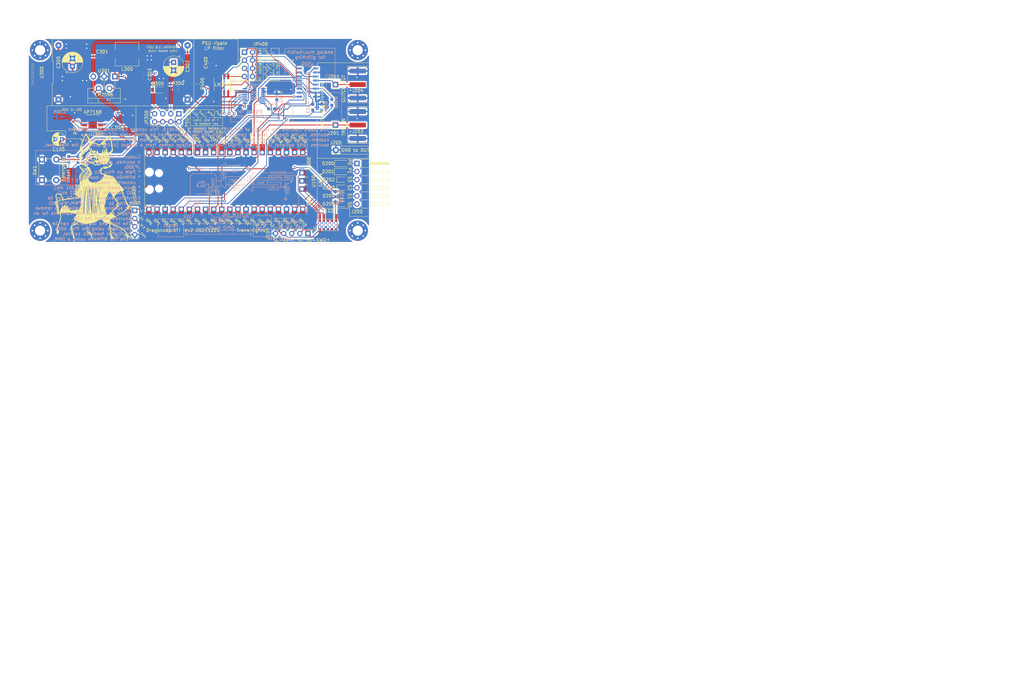
<source format=kicad_pcb>
(kicad_pcb (version 20171130) (host pcbnew 5.1.11)

  (general
    (thickness 1.6)
    (drawings 343)
    (tracks 627)
    (zones 0)
    (modules 54)
    (nets 60)
  )

  (page A4)
  (layers
    (0 F.Cu signal)
    (31 B.Cu signal)
    (32 B.Adhes user)
    (33 F.Adhes user)
    (34 B.Paste user)
    (35 F.Paste user)
    (36 B.SilkS user)
    (37 F.SilkS user)
    (38 B.Mask user)
    (39 F.Mask user)
    (40 Dwgs.User user)
    (41 Cmts.User user)
    (42 Eco1.User user)
    (43 Eco2.User user)
    (44 Edge.Cuts user)
    (45 Margin user)
    (46 B.CrtYd user)
    (47 F.CrtYd user)
    (48 B.Fab user)
    (49 F.Fab user)
  )

  (setup
    (last_trace_width 0.25)
    (user_trace_width 0.25)
    (user_trace_width 0.5)
    (trace_clearance 0.2)
    (zone_clearance 0.508)
    (zone_45_only no)
    (trace_min 0.2)
    (via_size 0.8)
    (via_drill 0.4)
    (via_min_size 0.4)
    (via_min_drill 0.3)
    (uvia_size 0.3)
    (uvia_drill 0.1)
    (uvias_allowed no)
    (uvia_min_size 0.2)
    (uvia_min_drill 0.1)
    (edge_width 0.05)
    (segment_width 0.2)
    (pcb_text_width 0.3)
    (pcb_text_size 1.5 1.5)
    (mod_edge_width 0.12)
    (mod_text_size 1 1)
    (mod_text_width 0.15)
    (pad_size 2.613 3.502)
    (pad_drill 0)
    (pad_to_mask_clearance 0)
    (aux_axis_origin 0 0)
    (visible_elements FFFFFF7F)
    (pcbplotparams
      (layerselection 0x010fc_ffffffff)
      (usegerberextensions false)
      (usegerberattributes true)
      (usegerberadvancedattributes true)
      (creategerberjobfile true)
      (excludeedgelayer true)
      (linewidth 0.100000)
      (plotframeref false)
      (viasonmask false)
      (mode 1)
      (useauxorigin false)
      (hpglpennumber 1)
      (hpglpenspeed 20)
      (hpglpendiameter 15.000000)
      (psnegative false)
      (psa4output false)
      (plotreference true)
      (plotvalue true)
      (plotinvisibletext false)
      (padsonsilk false)
      (subtractmaskfromsilk false)
      (outputformat 1)
      (mirror false)
      (drillshape 0)
      (scaleselection 1)
      (outputdirectory "dragonzap/gerber/"))
  )

  (net 0 "")
  (net 1 GND)
  (net 2 VBUS)
  (net 3 +3V3)
  (net 4 +3.3VADC)
  (net 5 "Net-(D100-Pad1)")
  (net 6 UART_RX)
  (net 7 UART_TX)
  (net 8 /controller/SWDIO)
  (net 9 /controller/SWCLK)
  (net 10 "Net-(J102-Pad6)")
  (net 11 "Net-(J102-Pad7)")
  (net 12 "Net-(J102-Pad8)")
  (net 13 GPIO_P0D)
  (net 14 GPIO_P0W)
  (net 15 GPIO_P1D)
  (net 16 GPIO_P1W)
  (net 17 TRIG_IN)
  (net 18 GLITCH_OUT)
  (net 19 P22PWM)
  (net 20 ADC0)
  (net 21 ADC1)
  (net 22 "Net-(U100-Pad34)")
  (net 23 "Net-(U100-Pad39)")
  (net 24 GPIO_S3W)
  (net 25 GPIO_S3D)
  (net 26 GPIO_S2W)
  (net 27 GPIO_S2D)
  (net 28 GPIO_S1W)
  (net 29 GPIO_S1D)
  (net 30 GPIO_S0W)
  (net 31 GPIO_S0D)
  (net 32 DPOT_DAT)
  (net 33 DPOT_CLK)
  (net 34 "Net-(U100-Pad7)")
  (net 35 MAX_SW_B)
  (net 36 MAX_SW_A)
  (net 37 MAX_EN)
  (net 38 DPOT_HI)
  (net 39 "Net-(C400-Pad1)")
  (net 40 "Net-(D300-Pad1)")
  (net 41 Vdcflt)
  (net 42 "Net-(R301-Pad1)")
  (net 43 Vdclo)
  (net 44 GLITCH_SIG)
  (net 45 DPOT_W)
  (net 46 "Net-(U302-Pad6)")
  (net 47 "Net-(U302-Pad3)")
  (net 48 /glitchout/Vglitch_lo)
  (net 49 DPOT_LO)
  (net 50 "Net-(U100-Pad30)")
  (net 51 "Net-(JP400-Pad4)")
  (net 52 "Net-(U500-Pad14)")
  (net 53 "Net-(U500-Pad13)")
  (net 54 "Net-(U500-Pad12)")
  (net 55 "Net-(JP300-Pad2)")
  (net 56 "Net-(C302-Pad1)")
  (net 57 "Net-(C305-Pad1)")
  (net 58 EMERG_SHDN)
  (net 59 ~EMERG_SHDN~)

  (net_class Default "This is the default net class."
    (clearance 0.2)
    (trace_width 0.25)
    (via_dia 0.8)
    (via_drill 0.4)
    (uvia_dia 0.3)
    (uvia_drill 0.1)
    (add_net /controller/SWCLK)
    (add_net /controller/SWDIO)
    (add_net ADC0)
    (add_net ADC1)
    (add_net DPOT_CLK)
    (add_net DPOT_DAT)
    (add_net EMERG_SHDN)
    (add_net GLITCH_SIG)
    (add_net GND)
    (add_net GPIO_P0D)
    (add_net GPIO_P0W)
    (add_net GPIO_P1D)
    (add_net GPIO_P1W)
    (add_net GPIO_S0D)
    (add_net GPIO_S0W)
    (add_net GPIO_S1D)
    (add_net GPIO_S1W)
    (add_net GPIO_S2D)
    (add_net GPIO_S2W)
    (add_net GPIO_S3D)
    (add_net GPIO_S3W)
    (add_net MAX_EN)
    (add_net MAX_SW_A)
    (add_net MAX_SW_B)
    (add_net "Net-(C302-Pad1)")
    (add_net "Net-(C305-Pad1)")
    (add_net "Net-(C400-Pad1)")
    (add_net "Net-(D100-Pad1)")
    (add_net "Net-(D300-Pad1)")
    (add_net "Net-(J102-Pad6)")
    (add_net "Net-(J102-Pad7)")
    (add_net "Net-(J102-Pad8)")
    (add_net "Net-(JP300-Pad2)")
    (add_net "Net-(JP400-Pad4)")
    (add_net "Net-(R301-Pad1)")
    (add_net "Net-(U100-Pad30)")
    (add_net "Net-(U100-Pad34)")
    (add_net "Net-(U100-Pad39)")
    (add_net "Net-(U100-Pad7)")
    (add_net "Net-(U302-Pad3)")
    (add_net "Net-(U302-Pad6)")
    (add_net "Net-(U500-Pad12)")
    (add_net "Net-(U500-Pad13)")
    (add_net "Net-(U500-Pad14)")
    (add_net P22PWM)
    (add_net TRIG_IN)
    (add_net UART_RX)
    (add_net UART_TX)
    (add_net ~EMERG_SHDN~)
  )

  (net_class power_big ""
    (clearance 0.2)
    (trace_width 0.4)
    (via_dia 0.8)
    (via_drill 0.4)
    (uvia_dia 0.3)
    (uvia_drill 0.1)
    (add_net VBUS)
  )

  (net_class power_small ""
    (clearance 0.2)
    (trace_width 0.3)
    (via_dia 0.8)
    (via_drill 0.4)
    (uvia_dia 0.3)
    (uvia_drill 0.1)
    (add_net +3.3VADC)
    (add_net +3V3)
    (add_net /glitchout/Vglitch_lo)
    (add_net DPOT_HI)
    (add_net DPOT_LO)
    (add_net DPOT_W)
    (add_net GLITCH_OUT)
    (add_net Vdcflt)
    (add_net Vdclo)
  )

  (module Diode_SMD:D_SOD-123 (layer F.Cu) (tedit 58645DC7) (tstamp 61C2E5EE)
    (at 187.452 95.631)
    (descr SOD-123)
    (tags SOD-123)
    (path /61CA9896/62502C0F)
    (attr smd)
    (fp_text reference D300 (at 0 -2) (layer F.SilkS)
      (effects (font (size 1 1) (thickness 0.15)))
    )
    (fp_text value 1N5822/SS14 (at 0 2.1) (layer F.Fab)
      (effects (font (size 1 1) (thickness 0.15)))
    )
    (fp_text user %R (at 0 -2) (layer F.Fab)
      (effects (font (size 1 1) (thickness 0.15)))
    )
    (fp_line (start -2.25 -1) (end -2.25 1) (layer F.SilkS) (width 0.12))
    (fp_line (start 0.25 0) (end 0.75 0) (layer F.Fab) (width 0.1))
    (fp_line (start 0.25 0.4) (end -0.35 0) (layer F.Fab) (width 0.1))
    (fp_line (start 0.25 -0.4) (end 0.25 0.4) (layer F.Fab) (width 0.1))
    (fp_line (start -0.35 0) (end 0.25 -0.4) (layer F.Fab) (width 0.1))
    (fp_line (start -0.35 0) (end -0.35 0.55) (layer F.Fab) (width 0.1))
    (fp_line (start -0.35 0) (end -0.35 -0.55) (layer F.Fab) (width 0.1))
    (fp_line (start -0.75 0) (end -0.35 0) (layer F.Fab) (width 0.1))
    (fp_line (start -1.4 0.9) (end -1.4 -0.9) (layer F.Fab) (width 0.1))
    (fp_line (start 1.4 0.9) (end -1.4 0.9) (layer F.Fab) (width 0.1))
    (fp_line (start 1.4 -0.9) (end 1.4 0.9) (layer F.Fab) (width 0.1))
    (fp_line (start -1.4 -0.9) (end 1.4 -0.9) (layer F.Fab) (width 0.1))
    (fp_line (start -2.35 -1.15) (end 2.35 -1.15) (layer F.CrtYd) (width 0.05))
    (fp_line (start 2.35 -1.15) (end 2.35 1.15) (layer F.CrtYd) (width 0.05))
    (fp_line (start 2.35 1.15) (end -2.35 1.15) (layer F.CrtYd) (width 0.05))
    (fp_line (start -2.35 -1.15) (end -2.35 1.15) (layer F.CrtYd) (width 0.05))
    (fp_line (start -2.25 1) (end 1.65 1) (layer F.SilkS) (width 0.12))
    (fp_line (start -2.25 -1) (end 1.65 -1) (layer F.SilkS) (width 0.12))
    (pad 2 smd rect (at 1.65 0) (size 0.9 1.2) (layers F.Cu F.Paste F.Mask)
      (net 1 GND))
    (pad 1 smd rect (at -1.65 0) (size 0.9 1.2) (layers F.Cu F.Paste F.Mask)
      (net 40 "Net-(D300-Pad1)"))
    (model ${KISYS3DMOD}/Diode_SMD.3dshapes/D_SOD-123.wrl
      (at (xyz 0 0 0))
      (scale (xyz 1 1 1))
      (rotate (xyz 0 0 0))
    )
  )

  (module Diode_SMD:D_SOD-323 (layer F.Cu) (tedit 58641739) (tstamp 61C8F054)
    (at 245.11 131.445)
    (descr SOD-323)
    (tags SOD-323)
    (path /61CA9826/62492E75)
    (attr smd)
    (fp_text reference D205 (at -4.064 0) (layer F.SilkS)
      (effects (font (size 1 1) (thickness 0.15)))
    )
    (fp_text value 1N4148 (at 0.1 1.9) (layer F.Fab)
      (effects (font (size 1 1) (thickness 0.15)))
    )
    (fp_text user %R (at 0 -1.85) (layer F.Fab)
      (effects (font (size 1 1) (thickness 0.15)))
    )
    (fp_line (start -1.5 -0.85) (end -1.5 0.85) (layer F.SilkS) (width 0.12))
    (fp_line (start 0.2 0) (end 0.45 0) (layer F.Fab) (width 0.1))
    (fp_line (start 0.2 0.35) (end -0.3 0) (layer F.Fab) (width 0.1))
    (fp_line (start 0.2 -0.35) (end 0.2 0.35) (layer F.Fab) (width 0.1))
    (fp_line (start -0.3 0) (end 0.2 -0.35) (layer F.Fab) (width 0.1))
    (fp_line (start -0.3 0) (end -0.5 0) (layer F.Fab) (width 0.1))
    (fp_line (start -0.3 -0.35) (end -0.3 0.35) (layer F.Fab) (width 0.1))
    (fp_line (start -0.9 0.7) (end -0.9 -0.7) (layer F.Fab) (width 0.1))
    (fp_line (start 0.9 0.7) (end -0.9 0.7) (layer F.Fab) (width 0.1))
    (fp_line (start 0.9 -0.7) (end 0.9 0.7) (layer F.Fab) (width 0.1))
    (fp_line (start -0.9 -0.7) (end 0.9 -0.7) (layer F.Fab) (width 0.1))
    (fp_line (start -1.6 -0.95) (end 1.6 -0.95) (layer F.CrtYd) (width 0.05))
    (fp_line (start 1.6 -0.95) (end 1.6 0.95) (layer F.CrtYd) (width 0.05))
    (fp_line (start -1.6 0.95) (end 1.6 0.95) (layer F.CrtYd) (width 0.05))
    (fp_line (start -1.6 -0.95) (end -1.6 0.95) (layer F.CrtYd) (width 0.05))
    (fp_line (start -1.5 0.85) (end 1.05 0.85) (layer F.SilkS) (width 0.12))
    (fp_line (start -1.5 -0.85) (end 1.05 -0.85) (layer F.SilkS) (width 0.12))
    (pad 2 smd rect (at 1.05 0) (size 0.6 0.45) (layers F.Cu F.Paste F.Mask)
      (net 30 GPIO_S0W))
    (pad 1 smd rect (at -1.05 0) (size 0.6 0.45) (layers F.Cu F.Paste F.Mask)
      (net 31 GPIO_S0D))
    (model ${KISYS3DMOD}/Diode_SMD.3dshapes/D_SOD-323.wrl
      (at (xyz 0 0 0))
      (scale (xyz 1 1 1))
      (rotate (xyz 0 0 0))
    )
  )

  (module Diode_SMD:D_SOD-323 (layer F.Cu) (tedit 58641739) (tstamp 61C8F042)
    (at 245.11 128.905)
    (descr SOD-323)
    (tags SOD-323)
    (path /61CA9826/62492E6F)
    (attr smd)
    (fp_text reference D204 (at -4.064 0) (layer F.SilkS)
      (effects (font (size 1 1) (thickness 0.15)))
    )
    (fp_text value 1N4148 (at 0.1 1.9) (layer F.Fab)
      (effects (font (size 1 1) (thickness 0.15)))
    )
    (fp_text user %R (at 0 -1.85) (layer F.Fab)
      (effects (font (size 1 1) (thickness 0.15)))
    )
    (fp_line (start -1.5 -0.85) (end -1.5 0.85) (layer F.SilkS) (width 0.12))
    (fp_line (start 0.2 0) (end 0.45 0) (layer F.Fab) (width 0.1))
    (fp_line (start 0.2 0.35) (end -0.3 0) (layer F.Fab) (width 0.1))
    (fp_line (start 0.2 -0.35) (end 0.2 0.35) (layer F.Fab) (width 0.1))
    (fp_line (start -0.3 0) (end 0.2 -0.35) (layer F.Fab) (width 0.1))
    (fp_line (start -0.3 0) (end -0.5 0) (layer F.Fab) (width 0.1))
    (fp_line (start -0.3 -0.35) (end -0.3 0.35) (layer F.Fab) (width 0.1))
    (fp_line (start -0.9 0.7) (end -0.9 -0.7) (layer F.Fab) (width 0.1))
    (fp_line (start 0.9 0.7) (end -0.9 0.7) (layer F.Fab) (width 0.1))
    (fp_line (start 0.9 -0.7) (end 0.9 0.7) (layer F.Fab) (width 0.1))
    (fp_line (start -0.9 -0.7) (end 0.9 -0.7) (layer F.Fab) (width 0.1))
    (fp_line (start -1.6 -0.95) (end 1.6 -0.95) (layer F.CrtYd) (width 0.05))
    (fp_line (start 1.6 -0.95) (end 1.6 0.95) (layer F.CrtYd) (width 0.05))
    (fp_line (start -1.6 0.95) (end 1.6 0.95) (layer F.CrtYd) (width 0.05))
    (fp_line (start -1.6 -0.95) (end -1.6 0.95) (layer F.CrtYd) (width 0.05))
    (fp_line (start -1.5 0.85) (end 1.05 0.85) (layer F.SilkS) (width 0.12))
    (fp_line (start -1.5 -0.85) (end 1.05 -0.85) (layer F.SilkS) (width 0.12))
    (pad 2 smd rect (at 1.05 0) (size 0.6 0.45) (layers F.Cu F.Paste F.Mask)
      (net 28 GPIO_S1W))
    (pad 1 smd rect (at -1.05 0) (size 0.6 0.45) (layers F.Cu F.Paste F.Mask)
      (net 29 GPIO_S1D))
    (model ${KISYS3DMOD}/Diode_SMD.3dshapes/D_SOD-323.wrl
      (at (xyz 0 0 0))
      (scale (xyz 1 1 1))
      (rotate (xyz 0 0 0))
    )
  )

  (module Diode_SMD:D_SOD-323 (layer F.Cu) (tedit 58641739) (tstamp 61C8F030)
    (at 245.11 126.365)
    (descr SOD-323)
    (tags SOD-323)
    (path /61CA9826/62491CA3)
    (attr smd)
    (fp_text reference D203 (at -4.064 0) (layer F.SilkS)
      (effects (font (size 1 1) (thickness 0.15)))
    )
    (fp_text value 1N4148 (at 0.1 1.9) (layer F.Fab)
      (effects (font (size 1 1) (thickness 0.15)))
    )
    (fp_text user %R (at 0 -1.85) (layer F.Fab)
      (effects (font (size 1 1) (thickness 0.15)))
    )
    (fp_line (start -1.5 -0.85) (end -1.5 0.85) (layer F.SilkS) (width 0.12))
    (fp_line (start 0.2 0) (end 0.45 0) (layer F.Fab) (width 0.1))
    (fp_line (start 0.2 0.35) (end -0.3 0) (layer F.Fab) (width 0.1))
    (fp_line (start 0.2 -0.35) (end 0.2 0.35) (layer F.Fab) (width 0.1))
    (fp_line (start -0.3 0) (end 0.2 -0.35) (layer F.Fab) (width 0.1))
    (fp_line (start -0.3 0) (end -0.5 0) (layer F.Fab) (width 0.1))
    (fp_line (start -0.3 -0.35) (end -0.3 0.35) (layer F.Fab) (width 0.1))
    (fp_line (start -0.9 0.7) (end -0.9 -0.7) (layer F.Fab) (width 0.1))
    (fp_line (start 0.9 0.7) (end -0.9 0.7) (layer F.Fab) (width 0.1))
    (fp_line (start 0.9 -0.7) (end 0.9 0.7) (layer F.Fab) (width 0.1))
    (fp_line (start -0.9 -0.7) (end 0.9 -0.7) (layer F.Fab) (width 0.1))
    (fp_line (start -1.6 -0.95) (end 1.6 -0.95) (layer F.CrtYd) (width 0.05))
    (fp_line (start 1.6 -0.95) (end 1.6 0.95) (layer F.CrtYd) (width 0.05))
    (fp_line (start -1.6 0.95) (end 1.6 0.95) (layer F.CrtYd) (width 0.05))
    (fp_line (start -1.6 -0.95) (end -1.6 0.95) (layer F.CrtYd) (width 0.05))
    (fp_line (start -1.5 0.85) (end 1.05 0.85) (layer F.SilkS) (width 0.12))
    (fp_line (start -1.5 -0.85) (end 1.05 -0.85) (layer F.SilkS) (width 0.12))
    (pad 2 smd rect (at 1.05 0) (size 0.6 0.45) (layers F.Cu F.Paste F.Mask)
      (net 26 GPIO_S2W))
    (pad 1 smd rect (at -1.05 0) (size 0.6 0.45) (layers F.Cu F.Paste F.Mask)
      (net 27 GPIO_S2D))
    (model ${KISYS3DMOD}/Diode_SMD.3dshapes/D_SOD-323.wrl
      (at (xyz 0 0 0))
      (scale (xyz 1 1 1))
      (rotate (xyz 0 0 0))
    )
  )

  (module Diode_SMD:D_SOD-323 (layer F.Cu) (tedit 58641739) (tstamp 61C8F01E)
    (at 245.11 123.825)
    (descr SOD-323)
    (tags SOD-323)
    (path /61CA9826/62491C9D)
    (attr smd)
    (fp_text reference D202 (at -4.064 0) (layer F.SilkS)
      (effects (font (size 1 1) (thickness 0.15)))
    )
    (fp_text value 1N4148 (at 0.1 1.9) (layer F.Fab)
      (effects (font (size 1 1) (thickness 0.15)))
    )
    (fp_text user %R (at 0 -1.85) (layer F.Fab)
      (effects (font (size 1 1) (thickness 0.15)))
    )
    (fp_line (start -1.5 -0.85) (end -1.5 0.85) (layer F.SilkS) (width 0.12))
    (fp_line (start 0.2 0) (end 0.45 0) (layer F.Fab) (width 0.1))
    (fp_line (start 0.2 0.35) (end -0.3 0) (layer F.Fab) (width 0.1))
    (fp_line (start 0.2 -0.35) (end 0.2 0.35) (layer F.Fab) (width 0.1))
    (fp_line (start -0.3 0) (end 0.2 -0.35) (layer F.Fab) (width 0.1))
    (fp_line (start -0.3 0) (end -0.5 0) (layer F.Fab) (width 0.1))
    (fp_line (start -0.3 -0.35) (end -0.3 0.35) (layer F.Fab) (width 0.1))
    (fp_line (start -0.9 0.7) (end -0.9 -0.7) (layer F.Fab) (width 0.1))
    (fp_line (start 0.9 0.7) (end -0.9 0.7) (layer F.Fab) (width 0.1))
    (fp_line (start 0.9 -0.7) (end 0.9 0.7) (layer F.Fab) (width 0.1))
    (fp_line (start -0.9 -0.7) (end 0.9 -0.7) (layer F.Fab) (width 0.1))
    (fp_line (start -1.6 -0.95) (end 1.6 -0.95) (layer F.CrtYd) (width 0.05))
    (fp_line (start 1.6 -0.95) (end 1.6 0.95) (layer F.CrtYd) (width 0.05))
    (fp_line (start -1.6 0.95) (end 1.6 0.95) (layer F.CrtYd) (width 0.05))
    (fp_line (start -1.6 -0.95) (end -1.6 0.95) (layer F.CrtYd) (width 0.05))
    (fp_line (start -1.5 0.85) (end 1.05 0.85) (layer F.SilkS) (width 0.12))
    (fp_line (start -1.5 -0.85) (end 1.05 -0.85) (layer F.SilkS) (width 0.12))
    (pad 2 smd rect (at 1.05 0) (size 0.6 0.45) (layers F.Cu F.Paste F.Mask)
      (net 24 GPIO_S3W))
    (pad 1 smd rect (at -1.05 0) (size 0.6 0.45) (layers F.Cu F.Paste F.Mask)
      (net 25 GPIO_S3D))
    (model ${KISYS3DMOD}/Diode_SMD.3dshapes/D_SOD-323.wrl
      (at (xyz 0 0 0))
      (scale (xyz 1 1 1))
      (rotate (xyz 0 0 0))
    )
  )

  (module Diode_SMD:D_SOD-123 (layer F.Cu) (tedit 58645DC7) (tstamp 61C41EAB)
    (at 245.11 121.285)
    (descr SOD-123)
    (tags SOD-123)
    (path /61CA9826/624915A9)
    (attr smd)
    (fp_text reference D201 (at -4.191 0) (layer F.SilkS)
      (effects (font (size 1 1) (thickness 0.15)))
    )
    (fp_text value 1N4001 (at 0 2.1) (layer F.Fab)
      (effects (font (size 1 1) (thickness 0.15)))
    )
    (fp_text user %R (at 0 -2) (layer F.Fab)
      (effects (font (size 1 1) (thickness 0.15)))
    )
    (fp_line (start -2.25 -1) (end -2.25 1) (layer F.SilkS) (width 0.12))
    (fp_line (start 0.25 0) (end 0.75 0) (layer F.Fab) (width 0.1))
    (fp_line (start 0.25 0.4) (end -0.35 0) (layer F.Fab) (width 0.1))
    (fp_line (start 0.25 -0.4) (end 0.25 0.4) (layer F.Fab) (width 0.1))
    (fp_line (start -0.35 0) (end 0.25 -0.4) (layer F.Fab) (width 0.1))
    (fp_line (start -0.35 0) (end -0.35 0.55) (layer F.Fab) (width 0.1))
    (fp_line (start -0.35 0) (end -0.35 -0.55) (layer F.Fab) (width 0.1))
    (fp_line (start -0.75 0) (end -0.35 0) (layer F.Fab) (width 0.1))
    (fp_line (start -1.4 0.9) (end -1.4 -0.9) (layer F.Fab) (width 0.1))
    (fp_line (start 1.4 0.9) (end -1.4 0.9) (layer F.Fab) (width 0.1))
    (fp_line (start 1.4 -0.9) (end 1.4 0.9) (layer F.Fab) (width 0.1))
    (fp_line (start -1.4 -0.9) (end 1.4 -0.9) (layer F.Fab) (width 0.1))
    (fp_line (start -2.35 -1.15) (end 2.35 -1.15) (layer F.CrtYd) (width 0.05))
    (fp_line (start 2.35 -1.15) (end 2.35 1.15) (layer F.CrtYd) (width 0.05))
    (fp_line (start 2.35 1.15) (end -2.35 1.15) (layer F.CrtYd) (width 0.05))
    (fp_line (start -2.35 -1.15) (end -2.35 1.15) (layer F.CrtYd) (width 0.05))
    (fp_line (start -2.25 1) (end 1.65 1) (layer F.SilkS) (width 0.12))
    (fp_line (start -2.25 -1) (end 1.65 -1) (layer F.SilkS) (width 0.12))
    (pad 2 smd rect (at 1.65 0) (size 0.9 1.2) (layers F.Cu F.Paste F.Mask)
      (net 16 GPIO_P1W))
    (pad 1 smd rect (at -1.65 0) (size 0.9 1.2) (layers F.Cu F.Paste F.Mask)
      (net 15 GPIO_P1D))
    (model ${KISYS3DMOD}/Diode_SMD.3dshapes/D_SOD-123.wrl
      (at (xyz 0 0 0))
      (scale (xyz 1 1 1))
      (rotate (xyz 0 0 0))
    )
  )

  (module Diode_SMD:D_SOD-123 (layer F.Cu) (tedit 58645DC7) (tstamp 61C44357)
    (at 245.237 118.745)
    (descr SOD-123)
    (tags SOD-123)
    (path /61CA9826/62490CA6)
    (attr smd)
    (fp_text reference D200 (at -4.318 0) (layer F.SilkS)
      (effects (font (size 1 1) (thickness 0.15)))
    )
    (fp_text value 1N4001 (at 0 2.1) (layer F.Fab)
      (effects (font (size 1 1) (thickness 0.15)))
    )
    (fp_text user %R (at 0 -2) (layer F.Fab)
      (effects (font (size 1 1) (thickness 0.15)))
    )
    (fp_line (start -2.25 -1) (end -2.25 1) (layer F.SilkS) (width 0.12))
    (fp_line (start 0.25 0) (end 0.75 0) (layer F.Fab) (width 0.1))
    (fp_line (start 0.25 0.4) (end -0.35 0) (layer F.Fab) (width 0.1))
    (fp_line (start 0.25 -0.4) (end 0.25 0.4) (layer F.Fab) (width 0.1))
    (fp_line (start -0.35 0) (end 0.25 -0.4) (layer F.Fab) (width 0.1))
    (fp_line (start -0.35 0) (end -0.35 0.55) (layer F.Fab) (width 0.1))
    (fp_line (start -0.35 0) (end -0.35 -0.55) (layer F.Fab) (width 0.1))
    (fp_line (start -0.75 0) (end -0.35 0) (layer F.Fab) (width 0.1))
    (fp_line (start -1.4 0.9) (end -1.4 -0.9) (layer F.Fab) (width 0.1))
    (fp_line (start 1.4 0.9) (end -1.4 0.9) (layer F.Fab) (width 0.1))
    (fp_line (start 1.4 -0.9) (end 1.4 0.9) (layer F.Fab) (width 0.1))
    (fp_line (start -1.4 -0.9) (end 1.4 -0.9) (layer F.Fab) (width 0.1))
    (fp_line (start -2.35 -1.15) (end 2.35 -1.15) (layer F.CrtYd) (width 0.05))
    (fp_line (start 2.35 -1.15) (end 2.35 1.15) (layer F.CrtYd) (width 0.05))
    (fp_line (start 2.35 1.15) (end -2.35 1.15) (layer F.CrtYd) (width 0.05))
    (fp_line (start -2.35 -1.15) (end -2.35 1.15) (layer F.CrtYd) (width 0.05))
    (fp_line (start -2.25 1) (end 1.65 1) (layer F.SilkS) (width 0.12))
    (fp_line (start -2.25 -1) (end 1.65 -1) (layer F.SilkS) (width 0.12))
    (pad 2 smd rect (at 1.65 0) (size 0.9 1.2) (layers F.Cu F.Paste F.Mask)
      (net 14 GPIO_P0W))
    (pad 1 smd rect (at -1.65 0) (size 0.9 1.2) (layers F.Cu F.Paste F.Mask)
      (net 13 GPIO_P0D))
    (model ${KISYS3DMOD}/Diode_SMD.3dshapes/D_SOD-123.wrl
      (at (xyz 0 0 0))
      (scale (xyz 1 1 1))
      (rotate (xyz 0 0 0))
    )
  )

  (module Diode_SMD:D_SOD-123 (layer B.Cu) (tedit 58645DC7) (tstamp 61C8EFE6)
    (at 243.205 129.159 90)
    (descr SOD-123)
    (tags SOD-123)
    (path /61CA977C/61D10674)
    (attr smd)
    (fp_text reference D100 (at 0 2 90) (layer B.SilkS)
      (effects (font (size 1 1) (thickness 0.15)) (justify mirror))
    )
    (fp_text value 1N4001 (at 0 -2.1 90) (layer B.Fab)
      (effects (font (size 1 1) (thickness 0.15)) (justify mirror))
    )
    (fp_text user %R (at 0 2 90) (layer B.Fab)
      (effects (font (size 1 1) (thickness 0.15)) (justify mirror))
    )
    (fp_line (start -2.25 1) (end -2.25 -1) (layer B.SilkS) (width 0.12))
    (fp_line (start 0.25 0) (end 0.75 0) (layer B.Fab) (width 0.1))
    (fp_line (start 0.25 -0.4) (end -0.35 0) (layer B.Fab) (width 0.1))
    (fp_line (start 0.25 0.4) (end 0.25 -0.4) (layer B.Fab) (width 0.1))
    (fp_line (start -0.35 0) (end 0.25 0.4) (layer B.Fab) (width 0.1))
    (fp_line (start -0.35 0) (end -0.35 -0.55) (layer B.Fab) (width 0.1))
    (fp_line (start -0.35 0) (end -0.35 0.55) (layer B.Fab) (width 0.1))
    (fp_line (start -0.75 0) (end -0.35 0) (layer B.Fab) (width 0.1))
    (fp_line (start -1.4 -0.9) (end -1.4 0.9) (layer B.Fab) (width 0.1))
    (fp_line (start 1.4 -0.9) (end -1.4 -0.9) (layer B.Fab) (width 0.1))
    (fp_line (start 1.4 0.9) (end 1.4 -0.9) (layer B.Fab) (width 0.1))
    (fp_line (start -1.4 0.9) (end 1.4 0.9) (layer B.Fab) (width 0.1))
    (fp_line (start -2.35 1.15) (end 2.35 1.15) (layer B.CrtYd) (width 0.05))
    (fp_line (start 2.35 1.15) (end 2.35 -1.15) (layer B.CrtYd) (width 0.05))
    (fp_line (start 2.35 -1.15) (end -2.35 -1.15) (layer B.CrtYd) (width 0.05))
    (fp_line (start -2.35 1.15) (end -2.35 -1.15) (layer B.CrtYd) (width 0.05))
    (fp_line (start -2.25 -1) (end 1.65 -1) (layer B.SilkS) (width 0.12))
    (fp_line (start -2.25 1) (end 1.65 1) (layer B.SilkS) (width 0.12))
    (pad 2 smd rect (at 1.65 0 90) (size 0.9 1.2) (layers B.Cu B.Paste B.Mask)
      (net 59 ~EMERG_SHDN~))
    (pad 1 smd rect (at -1.65 0 90) (size 0.9 1.2) (layers B.Cu B.Paste B.Mask)
      (net 5 "Net-(D100-Pad1)"))
    (model ${KISYS3DMOD}/Diode_SMD.3dshapes/D_SOD-123.wrl
      (at (xyz 0 0 0))
      (scale (xyz 1 1 1))
      (rotate (xyz 0 0 0))
    )
  )

  (module Capacitor_SMD:C_0603_1608Metric_Pad1.08x0.95mm_HandSolder (layer F.Cu) (tedit 5F68FEEF) (tstamp 61C8EFD3)
    (at 203.962 87.122 90)
    (descr "Capacitor SMD 0603 (1608 Metric), square (rectangular) end terminal, IPC_7351 nominal with elongated pad for handsoldering. (Body size source: IPC-SM-782 page 76, https://www.pcb-3d.com/wordpress/wp-content/uploads/ipc-sm-782a_amendment_1_and_2.pdf), generated with kicad-footprint-generator")
    (tags "capacitor handsolder")
    (path /61CA98F5/62530F17)
    (attr smd)
    (fp_text reference C400 (at 0 -1.43 90) (layer F.SilkS)
      (effects (font (size 1 1) (thickness 0.15)))
    )
    (fp_text value 10uF (at 0 1.43 90) (layer F.Fab)
      (effects (font (size 1 1) (thickness 0.15)))
    )
    (fp_line (start 1.65 0.73) (end -1.65 0.73) (layer F.CrtYd) (width 0.05))
    (fp_line (start 1.65 -0.73) (end 1.65 0.73) (layer F.CrtYd) (width 0.05))
    (fp_line (start -1.65 -0.73) (end 1.65 -0.73) (layer F.CrtYd) (width 0.05))
    (fp_line (start -1.65 0.73) (end -1.65 -0.73) (layer F.CrtYd) (width 0.05))
    (fp_line (start -0.146267 0.51) (end 0.146267 0.51) (layer F.SilkS) (width 0.12))
    (fp_line (start -0.146267 -0.51) (end 0.146267 -0.51) (layer F.SilkS) (width 0.12))
    (fp_line (start 0.8 0.4) (end -0.8 0.4) (layer F.Fab) (width 0.1))
    (fp_line (start 0.8 -0.4) (end 0.8 0.4) (layer F.Fab) (width 0.1))
    (fp_line (start -0.8 -0.4) (end 0.8 -0.4) (layer F.Fab) (width 0.1))
    (fp_line (start -0.8 0.4) (end -0.8 -0.4) (layer F.Fab) (width 0.1))
    (fp_text user %R (at 0 0 90) (layer F.Fab)
      (effects (font (size 0.4 0.4) (thickness 0.06)))
    )
    (pad 2 smd roundrect (at 0.8625 0 90) (size 1.075 0.95) (layers F.Cu F.Paste F.Mask) (roundrect_rratio 0.25)
      (net 1 GND))
    (pad 1 smd roundrect (at -0.8625 0 90) (size 1.075 0.95) (layers F.Cu F.Paste F.Mask) (roundrect_rratio 0.25)
      (net 39 "Net-(C400-Pad1)"))
    (model ${KISYS3DMOD}/Capacitor_SMD.3dshapes/C_0603_1608Metric.wrl
      (at (xyz 0 0 0))
      (scale (xyz 1 1 1))
      (rotate (xyz 0 0 0))
    )
  )

  (module Capacitor_SMD:C_0603_1608Metric_Pad1.08x0.95mm_HandSolder (layer B.Cu) (tedit 5F68FEEF) (tstamp 61CA7CBD)
    (at 156.591 104.013 180)
    (descr "Capacitor SMD 0603 (1608 Metric), square (rectangular) end terminal, IPC_7351 nominal with elongated pad for handsoldering. (Body size source: IPC-SM-782 page 76, https://www.pcb-3d.com/wordpress/wp-content/uploads/ipc-sm-782a_amendment_1_and_2.pdf), generated with kicad-footprint-generator")
    (tags "capacitor handsolder")
    (path /61CA9896/62667197)
    (attr smd)
    (fp_text reference C305 (at 0 1.43) (layer B.SilkS)
      (effects (font (size 1 1) (thickness 0.15)) (justify mirror))
    )
    (fp_text value 10uF (at 0 -1.43) (layer B.Fab)
      (effects (font (size 1 1) (thickness 0.15)) (justify mirror))
    )
    (fp_line (start 1.65 -0.73) (end -1.65 -0.73) (layer B.CrtYd) (width 0.05))
    (fp_line (start 1.65 0.73) (end 1.65 -0.73) (layer B.CrtYd) (width 0.05))
    (fp_line (start -1.65 0.73) (end 1.65 0.73) (layer B.CrtYd) (width 0.05))
    (fp_line (start -1.65 -0.73) (end -1.65 0.73) (layer B.CrtYd) (width 0.05))
    (fp_line (start -0.146267 -0.51) (end 0.146267 -0.51) (layer B.SilkS) (width 0.12))
    (fp_line (start -0.146267 0.51) (end 0.146267 0.51) (layer B.SilkS) (width 0.12))
    (fp_line (start 0.8 -0.4) (end -0.8 -0.4) (layer B.Fab) (width 0.1))
    (fp_line (start 0.8 0.4) (end 0.8 -0.4) (layer B.Fab) (width 0.1))
    (fp_line (start -0.8 0.4) (end 0.8 0.4) (layer B.Fab) (width 0.1))
    (fp_line (start -0.8 -0.4) (end -0.8 0.4) (layer B.Fab) (width 0.1))
    (fp_text user %R (at 0 0) (layer B.Fab)
      (effects (font (size 0.4 0.4) (thickness 0.06)) (justify mirror))
    )
    (pad 2 smd roundrect (at 0.8625 0 180) (size 1.075 0.95) (layers B.Cu B.Paste B.Mask) (roundrect_rratio 0.25)
      (net 1 GND))
    (pad 1 smd roundrect (at -0.8625 0 180) (size 1.075 0.95) (layers B.Cu B.Paste B.Mask) (roundrect_rratio 0.25)
      (net 57 "Net-(C305-Pad1)"))
    (model ${KISYS3DMOD}/Capacitor_SMD.3dshapes/C_0603_1608Metric.wrl
      (at (xyz 0 0 0))
      (scale (xyz 1 1 1))
      (rotate (xyz 0 0 0))
    )
  )

  (module Capacitor_THT:CP_Radial_D4.0mm_P2.00mm (layer F.Cu) (tedit 5AE50EF0) (tstamp 61CA7E76)
    (at 157.353 111.125 180)
    (descr "CP, Radial series, Radial, pin pitch=2.00mm, , diameter=4mm, Electrolytic Capacitor")
    (tags "CP Radial series Radial pin pitch 2.00mm  diameter 4mm Electrolytic Capacitor")
    (path /61CA977C/61CE8380)
    (fp_text reference C100 (at 1 -3.25) (layer F.SilkS)
      (effects (font (size 1 1) (thickness 0.15)))
    )
    (fp_text value 47uF (at 1 3.25) (layer F.Fab)
      (effects (font (size 1 1) (thickness 0.15)))
    )
    (fp_line (start -1.069801 -1.395) (end -1.069801 -0.995) (layer F.SilkS) (width 0.12))
    (fp_line (start -1.269801 -1.195) (end -0.869801 -1.195) (layer F.SilkS) (width 0.12))
    (fp_line (start 3.081 -0.37) (end 3.081 0.37) (layer F.SilkS) (width 0.12))
    (fp_line (start 3.041 -0.537) (end 3.041 0.537) (layer F.SilkS) (width 0.12))
    (fp_line (start 3.001 -0.664) (end 3.001 0.664) (layer F.SilkS) (width 0.12))
    (fp_line (start 2.961 -0.768) (end 2.961 0.768) (layer F.SilkS) (width 0.12))
    (fp_line (start 2.921 -0.859) (end 2.921 0.859) (layer F.SilkS) (width 0.12))
    (fp_line (start 2.881 -0.94) (end 2.881 0.94) (layer F.SilkS) (width 0.12))
    (fp_line (start 2.841 -1.013) (end 2.841 1.013) (layer F.SilkS) (width 0.12))
    (fp_line (start 2.801 0.84) (end 2.801 1.08) (layer F.SilkS) (width 0.12))
    (fp_line (start 2.801 -1.08) (end 2.801 -0.84) (layer F.SilkS) (width 0.12))
    (fp_line (start 2.761 0.84) (end 2.761 1.142) (layer F.SilkS) (width 0.12))
    (fp_line (start 2.761 -1.142) (end 2.761 -0.84) (layer F.SilkS) (width 0.12))
    (fp_line (start 2.721 0.84) (end 2.721 1.2) (layer F.SilkS) (width 0.12))
    (fp_line (start 2.721 -1.2) (end 2.721 -0.84) (layer F.SilkS) (width 0.12))
    (fp_line (start 2.681 0.84) (end 2.681 1.254) (layer F.SilkS) (width 0.12))
    (fp_line (start 2.681 -1.254) (end 2.681 -0.84) (layer F.SilkS) (width 0.12))
    (fp_line (start 2.641 0.84) (end 2.641 1.304) (layer F.SilkS) (width 0.12))
    (fp_line (start 2.641 -1.304) (end 2.641 -0.84) (layer F.SilkS) (width 0.12))
    (fp_line (start 2.601 0.84) (end 2.601 1.351) (layer F.SilkS) (width 0.12))
    (fp_line (start 2.601 -1.351) (end 2.601 -0.84) (layer F.SilkS) (width 0.12))
    (fp_line (start 2.561 0.84) (end 2.561 1.396) (layer F.SilkS) (width 0.12))
    (fp_line (start 2.561 -1.396) (end 2.561 -0.84) (layer F.SilkS) (width 0.12))
    (fp_line (start 2.521 0.84) (end 2.521 1.438) (layer F.SilkS) (width 0.12))
    (fp_line (start 2.521 -1.438) (end 2.521 -0.84) (layer F.SilkS) (width 0.12))
    (fp_line (start 2.481 0.84) (end 2.481 1.478) (layer F.SilkS) (width 0.12))
    (fp_line (start 2.481 -1.478) (end 2.481 -0.84) (layer F.SilkS) (width 0.12))
    (fp_line (start 2.441 0.84) (end 2.441 1.516) (layer F.SilkS) (width 0.12))
    (fp_line (start 2.441 -1.516) (end 2.441 -0.84) (layer F.SilkS) (width 0.12))
    (fp_line (start 2.401 0.84) (end 2.401 1.552) (layer F.SilkS) (width 0.12))
    (fp_line (start 2.401 -1.552) (end 2.401 -0.84) (layer F.SilkS) (width 0.12))
    (fp_line (start 2.361 0.84) (end 2.361 1.587) (layer F.SilkS) (width 0.12))
    (fp_line (start 2.361 -1.587) (end 2.361 -0.84) (layer F.SilkS) (width 0.12))
    (fp_line (start 2.321 0.84) (end 2.321 1.619) (layer F.SilkS) (width 0.12))
    (fp_line (start 2.321 -1.619) (end 2.321 -0.84) (layer F.SilkS) (width 0.12))
    (fp_line (start 2.281 0.84) (end 2.281 1.65) (layer F.SilkS) (width 0.12))
    (fp_line (start 2.281 -1.65) (end 2.281 -0.84) (layer F.SilkS) (width 0.12))
    (fp_line (start 2.241 0.84) (end 2.241 1.68) (layer F.SilkS) (width 0.12))
    (fp_line (start 2.241 -1.68) (end 2.241 -0.84) (layer F.SilkS) (width 0.12))
    (fp_line (start 2.201 0.84) (end 2.201 1.708) (layer F.SilkS) (width 0.12))
    (fp_line (start 2.201 -1.708) (end 2.201 -0.84) (layer F.SilkS) (width 0.12))
    (fp_line (start 2.161 0.84) (end 2.161 1.735) (layer F.SilkS) (width 0.12))
    (fp_line (start 2.161 -1.735) (end 2.161 -0.84) (layer F.SilkS) (width 0.12))
    (fp_line (start 2.121 0.84) (end 2.121 1.76) (layer F.SilkS) (width 0.12))
    (fp_line (start 2.121 -1.76) (end 2.121 -0.84) (layer F.SilkS) (width 0.12))
    (fp_line (start 2.081 0.84) (end 2.081 1.785) (layer F.SilkS) (width 0.12))
    (fp_line (start 2.081 -1.785) (end 2.081 -0.84) (layer F.SilkS) (width 0.12))
    (fp_line (start 2.041 0.84) (end 2.041 1.808) (layer F.SilkS) (width 0.12))
    (fp_line (start 2.041 -1.808) (end 2.041 -0.84) (layer F.SilkS) (width 0.12))
    (fp_line (start 2.001 0.84) (end 2.001 1.83) (layer F.SilkS) (width 0.12))
    (fp_line (start 2.001 -1.83) (end 2.001 -0.84) (layer F.SilkS) (width 0.12))
    (fp_line (start 1.961 0.84) (end 1.961 1.851) (layer F.SilkS) (width 0.12))
    (fp_line (start 1.961 -1.851) (end 1.961 -0.84) (layer F.SilkS) (width 0.12))
    (fp_line (start 1.921 0.84) (end 1.921 1.87) (layer F.SilkS) (width 0.12))
    (fp_line (start 1.921 -1.87) (end 1.921 -0.84) (layer F.SilkS) (width 0.12))
    (fp_line (start 1.881 0.84) (end 1.881 1.889) (layer F.SilkS) (width 0.12))
    (fp_line (start 1.881 -1.889) (end 1.881 -0.84) (layer F.SilkS) (width 0.12))
    (fp_line (start 1.841 0.84) (end 1.841 1.907) (layer F.SilkS) (width 0.12))
    (fp_line (start 1.841 -1.907) (end 1.841 -0.84) (layer F.SilkS) (width 0.12))
    (fp_line (start 1.801 0.84) (end 1.801 1.924) (layer F.SilkS) (width 0.12))
    (fp_line (start 1.801 -1.924) (end 1.801 -0.84) (layer F.SilkS) (width 0.12))
    (fp_line (start 1.761 0.84) (end 1.761 1.94) (layer F.SilkS) (width 0.12))
    (fp_line (start 1.761 -1.94) (end 1.761 -0.84) (layer F.SilkS) (width 0.12))
    (fp_line (start 1.721 0.84) (end 1.721 1.954) (layer F.SilkS) (width 0.12))
    (fp_line (start 1.721 -1.954) (end 1.721 -0.84) (layer F.SilkS) (width 0.12))
    (fp_line (start 1.68 0.84) (end 1.68 1.968) (layer F.SilkS) (width 0.12))
    (fp_line (start 1.68 -1.968) (end 1.68 -0.84) (layer F.SilkS) (width 0.12))
    (fp_line (start 1.64 0.84) (end 1.64 1.982) (layer F.SilkS) (width 0.12))
    (fp_line (start 1.64 -1.982) (end 1.64 -0.84) (layer F.SilkS) (width 0.12))
    (fp_line (start 1.6 0.84) (end 1.6 1.994) (layer F.SilkS) (width 0.12))
    (fp_line (start 1.6 -1.994) (end 1.6 -0.84) (layer F.SilkS) (width 0.12))
    (fp_line (start 1.56 0.84) (end 1.56 2.005) (layer F.SilkS) (width 0.12))
    (fp_line (start 1.56 -2.005) (end 1.56 -0.84) (layer F.SilkS) (width 0.12))
    (fp_line (start 1.52 0.84) (end 1.52 2.016) (layer F.SilkS) (width 0.12))
    (fp_line (start 1.52 -2.016) (end 1.52 -0.84) (layer F.SilkS) (width 0.12))
    (fp_line (start 1.48 0.84) (end 1.48 2.025) (layer F.SilkS) (width 0.12))
    (fp_line (start 1.48 -2.025) (end 1.48 -0.84) (layer F.SilkS) (width 0.12))
    (fp_line (start 1.44 0.84) (end 1.44 2.034) (layer F.SilkS) (width 0.12))
    (fp_line (start 1.44 -2.034) (end 1.44 -0.84) (layer F.SilkS) (width 0.12))
    (fp_line (start 1.4 0.84) (end 1.4 2.042) (layer F.SilkS) (width 0.12))
    (fp_line (start 1.4 -2.042) (end 1.4 -0.84) (layer F.SilkS) (width 0.12))
    (fp_line (start 1.36 0.84) (end 1.36 2.05) (layer F.SilkS) (width 0.12))
    (fp_line (start 1.36 -2.05) (end 1.36 -0.84) (layer F.SilkS) (width 0.12))
    (fp_line (start 1.32 0.84) (end 1.32 2.056) (layer F.SilkS) (width 0.12))
    (fp_line (start 1.32 -2.056) (end 1.32 -0.84) (layer F.SilkS) (width 0.12))
    (fp_line (start 1.28 0.84) (end 1.28 2.062) (layer F.SilkS) (width 0.12))
    (fp_line (start 1.28 -2.062) (end 1.28 -0.84) (layer F.SilkS) (width 0.12))
    (fp_line (start 1.24 0.84) (end 1.24 2.067) (layer F.SilkS) (width 0.12))
    (fp_line (start 1.24 -2.067) (end 1.24 -0.84) (layer F.SilkS) (width 0.12))
    (fp_line (start 1.2 0.84) (end 1.2 2.071) (layer F.SilkS) (width 0.12))
    (fp_line (start 1.2 -2.071) (end 1.2 -0.84) (layer F.SilkS) (width 0.12))
    (fp_line (start 1.16 -2.074) (end 1.16 2.074) (layer F.SilkS) (width 0.12))
    (fp_line (start 1.12 -2.077) (end 1.12 2.077) (layer F.SilkS) (width 0.12))
    (fp_line (start 1.08 -2.079) (end 1.08 2.079) (layer F.SilkS) (width 0.12))
    (fp_line (start 1.04 -2.08) (end 1.04 2.08) (layer F.SilkS) (width 0.12))
    (fp_line (start 1 -2.08) (end 1 2.08) (layer F.SilkS) (width 0.12))
    (fp_line (start -0.502554 -1.0675) (end -0.502554 -0.6675) (layer F.Fab) (width 0.1))
    (fp_line (start -0.702554 -0.8675) (end -0.302554 -0.8675) (layer F.Fab) (width 0.1))
    (fp_circle (center 1 0) (end 3.25 0) (layer F.CrtYd) (width 0.05))
    (fp_circle (center 1 0) (end 3.12 0) (layer F.SilkS) (width 0.12))
    (fp_circle (center 1 0) (end 3 0) (layer F.Fab) (width 0.1))
    (fp_text user %R (at 1 0) (layer F.Fab)
      (effects (font (size 0.8 0.8) (thickness 0.12)))
    )
    (pad 2 thru_hole circle (at 2 0 180) (size 1.2 1.2) (drill 0.6) (layers *.Cu *.Mask)
      (net 1 GND))
    (pad 1 thru_hole rect (at 0 0 180) (size 1.2 1.2) (drill 0.6) (layers *.Cu *.Mask)
      (net 2 VBUS))
    (model ${KISYS3DMOD}/Capacitor_THT.3dshapes/CP_Radial_D4.0mm_P2.00mm.wrl
      (at (xyz 0 0 0))
      (scale (xyz 1 1 1))
      (rotate (xyz 0 0 0))
    )
  )

  (module Resistor_SMD:R_0603_1608Metric_Pad0.98x0.95mm_HandSolder (layer B.Cu) (tedit 5F68FEEE) (tstamp 61C8F39D)
    (at 242.062 99.568 270)
    (descr "Resistor SMD 0603 (1608 Metric), square (rectangular) end terminal, IPC_7351 nominal with elongated pad for handsoldering. (Body size source: IPC-SM-782 page 72, https://www.pcb-3d.com/wordpress/wp-content/uploads/ipc-sm-782a_amendment_1_and_2.pdf), generated with kicad-footprint-generator")
    (tags "resistor handsolder")
    (path /61CA99C0/62925A32)
    (attr smd)
    (fp_text reference R500 (at 0 -1.397 90) (layer B.SilkS)
      (effects (font (size 1 1) (thickness 0.15)) (justify mirror))
    )
    (fp_text value 4.7k (at 0 -1.43 90) (layer B.Fab)
      (effects (font (size 1 1) (thickness 0.15)) (justify mirror))
    )
    (fp_line (start 1.65 -0.73) (end -1.65 -0.73) (layer B.CrtYd) (width 0.05))
    (fp_line (start 1.65 0.73) (end 1.65 -0.73) (layer B.CrtYd) (width 0.05))
    (fp_line (start -1.65 0.73) (end 1.65 0.73) (layer B.CrtYd) (width 0.05))
    (fp_line (start -1.65 -0.73) (end -1.65 0.73) (layer B.CrtYd) (width 0.05))
    (fp_line (start -0.254724 -0.5225) (end 0.254724 -0.5225) (layer B.SilkS) (width 0.12))
    (fp_line (start -0.254724 0.5225) (end 0.254724 0.5225) (layer B.SilkS) (width 0.12))
    (fp_line (start 0.8 -0.4125) (end -0.8 -0.4125) (layer B.Fab) (width 0.1))
    (fp_line (start 0.8 0.4125) (end 0.8 -0.4125) (layer B.Fab) (width 0.1))
    (fp_line (start -0.8 0.4125) (end 0.8 0.4125) (layer B.Fab) (width 0.1))
    (fp_line (start -0.8 -0.4125) (end -0.8 0.4125) (layer B.Fab) (width 0.1))
    (fp_text user %R (at 0 0 90) (layer B.Fab)
      (effects (font (size 0.4 0.4) (thickness 0.06)) (justify mirror))
    )
    (pad 2 smd roundrect (at 0.9125 0 270) (size 0.975 0.95) (layers B.Cu B.Paste B.Mask) (roundrect_rratio 0.25)
      (net 37 MAX_EN))
    (pad 1 smd roundrect (at -0.9125 0 270) (size 0.975 0.95) (layers B.Cu B.Paste B.Mask) (roundrect_rratio 0.25)
      (net 58 EMERG_SHDN))
    (model ${KISYS3DMOD}/Resistor_SMD.3dshapes/R_0603_1608Metric.wrl
      (at (xyz 0 0 0))
      (scale (xyz 1 1 1))
      (rotate (xyz 0 0 0))
    )
  )

  (module Resistor_SMD:R_0603_1608Metric_Pad0.98x0.95mm_HandSolder (layer B.Cu) (tedit 5F68FEEE) (tstamp 61D28D71)
    (at 238.887 101.092 90)
    (descr "Resistor SMD 0603 (1608 Metric), square (rectangular) end terminal, IPC_7351 nominal with elongated pad for handsoldering. (Body size source: IPC-SM-782 page 72, https://www.pcb-3d.com/wordpress/wp-content/uploads/ipc-sm-782a_amendment_1_and_2.pdf), generated with kicad-footprint-generator")
    (tags "resistor handsolder")
    (path /61CA98F5/625A0834)
    (attr smd)
    (fp_text reference R404 (at 0 1.43 90) (layer B.SilkS)
      (effects (font (size 1 1) (thickness 0.15)) (justify mirror))
    )
    (fp_text value 10k (at 0 -1.43 90) (layer B.Fab)
      (effects (font (size 1 1) (thickness 0.15)) (justify mirror))
    )
    (fp_line (start 1.65 -0.73) (end -1.65 -0.73) (layer B.CrtYd) (width 0.05))
    (fp_line (start 1.65 0.73) (end 1.65 -0.73) (layer B.CrtYd) (width 0.05))
    (fp_line (start -1.65 0.73) (end 1.65 0.73) (layer B.CrtYd) (width 0.05))
    (fp_line (start -1.65 -0.73) (end -1.65 0.73) (layer B.CrtYd) (width 0.05))
    (fp_line (start -0.254724 -0.5225) (end 0.254724 -0.5225) (layer B.SilkS) (width 0.12))
    (fp_line (start -0.254724 0.5225) (end 0.254724 0.5225) (layer B.SilkS) (width 0.12))
    (fp_line (start 0.8 -0.4125) (end -0.8 -0.4125) (layer B.Fab) (width 0.1))
    (fp_line (start 0.8 0.4125) (end 0.8 -0.4125) (layer B.Fab) (width 0.1))
    (fp_line (start -0.8 0.4125) (end 0.8 0.4125) (layer B.Fab) (width 0.1))
    (fp_line (start -0.8 -0.4125) (end -0.8 0.4125) (layer B.Fab) (width 0.1))
    (fp_text user %R (at 0 0 90) (layer B.Fab)
      (effects (font (size 0.4 0.4) (thickness 0.06)) (justify mirror))
    )
    (pad 2 smd roundrect (at 0.9125 0 90) (size 0.975 0.95) (layers B.Cu B.Paste B.Mask) (roundrect_rratio 0.25)
      (net 1 GND))
    (pad 1 smd roundrect (at -0.9125 0 90) (size 0.975 0.95) (layers B.Cu B.Paste B.Mask) (roundrect_rratio 0.25)
      (net 21 ADC1))
    (model ${KISYS3DMOD}/Resistor_SMD.3dshapes/R_0603_1608Metric.wrl
      (at (xyz 0 0 0))
      (scale (xyz 1 1 1))
      (rotate (xyz 0 0 0))
    )
  )

  (module Resistor_SMD:R_0603_1608Metric_Pad0.98x0.95mm_HandSolder (layer B.Cu) (tedit 5F68FEEE) (tstamp 61C942F5)
    (at 236.093 101.092 270)
    (descr "Resistor SMD 0603 (1608 Metric), square (rectangular) end terminal, IPC_7351 nominal with elongated pad for handsoldering. (Body size source: IPC-SM-782 page 72, https://www.pcb-3d.com/wordpress/wp-content/uploads/ipc-sm-782a_amendment_1_and_2.pdf), generated with kicad-footprint-generator")
    (tags "resistor handsolder")
    (path /61CA98F5/625A082E)
    (attr smd)
    (fp_text reference R403 (at 0 1.43 90) (layer B.SilkS)
      (effects (font (size 1 1) (thickness 0.15)) (justify mirror))
    )
    (fp_text value 10k (at 0 -1.43 90) (layer B.Fab)
      (effects (font (size 1 1) (thickness 0.15)) (justify mirror))
    )
    (fp_line (start 1.65 -0.73) (end -1.65 -0.73) (layer B.CrtYd) (width 0.05))
    (fp_line (start 1.65 0.73) (end 1.65 -0.73) (layer B.CrtYd) (width 0.05))
    (fp_line (start -1.65 0.73) (end 1.65 0.73) (layer B.CrtYd) (width 0.05))
    (fp_line (start -1.65 -0.73) (end -1.65 0.73) (layer B.CrtYd) (width 0.05))
    (fp_line (start -0.254724 -0.5225) (end 0.254724 -0.5225) (layer B.SilkS) (width 0.12))
    (fp_line (start -0.254724 0.5225) (end 0.254724 0.5225) (layer B.SilkS) (width 0.12))
    (fp_line (start 0.8 -0.4125) (end -0.8 -0.4125) (layer B.Fab) (width 0.1))
    (fp_line (start 0.8 0.4125) (end 0.8 -0.4125) (layer B.Fab) (width 0.1))
    (fp_line (start -0.8 0.4125) (end 0.8 0.4125) (layer B.Fab) (width 0.1))
    (fp_line (start -0.8 -0.4125) (end -0.8 0.4125) (layer B.Fab) (width 0.1))
    (fp_text user %R (at 0 0 90) (layer B.Fab)
      (effects (font (size 0.4 0.4) (thickness 0.06)) (justify mirror))
    )
    (pad 2 smd roundrect (at 0.9125 0 270) (size 0.975 0.95) (layers B.Cu B.Paste B.Mask) (roundrect_rratio 0.25)
      (net 21 ADC1))
    (pad 1 smd roundrect (at -0.9125 0 270) (size 0.975 0.95) (layers B.Cu B.Paste B.Mask) (roundrect_rratio 0.25)
      (net 43 Vdclo))
    (model ${KISYS3DMOD}/Resistor_SMD.3dshapes/R_0603_1608Metric.wrl
      (at (xyz 0 0 0))
      (scale (xyz 1 1 1))
      (rotate (xyz 0 0 0))
    )
  )

  (module Resistor_SMD:R_0603_1608Metric_Pad0.98x0.95mm_HandSolder (layer B.Cu) (tedit 5F68FEEE) (tstamp 61C8F36A)
    (at 224.79 97.79 90)
    (descr "Resistor SMD 0603 (1608 Metric), square (rectangular) end terminal, IPC_7351 nominal with elongated pad for handsoldering. (Body size source: IPC-SM-782 page 72, https://www.pcb-3d.com/wordpress/wp-content/uploads/ipc-sm-782a_amendment_1_and_2.pdf), generated with kicad-footprint-generator")
    (tags "resistor handsolder")
    (path /61CA98F5/62547F7D)
    (attr smd)
    (fp_text reference R402 (at 0 1.43 90) (layer B.SilkS)
      (effects (font (size 1 1) (thickness 0.15)) (justify mirror))
    )
    (fp_text value 10k (at 0 -1.43 90) (layer B.Fab)
      (effects (font (size 1 1) (thickness 0.15)) (justify mirror))
    )
    (fp_line (start 1.65 -0.73) (end -1.65 -0.73) (layer B.CrtYd) (width 0.05))
    (fp_line (start 1.65 0.73) (end 1.65 -0.73) (layer B.CrtYd) (width 0.05))
    (fp_line (start -1.65 0.73) (end 1.65 0.73) (layer B.CrtYd) (width 0.05))
    (fp_line (start -1.65 -0.73) (end -1.65 0.73) (layer B.CrtYd) (width 0.05))
    (fp_line (start -0.254724 -0.5225) (end 0.254724 -0.5225) (layer B.SilkS) (width 0.12))
    (fp_line (start -0.254724 0.5225) (end 0.254724 0.5225) (layer B.SilkS) (width 0.12))
    (fp_line (start 0.8 -0.4125) (end -0.8 -0.4125) (layer B.Fab) (width 0.1))
    (fp_line (start 0.8 0.4125) (end 0.8 -0.4125) (layer B.Fab) (width 0.1))
    (fp_line (start -0.8 0.4125) (end 0.8 0.4125) (layer B.Fab) (width 0.1))
    (fp_line (start -0.8 -0.4125) (end -0.8 0.4125) (layer B.Fab) (width 0.1))
    (fp_text user %R (at 0 0 90) (layer B.Fab)
      (effects (font (size 0.4 0.4) (thickness 0.06)) (justify mirror))
    )
    (pad 2 smd roundrect (at 0.9125 0 90) (size 0.975 0.95) (layers B.Cu B.Paste B.Mask) (roundrect_rratio 0.25)
      (net 1 GND))
    (pad 1 smd roundrect (at -0.9125 0 90) (size 0.975 0.95) (layers B.Cu B.Paste B.Mask) (roundrect_rratio 0.25)
      (net 20 ADC0))
    (model ${KISYS3DMOD}/Resistor_SMD.3dshapes/R_0603_1608Metric.wrl
      (at (xyz 0 0 0))
      (scale (xyz 1 1 1))
      (rotate (xyz 0 0 0))
    )
  )

  (module Resistor_SMD:R_0603_1608Metric_Pad0.98x0.95mm_HandSolder (layer B.Cu) (tedit 5F68FEEE) (tstamp 61CEC8BE)
    (at 223.139 101.6)
    (descr "Resistor SMD 0603 (1608 Metric), square (rectangular) end terminal, IPC_7351 nominal with elongated pad for handsoldering. (Body size source: IPC-SM-782 page 72, https://www.pcb-3d.com/wordpress/wp-content/uploads/ipc-sm-782a_amendment_1_and_2.pdf), generated with kicad-footprint-generator")
    (tags "resistor handsolder")
    (path /61CA98F5/625474BB)
    (attr smd)
    (fp_text reference R401 (at -0.127 -1.397) (layer B.SilkS)
      (effects (font (size 1 1) (thickness 0.15)) (justify mirror))
    )
    (fp_text value 10k (at 0 -1.43) (layer B.Fab)
      (effects (font (size 1 1) (thickness 0.15)) (justify mirror))
    )
    (fp_line (start 1.65 -0.73) (end -1.65 -0.73) (layer B.CrtYd) (width 0.05))
    (fp_line (start 1.65 0.73) (end 1.65 -0.73) (layer B.CrtYd) (width 0.05))
    (fp_line (start -1.65 0.73) (end 1.65 0.73) (layer B.CrtYd) (width 0.05))
    (fp_line (start -1.65 -0.73) (end -1.65 0.73) (layer B.CrtYd) (width 0.05))
    (fp_line (start -0.254724 -0.5225) (end 0.254724 -0.5225) (layer B.SilkS) (width 0.12))
    (fp_line (start -0.254724 0.5225) (end 0.254724 0.5225) (layer B.SilkS) (width 0.12))
    (fp_line (start 0.8 -0.4125) (end -0.8 -0.4125) (layer B.Fab) (width 0.1))
    (fp_line (start 0.8 0.4125) (end 0.8 -0.4125) (layer B.Fab) (width 0.1))
    (fp_line (start -0.8 0.4125) (end 0.8 0.4125) (layer B.Fab) (width 0.1))
    (fp_line (start -0.8 -0.4125) (end -0.8 0.4125) (layer B.Fab) (width 0.1))
    (fp_text user %R (at 0 0) (layer B.Fab)
      (effects (font (size 0.4 0.4) (thickness 0.06)) (justify mirror))
    )
    (pad 2 smd roundrect (at 0.9125 0) (size 0.975 0.95) (layers B.Cu B.Paste B.Mask) (roundrect_rratio 0.25)
      (net 20 ADC0))
    (pad 1 smd roundrect (at -0.9125 0) (size 0.975 0.95) (layers B.Cu B.Paste B.Mask) (roundrect_rratio 0.25)
      (net 41 Vdcflt))
    (model ${KISYS3DMOD}/Resistor_SMD.3dshapes/R_0603_1608Metric.wrl
      (at (xyz 0 0 0))
      (scale (xyz 1 1 1))
      (rotate (xyz 0 0 0))
    )
  )

  (module Resistor_SMD:R_0603_1608Metric_Pad0.98x0.95mm_HandSolder (layer F.Cu) (tedit 5F68FEEE) (tstamp 61C8F348)
    (at 200.025 93.7 270)
    (descr "Resistor SMD 0603 (1608 Metric), square (rectangular) end terminal, IPC_7351 nominal with elongated pad for handsoldering. (Body size source: IPC-SM-782 page 72, https://www.pcb-3d.com/wordpress/wp-content/uploads/ipc-sm-782a_amendment_1_and_2.pdf), generated with kicad-footprint-generator")
    (tags "resistor handsolder")
    (path /61CA98F5/6252AA40)
    (attr smd)
    (fp_text reference R400 (at 0 -1.43 90) (layer F.SilkS)
      (effects (font (size 1 1) (thickness 0.15)))
    )
    (fp_text value 47k (at 0 1.43 90) (layer F.Fab)
      (effects (font (size 1 1) (thickness 0.15)))
    )
    (fp_line (start 1.65 0.73) (end -1.65 0.73) (layer F.CrtYd) (width 0.05))
    (fp_line (start 1.65 -0.73) (end 1.65 0.73) (layer F.CrtYd) (width 0.05))
    (fp_line (start -1.65 -0.73) (end 1.65 -0.73) (layer F.CrtYd) (width 0.05))
    (fp_line (start -1.65 0.73) (end -1.65 -0.73) (layer F.CrtYd) (width 0.05))
    (fp_line (start -0.254724 0.5225) (end 0.254724 0.5225) (layer F.SilkS) (width 0.12))
    (fp_line (start -0.254724 -0.5225) (end 0.254724 -0.5225) (layer F.SilkS) (width 0.12))
    (fp_line (start 0.8 0.4125) (end -0.8 0.4125) (layer F.Fab) (width 0.1))
    (fp_line (start 0.8 -0.4125) (end 0.8 0.4125) (layer F.Fab) (width 0.1))
    (fp_line (start -0.8 -0.4125) (end 0.8 -0.4125) (layer F.Fab) (width 0.1))
    (fp_line (start -0.8 0.4125) (end -0.8 -0.4125) (layer F.Fab) (width 0.1))
    (fp_text user %R (at 0 0 90) (layer F.Fab)
      (effects (font (size 0.4 0.4) (thickness 0.06)))
    )
    (pad 2 smd roundrect (at 0.9125 0 270) (size 0.975 0.95) (layers F.Cu F.Paste F.Mask) (roundrect_rratio 0.25)
      (net 38 DPOT_HI))
    (pad 1 smd roundrect (at -0.9125 0 270) (size 0.975 0.95) (layers F.Cu F.Paste F.Mask) (roundrect_rratio 0.25)
      (net 39 "Net-(C400-Pad1)"))
    (model ${KISYS3DMOD}/Resistor_SMD.3dshapes/R_0603_1608Metric.wrl
      (at (xyz 0 0 0))
      (scale (xyz 1 1 1))
      (rotate (xyz 0 0 0))
    )
  )

  (module Resistor_SMD:R_0603_1608Metric_Pad0.98x0.95mm_HandSolder (layer F.Cu) (tedit 5F68FEEE) (tstamp 61CA7DA3)
    (at 160.147 107.823 270)
    (descr "Resistor SMD 0603 (1608 Metric), square (rectangular) end terminal, IPC_7351 nominal with elongated pad for handsoldering. (Body size source: IPC-SM-782 page 72, https://www.pcb-3d.com/wordpress/wp-content/uploads/ipc-sm-782a_amendment_1_and_2.pdf), generated with kicad-footprint-generator")
    (tags "resistor handsolder")
    (path /61CA9896/62667182)
    (attr smd)
    (fp_text reference R301 (at 0 -1.43 90) (layer F.SilkS)
      (effects (font (size 1 1) (thickness 0.15)))
    )
    (fp_text value 100k (at 0 1.43 90) (layer F.Fab)
      (effects (font (size 1 1) (thickness 0.15)))
    )
    (fp_line (start 1.65 0.73) (end -1.65 0.73) (layer F.CrtYd) (width 0.05))
    (fp_line (start 1.65 -0.73) (end 1.65 0.73) (layer F.CrtYd) (width 0.05))
    (fp_line (start -1.65 -0.73) (end 1.65 -0.73) (layer F.CrtYd) (width 0.05))
    (fp_line (start -1.65 0.73) (end -1.65 -0.73) (layer F.CrtYd) (width 0.05))
    (fp_line (start -0.254724 0.5225) (end 0.254724 0.5225) (layer F.SilkS) (width 0.12))
    (fp_line (start -0.254724 -0.5225) (end 0.254724 -0.5225) (layer F.SilkS) (width 0.12))
    (fp_line (start 0.8 0.4125) (end -0.8 0.4125) (layer F.Fab) (width 0.1))
    (fp_line (start 0.8 -0.4125) (end 0.8 0.4125) (layer F.Fab) (width 0.1))
    (fp_line (start -0.8 -0.4125) (end 0.8 -0.4125) (layer F.Fab) (width 0.1))
    (fp_line (start -0.8 0.4125) (end -0.8 -0.4125) (layer F.Fab) (width 0.1))
    (fp_text user %R (at 0 0 90) (layer F.Fab)
      (effects (font (size 0.4 0.4) (thickness 0.06)))
    )
    (pad 2 smd roundrect (at 0.9125 0 270) (size 0.975 0.95) (layers F.Cu F.Paste F.Mask) (roundrect_rratio 0.25)
      (net 2 VBUS))
    (pad 1 smd roundrect (at -0.9125 0 270) (size 0.975 0.95) (layers F.Cu F.Paste F.Mask) (roundrect_rratio 0.25)
      (net 42 "Net-(R301-Pad1)"))
    (model ${KISYS3DMOD}/Resistor_SMD.3dshapes/R_0603_1608Metric.wrl
      (at (xyz 0 0 0))
      (scale (xyz 1 1 1))
      (rotate (xyz 0 0 0))
    )
  )

  (module Resistor_SMD:R_0603_1608Metric_Pad0.98x0.95mm_HandSolder (layer B.Cu) (tedit 5F68FEEE) (tstamp 61C8F2D1)
    (at 162.42 117.475 270)
    (descr "Resistor SMD 0603 (1608 Metric), square (rectangular) end terminal, IPC_7351 nominal with elongated pad for handsoldering. (Body size source: IPC-SM-782 page 72, https://www.pcb-3d.com/wordpress/wp-content/uploads/ipc-sm-782a_amendment_1_and_2.pdf), generated with kicad-footprint-generator")
    (tags "resistor handsolder")
    (path /628B2738)
    (attr smd)
    (fp_text reference R2 (at 0 1.43 90) (layer B.SilkS)
      (effects (font (size 1 1) (thickness 0.15)) (justify mirror))
    )
    (fp_text value 47k (at 0 -1.43 90) (layer B.Fab)
      (effects (font (size 1 1) (thickness 0.15)) (justify mirror))
    )
    (fp_line (start 1.65 -0.73) (end -1.65 -0.73) (layer B.CrtYd) (width 0.05))
    (fp_line (start 1.65 0.73) (end 1.65 -0.73) (layer B.CrtYd) (width 0.05))
    (fp_line (start -1.65 0.73) (end 1.65 0.73) (layer B.CrtYd) (width 0.05))
    (fp_line (start -1.65 -0.73) (end -1.65 0.73) (layer B.CrtYd) (width 0.05))
    (fp_line (start -0.254724 -0.5225) (end 0.254724 -0.5225) (layer B.SilkS) (width 0.12))
    (fp_line (start -0.254724 0.5225) (end 0.254724 0.5225) (layer B.SilkS) (width 0.12))
    (fp_line (start 0.8 -0.4125) (end -0.8 -0.4125) (layer B.Fab) (width 0.1))
    (fp_line (start 0.8 0.4125) (end 0.8 -0.4125) (layer B.Fab) (width 0.1))
    (fp_line (start -0.8 0.4125) (end 0.8 0.4125) (layer B.Fab) (width 0.1))
    (fp_line (start -0.8 -0.4125) (end -0.8 0.4125) (layer B.Fab) (width 0.1))
    (fp_text user %R (at 0 0 90) (layer B.Fab)
      (effects (font (size 0.4 0.4) (thickness 0.06)) (justify mirror))
    )
    (pad 2 smd roundrect (at 0.9125 0 270) (size 0.975 0.95) (layers B.Cu B.Paste B.Mask) (roundrect_rratio 0.25)
      (net 58 EMERG_SHDN))
    (pad 1 smd roundrect (at -0.9125 0 270) (size 0.975 0.95) (layers B.Cu B.Paste B.Mask) (roundrect_rratio 0.25)
      (net 3 +3V3))
    (model ${KISYS3DMOD}/Resistor_SMD.3dshapes/R_0603_1608Metric.wrl
      (at (xyz 0 0 0))
      (scale (xyz 1 1 1))
      (rotate (xyz 0 0 0))
    )
  )

  (module Resistor_SMD:R_0603_1608Metric_Pad0.98x0.95mm_HandSolder (layer B.Cu) (tedit 5F68FEEE) (tstamp 61C8F2C0)
    (at 159.512 117.475 270)
    (descr "Resistor SMD 0603 (1608 Metric), square (rectangular) end terminal, IPC_7351 nominal with elongated pad for handsoldering. (Body size source: IPC-SM-782 page 72, https://www.pcb-3d.com/wordpress/wp-content/uploads/ipc-sm-782a_amendment_1_and_2.pdf), generated with kicad-footprint-generator")
    (tags "resistor handsolder")
    (path /62912E8F)
    (attr smd)
    (fp_text reference R1 (at 0 1.43 90) (layer B.SilkS)
      (effects (font (size 1 1) (thickness 0.15)) (justify mirror))
    )
    (fp_text value 47k (at 0 -1.43 90) (layer B.Fab)
      (effects (font (size 1 1) (thickness 0.15)) (justify mirror))
    )
    (fp_line (start 1.65 -0.73) (end -1.65 -0.73) (layer B.CrtYd) (width 0.05))
    (fp_line (start 1.65 0.73) (end 1.65 -0.73) (layer B.CrtYd) (width 0.05))
    (fp_line (start -1.65 0.73) (end 1.65 0.73) (layer B.CrtYd) (width 0.05))
    (fp_line (start -1.65 -0.73) (end -1.65 0.73) (layer B.CrtYd) (width 0.05))
    (fp_line (start -0.254724 -0.5225) (end 0.254724 -0.5225) (layer B.SilkS) (width 0.12))
    (fp_line (start -0.254724 0.5225) (end 0.254724 0.5225) (layer B.SilkS) (width 0.12))
    (fp_line (start 0.8 -0.4125) (end -0.8 -0.4125) (layer B.Fab) (width 0.1))
    (fp_line (start 0.8 0.4125) (end 0.8 -0.4125) (layer B.Fab) (width 0.1))
    (fp_line (start -0.8 0.4125) (end 0.8 0.4125) (layer B.Fab) (width 0.1))
    (fp_line (start -0.8 -0.4125) (end -0.8 0.4125) (layer B.Fab) (width 0.1))
    (fp_text user %R (at 0 0 90) (layer B.Fab)
      (effects (font (size 0.4 0.4) (thickness 0.06)) (justify mirror))
    )
    (pad 2 smd roundrect (at 0.9125 0 270) (size 0.975 0.95) (layers B.Cu B.Paste B.Mask) (roundrect_rratio 0.25)
      (net 59 ~EMERG_SHDN~))
    (pad 1 smd roundrect (at -0.9125 0 270) (size 0.975 0.95) (layers B.Cu B.Paste B.Mask) (roundrect_rratio 0.25)
      (net 3 +3V3))
    (model ${KISYS3DMOD}/Resistor_SMD.3dshapes/R_0603_1608Metric.wrl
      (at (xyz 0 0 0))
      (scale (xyz 1 1 1))
      (rotate (xyz 0 0 0))
    )
  )

  (module Capacitor_SMD:C_0603_1608Metric_Pad1.08x0.95mm_HandSolder (layer F.Cu) (tedit 5F68FEEF) (tstamp 61CA7F5C)
    (at 174.625 108.839)
    (descr "Capacitor SMD 0603 (1608 Metric), square (rectangular) end terminal, IPC_7351 nominal with elongated pad for handsoldering. (Body size source: IPC-SM-782 page 76, https://www.pcb-3d.com/wordpress/wp-content/uploads/ipc-sm-782a_amendment_1_and_2.pdf), generated with kicad-footprint-generator")
    (tags "capacitor handsolder")
    (path /61CA9896/6266718D)
    (attr smd)
    (fp_text reference C304 (at 0 -1.43) (layer F.SilkS)
      (effects (font (size 1 1) (thickness 0.15)))
    )
    (fp_text value 1uF (at 0 1.43) (layer F.Fab)
      (effects (font (size 1 1) (thickness 0.15)))
    )
    (fp_line (start 1.65 0.73) (end -1.65 0.73) (layer F.CrtYd) (width 0.05))
    (fp_line (start 1.65 -0.73) (end 1.65 0.73) (layer F.CrtYd) (width 0.05))
    (fp_line (start -1.65 -0.73) (end 1.65 -0.73) (layer F.CrtYd) (width 0.05))
    (fp_line (start -1.65 0.73) (end -1.65 -0.73) (layer F.CrtYd) (width 0.05))
    (fp_line (start -0.146267 0.51) (end 0.146267 0.51) (layer F.SilkS) (width 0.12))
    (fp_line (start -0.146267 -0.51) (end 0.146267 -0.51) (layer F.SilkS) (width 0.12))
    (fp_line (start 0.8 0.4) (end -0.8 0.4) (layer F.Fab) (width 0.1))
    (fp_line (start 0.8 -0.4) (end 0.8 0.4) (layer F.Fab) (width 0.1))
    (fp_line (start -0.8 -0.4) (end 0.8 -0.4) (layer F.Fab) (width 0.1))
    (fp_line (start -0.8 0.4) (end -0.8 -0.4) (layer F.Fab) (width 0.1))
    (fp_text user %R (at 0 0) (layer F.Fab)
      (effects (font (size 0.4 0.4) (thickness 0.06)))
    )
    (pad 2 smd roundrect (at 0.8625 0) (size 1.075 0.95) (layers F.Cu F.Paste F.Mask) (roundrect_rratio 0.25)
      (net 1 GND))
    (pad 1 smd roundrect (at -0.8625 0) (size 1.075 0.95) (layers F.Cu F.Paste F.Mask) (roundrect_rratio 0.25)
      (net 2 VBUS))
    (model ${KISYS3DMOD}/Capacitor_SMD.3dshapes/C_0603_1608Metric.wrl
      (at (xyz 0 0 0))
      (scale (xyz 1 1 1))
      (rotate (xyz 0 0 0))
    )
  )

  (module Connector_Coaxial:SMA_Amphenol_132289_EdgeMount (layer F.Cu) (tedit 5A1C1810) (tstamp 61C8F212)
    (at 250.19 93.98)
    (descr http://www.amphenolrf.com/132289.html)
    (tags SMA)
    (path /61CA9826/624C0685)
    (attr smd)
    (fp_text reference J204 (at 0 1.905 180) (layer F.SilkS)
      (effects (font (size 1 1) (thickness 0.15)))
    )
    (fp_text value Conn_01x01_MountingPin (at 5 6) (layer F.Fab)
      (effects (font (size 1 1) (thickness 0.15)))
    )
    (fp_line (start -3.71 0.25) (end -3.21 0) (layer F.SilkS) (width 0.12))
    (fp_line (start -3.71 -0.25) (end -3.71 0.25) (layer F.SilkS) (width 0.12))
    (fp_line (start -3.21 0) (end -3.71 -0.25) (layer F.SilkS) (width 0.12))
    (fp_line (start 3.54 0) (end 2.54 0.75) (layer F.Fab) (width 0.1))
    (fp_line (start 2.54 -0.75) (end 3.54 0) (layer F.Fab) (width 0.1))
    (fp_line (start 14.47 -5.58) (end -3.04 -5.58) (layer F.CrtYd) (width 0.05))
    (fp_line (start 14.47 -5.58) (end 14.47 5.58) (layer F.CrtYd) (width 0.05))
    (fp_line (start 14.47 5.58) (end -3.04 5.58) (layer F.CrtYd) (width 0.05))
    (fp_line (start -3.04 5.58) (end -3.04 -5.58) (layer F.CrtYd) (width 0.05))
    (fp_line (start 14.47 -5.58) (end -3.04 -5.58) (layer B.CrtYd) (width 0.05))
    (fp_line (start 14.47 -5.58) (end 14.47 5.58) (layer B.CrtYd) (width 0.05))
    (fp_line (start 14.47 5.58) (end -3.04 5.58) (layer B.CrtYd) (width 0.05))
    (fp_line (start -3.04 5.58) (end -3.04 -5.58) (layer B.CrtYd) (width 0.05))
    (fp_line (start 4.445 -3.81) (end 13.97 -3.81) (layer F.Fab) (width 0.1))
    (fp_line (start 13.97 -3.81) (end 13.97 3.81) (layer F.Fab) (width 0.1))
    (fp_line (start 13.97 3.81) (end 4.445 3.81) (layer F.Fab) (width 0.1))
    (fp_line (start 4.445 5.08) (end 4.445 3.81) (layer F.Fab) (width 0.1))
    (fp_line (start 4.445 -3.81) (end 4.445 -5.08) (layer F.Fab) (width 0.1))
    (fp_line (start -1.91 -5.08) (end 4.445 -5.08) (layer F.Fab) (width 0.1))
    (fp_line (start -1.91 -5.08) (end -1.91 -3.81) (layer F.Fab) (width 0.1))
    (fp_line (start -1.91 -3.81) (end 2.54 -3.81) (layer F.Fab) (width 0.1))
    (fp_line (start 2.54 -3.81) (end 2.54 3.81) (layer F.Fab) (width 0.1))
    (fp_line (start 2.54 3.81) (end -1.91 3.81) (layer F.Fab) (width 0.1))
    (fp_line (start -1.91 3.81) (end -1.91 5.08) (layer F.Fab) (width 0.1))
    (fp_line (start -1.91 5.08) (end 4.445 5.08) (layer F.Fab) (width 0.1))
    (fp_text user %R (at 4.79 0 270) (layer F.Fab)
      (effects (font (size 1 1) (thickness 0.15)))
    )
    (pad 1 smd rect (at 0 0 90) (size 1.5 5.08) (layers F.Cu F.Paste F.Mask)
      (net 18 GLITCH_OUT))
    (pad 2 smd rect (at 0 -4.25 90) (size 1.5 5.08) (layers F.Cu F.Paste F.Mask)
      (net 1 GND))
    (pad 2 smd rect (at 0 4.25 90) (size 1.5 5.08) (layers F.Cu F.Paste F.Mask)
      (net 1 GND))
    (pad 2 smd rect (at 0 -4.25 90) (size 1.5 5.08) (layers B.Cu B.Paste B.Mask)
      (net 1 GND))
    (pad 2 smd rect (at 0 4.25 90) (size 1.5 5.08) (layers B.Cu B.Paste B.Mask)
      (net 1 GND))
    (model ${KISYS3DMOD}/Connector_Coaxial.3dshapes/SMA_Amphenol_132289_EdgeMount.wrl
      (at (xyz 0 0 0))
      (scale (xyz 1 1 1))
      (rotate (xyz 0 0 0))
    )
  )

  (module MCU_RaspberryPi_and_Boards:RPi_Pico_SMD_TH (layer F.Cu) (tedit 5F638C80) (tstamp 61D29FF0)
    (at 208.788 124.206 90)
    (descr "Through hole straight pin header, 2x20, 2.54mm pitch, double rows")
    (tags "Through hole pin header THT 2x20 2.54mm double row")
    (path /61CA977C/61CA9F97)
    (fp_text reference U100 (at -0.127 27.559 90) (layer F.SilkS)
      (effects (font (size 1 1) (thickness 0.15)))
    )
    (fp_text value Pico (at 0 2.159 90) (layer F.Fab)
      (effects (font (size 1 1) (thickness 0.15)))
    )
    (fp_poly (pts (xy 3.7 -20.2) (xy -3.7 -20.2) (xy -3.7 -24.9) (xy 3.7 -24.9)) (layer Dwgs.User) (width 0.1))
    (fp_poly (pts (xy -1.5 -11.5) (xy -3.5 -11.5) (xy -3.5 -13.5) (xy -1.5 -13.5)) (layer Dwgs.User) (width 0.1))
    (fp_poly (pts (xy -1.5 -14) (xy -3.5 -14) (xy -3.5 -16) (xy -1.5 -16)) (layer Dwgs.User) (width 0.1))
    (fp_poly (pts (xy -1.5 -16.5) (xy -3.5 -16.5) (xy -3.5 -18.5) (xy -1.5 -18.5)) (layer Dwgs.User) (width 0.1))
    (fp_line (start -10.5 -25.5) (end 10.5 -25.5) (layer F.Fab) (width 0.12))
    (fp_line (start 10.5 -25.5) (end 10.5 25.5) (layer F.Fab) (width 0.12))
    (fp_line (start 10.5 25.5) (end -10.5 25.5) (layer F.Fab) (width 0.12))
    (fp_line (start -10.5 25.5) (end -10.5 -25.5) (layer F.Fab) (width 0.12))
    (fp_line (start -10.5 -24.2) (end -9.2 -25.5) (layer F.Fab) (width 0.12))
    (fp_line (start -11 -26) (end 11 -26) (layer F.CrtYd) (width 0.12))
    (fp_line (start 11 -26) (end 11 26) (layer F.CrtYd) (width 0.12))
    (fp_line (start 11 26) (end -11 26) (layer F.CrtYd) (width 0.12))
    (fp_line (start -11 26) (end -11 -26) (layer F.CrtYd) (width 0.12))
    (fp_line (start -10.5 -25.5) (end 10.5 -25.5) (layer F.SilkS) (width 0.12))
    (fp_line (start -3.7 25.5) (end -10.5 25.5) (layer F.SilkS) (width 0.12))
    (fp_line (start -10.5 -22.833) (end -7.493 -22.833) (layer F.SilkS) (width 0.12))
    (fp_line (start -7.493 -22.833) (end -7.493 -25.5) (layer F.SilkS) (width 0.12))
    (fp_line (start -10.5 -25.5) (end -10.5 -25.2) (layer F.SilkS) (width 0.12))
    (fp_line (start -10.5 -23.1) (end -10.5 -22.7) (layer F.SilkS) (width 0.12))
    (fp_line (start -10.5 -20.5) (end -10.5 -20.1) (layer F.SilkS) (width 0.12))
    (fp_line (start -10.5 -18) (end -10.5 -17.6) (layer F.SilkS) (width 0.12))
    (fp_line (start -10.5 -15.4) (end -10.5 -15) (layer F.SilkS) (width 0.12))
    (fp_line (start -10.5 -12.9) (end -10.5 -12.5) (layer F.SilkS) (width 0.12))
    (fp_line (start -10.5 -10.4) (end -10.5 -10) (layer F.SilkS) (width 0.12))
    (fp_line (start -10.5 -7.8) (end -10.5 -7.4) (layer F.SilkS) (width 0.12))
    (fp_line (start -10.5 -5.3) (end -10.5 -4.9) (layer F.SilkS) (width 0.12))
    (fp_line (start -10.5 -2.7) (end -10.5 -2.3) (layer F.SilkS) (width 0.12))
    (fp_line (start -10.5 -0.2) (end -10.5 0.2) (layer F.SilkS) (width 0.12))
    (fp_line (start -10.5 2.3) (end -10.5 2.7) (layer F.SilkS) (width 0.12))
    (fp_line (start -10.5 4.9) (end -10.5 5.3) (layer F.SilkS) (width 0.12))
    (fp_line (start -10.5 7.4) (end -10.5 7.8) (layer F.SilkS) (width 0.12))
    (fp_line (start -10.5 10) (end -10.5 10.4) (layer F.SilkS) (width 0.12))
    (fp_line (start -10.5 12.5) (end -10.5 12.9) (layer F.SilkS) (width 0.12))
    (fp_line (start -10.5 15.1) (end -10.5 15.5) (layer F.SilkS) (width 0.12))
    (fp_line (start -10.5 17.6) (end -10.5 18) (layer F.SilkS) (width 0.12))
    (fp_line (start -10.5 20.1) (end -10.5 20.5) (layer F.SilkS) (width 0.12))
    (fp_line (start -10.5 22.7) (end -10.5 23.1) (layer F.SilkS) (width 0.12))
    (fp_line (start 10.5 -10.4) (end 10.5 -10) (layer F.SilkS) (width 0.12))
    (fp_line (start 10.5 -5.3) (end 10.5 -4.9) (layer F.SilkS) (width 0.12))
    (fp_line (start 10.5 2.3) (end 10.5 2.7) (layer F.SilkS) (width 0.12))
    (fp_line (start 10.5 10) (end 10.5 10.4) (layer F.SilkS) (width 0.12))
    (fp_line (start 10.5 -20.5) (end 10.5 -20.1) (layer F.SilkS) (width 0.12))
    (fp_line (start 10.5 -23.1) (end 10.5 -22.7) (layer F.SilkS) (width 0.12))
    (fp_line (start 10.5 -15.4) (end 10.5 -15) (layer F.SilkS) (width 0.12))
    (fp_line (start 10.5 17.6) (end 10.5 18) (layer F.SilkS) (width 0.12))
    (fp_line (start 10.5 22.7) (end 10.5 23.1) (layer F.SilkS) (width 0.12))
    (fp_line (start 10.5 20.1) (end 10.5 20.5) (layer F.SilkS) (width 0.12))
    (fp_line (start 10.5 4.9) (end 10.5 5.3) (layer F.SilkS) (width 0.12))
    (fp_line (start 10.5 -0.2) (end 10.5 0.2) (layer F.SilkS) (width 0.12))
    (fp_line (start 10.5 -12.9) (end 10.5 -12.5) (layer F.SilkS) (width 0.12))
    (fp_line (start 10.5 -7.8) (end 10.5 -7.4) (layer F.SilkS) (width 0.12))
    (fp_line (start 10.5 12.5) (end 10.5 12.9) (layer F.SilkS) (width 0.12))
    (fp_line (start 10.5 -2.7) (end 10.5 -2.3) (layer F.SilkS) (width 0.12))
    (fp_line (start 10.5 -25.5) (end 10.5 -25.2) (layer F.SilkS) (width 0.12))
    (fp_line (start 10.5 -18) (end 10.5 -17.6) (layer F.SilkS) (width 0.12))
    (fp_line (start 10.5 7.4) (end 10.5 7.8) (layer F.SilkS) (width 0.12))
    (fp_line (start 10.5 15.1) (end 10.5 15.5) (layer F.SilkS) (width 0.12))
    (fp_line (start 10.5 25.5) (end 3.7 25.5) (layer F.SilkS) (width 0.12))
    (fp_line (start -1.5 25.5) (end -1.1 25.5) (layer F.SilkS) (width 0.12))
    (fp_line (start 1.1 25.5) (end 1.5 25.5) (layer F.SilkS) (width 0.12))
    (fp_text user %R (at 0 0 270) (layer F.Fab)
      (effects (font (size 1 1) (thickness 0.15)))
    )
    (fp_text user GP1 (at -12.9 -21.6 135) (layer F.SilkS)
      (effects (font (size 0.8 0.8) (thickness 0.15)))
    )
    (fp_text user GP2 (at -12.9 -16.51 135) (layer F.SilkS)
      (effects (font (size 0.8 0.8) (thickness 0.15)))
    )
    (fp_text user GP0 (at -12.8 -24.13 135) (layer F.SilkS)
      (effects (font (size 0.8 0.8) (thickness 0.15)))
    )
    (fp_text user GP3 (at -12.8 -13.97 135) (layer F.SilkS)
      (effects (font (size 0.8 0.8) (thickness 0.15)))
    )
    (fp_text user GP4 (at -12.8 -11.43 135) (layer F.SilkS)
      (effects (font (size 0.8 0.8) (thickness 0.15)))
    )
    (fp_text user GP5 (at -12.8 -8.89 135) (layer F.SilkS)
      (effects (font (size 0.8 0.8) (thickness 0.15)))
    )
    (fp_text user GP6 (at -12.8 -3.81 135) (layer F.SilkS)
      (effects (font (size 0.8 0.8) (thickness 0.15)))
    )
    (fp_text user GP7 (at -12.7 -1.3 135) (layer F.SilkS)
      (effects (font (size 0.8 0.8) (thickness 0.15)))
    )
    (fp_text user GP8 (at -12.8 1.27 135) (layer F.SilkS)
      (effects (font (size 0.8 0.8) (thickness 0.15)))
    )
    (fp_text user GP9 (at -12.8 3.81 135) (layer F.SilkS)
      (effects (font (size 0.8 0.8) (thickness 0.15)))
    )
    (fp_text user GP10 (at -13.054 8.89 135) (layer F.SilkS)
      (effects (font (size 0.8 0.8) (thickness 0.15)))
    )
    (fp_text user GP11 (at -13.2 11.43 135) (layer F.SilkS)
      (effects (font (size 0.8 0.8) (thickness 0.15)))
    )
    (fp_text user GP12 (at -13.2 13.97 135) (layer F.SilkS)
      (effects (font (size 0.8 0.8) (thickness 0.15)))
    )
    (fp_text user GP13 (at -13.054 16.51 135) (layer F.SilkS)
      (effects (font (size 0.8 0.8) (thickness 0.15)))
    )
    (fp_text user GP14 (at -13.1 21.59 135) (layer F.SilkS)
      (effects (font (size 0.8 0.8) (thickness 0.15)))
    )
    (fp_text user GP15 (at -13.054 24.13 135) (layer F.SilkS)
      (effects (font (size 0.8 0.8) (thickness 0.15)))
    )
    (fp_text user GP16 (at 13.054 24.13 135) (layer F.SilkS)
      (effects (font (size 0.8 0.8) (thickness 0.15)))
    )
    (fp_text user GP17 (at 13.054 21.59 135) (layer F.SilkS)
      (effects (font (size 0.8 0.8) (thickness 0.15)))
    )
    (fp_text user GP18 (at 13.054 16.51 135) (layer F.SilkS)
      (effects (font (size 0.8 0.8) (thickness 0.15)))
    )
    (fp_text user GP19 (at 13.054 13.97 135) (layer F.SilkS)
      (effects (font (size 0.8 0.8) (thickness 0.15)))
    )
    (fp_text user GP20 (at 13.054 11.43 135) (layer F.SilkS)
      (effects (font (size 0.8 0.8) (thickness 0.15)))
    )
    (fp_text user GP21 (at 13.054 8.9 135) (layer F.SilkS)
      (effects (font (size 0.8 0.8) (thickness 0.15)))
    )
    (fp_text user GP22 (at 13.054 3.81 135) (layer F.SilkS)
      (effects (font (size 0.8 0.8) (thickness 0.15)))
    )
    (fp_text user RUN (at 13 1.27 135) (layer F.SilkS)
      (effects (font (size 0.8 0.8) (thickness 0.15)))
    )
    (fp_text user GP26 (at 13.054 -1.27 135) (layer F.SilkS)
      (effects (font (size 0.8 0.8) (thickness 0.15)))
    )
    (fp_text user GP27 (at 13.054 -3.8 135) (layer F.SilkS)
      (effects (font (size 0.8 0.8) (thickness 0.15)))
    )
    (fp_text user GP28 (at 13.054 -9.144 135) (layer F.SilkS)
      (effects (font (size 0.8 0.8) (thickness 0.15)))
    )
    (fp_text user ADC_VREF (at 14 -12.5 135) (layer F.SilkS)
      (effects (font (size 0.8 0.8) (thickness 0.15)))
    )
    (fp_text user 3V3 (at 12.9 -13.9 135) (layer F.SilkS)
      (effects (font (size 0.8 0.8) (thickness 0.15)))
    )
    (fp_text user 3V3_EN (at 13.7 -17.2 135) (layer F.SilkS)
      (effects (font (size 0.8 0.8) (thickness 0.15)))
    )
    (fp_text user VSYS (at 13.2 -21.59 135) (layer F.SilkS)
      (effects (font (size 0.8 0.8) (thickness 0.15)))
    )
    (fp_text user VBUS (at 13.3 -24.2 135) (layer F.SilkS)
      (effects (font (size 0.8 0.8) (thickness 0.15)))
    )
    (fp_text user GND (at -12.8 -19.05 135) (layer F.SilkS)
      (effects (font (size 0.8 0.8) (thickness 0.15)))
    )
    (fp_text user GND (at -12.8 -6.35 135) (layer F.SilkS)
      (effects (font (size 0.8 0.8) (thickness 0.15)))
    )
    (fp_text user GND (at -12.8 6.35 135) (layer F.SilkS)
      (effects (font (size 0.8 0.8) (thickness 0.15)))
    )
    (fp_text user GND (at -12.8 19.05 135) (layer F.SilkS)
      (effects (font (size 0.8 0.8) (thickness 0.15)))
    )
    (fp_text user GND (at 12.8 19.05 135) (layer F.SilkS)
      (effects (font (size 0.8 0.8) (thickness 0.15)))
    )
    (fp_text user GND (at 12.8 6.35 135) (layer F.SilkS)
      (effects (font (size 0.8 0.8) (thickness 0.15)))
    )
    (fp_text user GND (at 12.8 -19.05 135) (layer F.SilkS)
      (effects (font (size 0.8 0.8) (thickness 0.15)))
    )
    (fp_text user AGND (at 13.054 -6.35 135) (layer F.SilkS)
      (effects (font (size 0.8 0.8) (thickness 0.15)))
    )
    (fp_text user SWCLK (at -5.7 26.2 90) (layer F.SilkS)
      (effects (font (size 0.8 0.8) (thickness 0.15)))
    )
    (fp_text user SWDIO (at 5.6 26.2 90) (layer F.SilkS)
      (effects (font (size 0.8 0.8) (thickness 0.15)))
    )
    (pad 1 thru_hole oval (at -8.89 -24.13 90) (size 1.7 1.7) (drill 1.02) (layers *.Cu *.Mask)
      (net 7 UART_TX))
    (pad 2 thru_hole oval (at -8.89 -21.59 90) (size 1.7 1.7) (drill 1.02) (layers *.Cu *.Mask)
      (net 6 UART_RX))
    (pad 3 thru_hole rect (at -8.89 -19.05 90) (size 1.7 1.7) (drill 1.02) (layers *.Cu *.Mask)
      (net 1 GND))
    (pad 4 thru_hole oval (at -8.89 -16.51 90) (size 1.7 1.7) (drill 1.02) (layers *.Cu *.Mask)
      (net 37 MAX_EN))
    (pad 5 thru_hole oval (at -8.89 -13.97 90) (size 1.7 1.7) (drill 1.02) (layers *.Cu *.Mask)
      (net 36 MAX_SW_A))
    (pad 6 thru_hole oval (at -8.89 -11.43 90) (size 1.7 1.7) (drill 1.02) (layers *.Cu *.Mask)
      (net 35 MAX_SW_B))
    (pad 7 thru_hole oval (at -8.89 -8.89 90) (size 1.7 1.7) (drill 1.02) (layers *.Cu *.Mask)
      (net 34 "Net-(U100-Pad7)"))
    (pad 8 thru_hole rect (at -8.89 -6.35 90) (size 1.7 1.7) (drill 1.02) (layers *.Cu *.Mask)
      (net 1 GND))
    (pad 9 thru_hole oval (at -8.89 -3.81 90) (size 1.7 1.7) (drill 1.02) (layers *.Cu *.Mask)
      (net 33 DPOT_CLK))
    (pad 10 thru_hole oval (at -8.89 -1.27 90) (size 1.7 1.7) (drill 1.02) (layers *.Cu *.Mask)
      (net 32 DPOT_DAT))
    (pad 11 thru_hole oval (at -8.89 1.27 90) (size 1.7 1.7) (drill 1.02) (layers *.Cu *.Mask)
      (net 31 GPIO_S0D))
    (pad 12 thru_hole oval (at -8.89 3.81 90) (size 1.7 1.7) (drill 1.02) (layers *.Cu *.Mask)
      (net 30 GPIO_S0W))
    (pad 13 thru_hole rect (at -8.89 6.35 90) (size 1.7 1.7) (drill 1.02) (layers *.Cu *.Mask)
      (net 1 GND))
    (pad 14 thru_hole oval (at -8.89 8.89 90) (size 1.7 1.7) (drill 1.02) (layers *.Cu *.Mask)
      (net 29 GPIO_S1D))
    (pad 15 thru_hole oval (at -8.89 11.43 90) (size 1.7 1.7) (drill 1.02) (layers *.Cu *.Mask)
      (net 28 GPIO_S1W))
    (pad 16 thru_hole oval (at -8.89 13.97 90) (size 1.7 1.7) (drill 1.02) (layers *.Cu *.Mask)
      (net 27 GPIO_S2D))
    (pad 17 thru_hole oval (at -8.89 16.51 90) (size 1.7 1.7) (drill 1.02) (layers *.Cu *.Mask)
      (net 26 GPIO_S2W))
    (pad 18 thru_hole rect (at -8.89 19.05 90) (size 1.7 1.7) (drill 1.02) (layers *.Cu *.Mask)
      (net 1 GND))
    (pad 19 thru_hole oval (at -8.89 21.59 90) (size 1.7 1.7) (drill 1.02) (layers *.Cu *.Mask)
      (net 25 GPIO_S3D))
    (pad 20 thru_hole oval (at -8.89 24.13 90) (size 1.7 1.7) (drill 1.02) (layers *.Cu *.Mask)
      (net 24 GPIO_S3W))
    (pad 21 thru_hole oval (at 8.89 24.13 90) (size 1.7 1.7) (drill 1.02) (layers *.Cu *.Mask)
      (net 13 GPIO_P0D))
    (pad 22 thru_hole oval (at 8.89 21.59 90) (size 1.7 1.7) (drill 1.02) (layers *.Cu *.Mask)
      (net 14 GPIO_P0W))
    (pad 23 thru_hole rect (at 8.89 19.05 90) (size 1.7 1.7) (drill 1.02) (layers *.Cu *.Mask)
      (net 1 GND))
    (pad 24 thru_hole oval (at 8.89 16.51 90) (size 1.7 1.7) (drill 1.02) (layers *.Cu *.Mask)
      (net 15 GPIO_P1D))
    (pad 25 thru_hole oval (at 8.89 13.97 90) (size 1.7 1.7) (drill 1.02) (layers *.Cu *.Mask)
      (net 16 GPIO_P1W))
    (pad 26 thru_hole oval (at 8.89 11.43 90) (size 1.7 1.7) (drill 1.02) (layers *.Cu *.Mask)
      (net 17 TRIG_IN))
    (pad 27 thru_hole oval (at 8.89 8.89 90) (size 1.7 1.7) (drill 1.02) (layers *.Cu *.Mask)
      (net 44 GLITCH_SIG))
    (pad 28 thru_hole rect (at 8.89 6.35 90) (size 1.7 1.7) (drill 1.02) (layers *.Cu *.Mask)
      (net 1 GND))
    (pad 29 thru_hole oval (at 8.89 3.81 90) (size 1.7 1.7) (drill 1.02) (layers *.Cu *.Mask)
      (net 19 P22PWM))
    (pad 30 thru_hole oval (at 8.89 1.27 90) (size 1.7 1.7) (drill 1.02) (layers *.Cu *.Mask)
      (net 50 "Net-(U100-Pad30)"))
    (pad 31 thru_hole oval (at 8.89 -1.27 90) (size 1.7 1.7) (drill 1.02) (layers *.Cu *.Mask)
      (net 20 ADC0))
    (pad 32 thru_hole oval (at 8.89 -3.81 90) (size 1.7 1.7) (drill 1.02) (layers *.Cu *.Mask)
      (net 21 ADC1))
    (pad 33 thru_hole rect (at 8.89 -6.35 90) (size 1.7 1.7) (drill 1.02) (layers *.Cu *.Mask)
      (net 1 GND))
    (pad 34 thru_hole oval (at 8.89 -8.89 90) (size 1.7 1.7) (drill 1.02) (layers *.Cu *.Mask)
      (net 22 "Net-(U100-Pad34)"))
    (pad 35 thru_hole oval (at 8.89 -11.43 90) (size 1.7 1.7) (drill 1.02) (layers *.Cu *.Mask)
      (net 4 +3.3VADC))
    (pad 36 thru_hole oval (at 8.89 -13.97 90) (size 1.7 1.7) (drill 1.02) (layers *.Cu *.Mask)
      (net 3 +3V3))
    (pad 37 thru_hole oval (at 8.89 -16.51 90) (size 1.7 1.7) (drill 1.02) (layers *.Cu *.Mask)
      (net 59 ~EMERG_SHDN~))
    (pad 38 thru_hole rect (at 8.89 -19.05 90) (size 1.7 1.7) (drill 1.02) (layers *.Cu *.Mask)
      (net 1 GND))
    (pad 39 thru_hole oval (at 8.89 -21.59 90) (size 1.7 1.7) (drill 1.02) (layers *.Cu *.Mask)
      (net 23 "Net-(U100-Pad39)"))
    (pad 40 thru_hole oval (at 8.89 -24.13 90) (size 1.7 1.7) (drill 1.02) (layers *.Cu *.Mask)
      (net 2 VBUS))
    (pad 1 smd rect (at -8.89 -24.13 90) (size 3.5 1.7) (drill (offset -0.9 0)) (layers F.Cu F.Mask)
      (net 7 UART_TX))
    (pad 2 smd rect (at -8.89 -21.59 90) (size 3.5 1.7) (drill (offset -0.9 0)) (layers F.Cu F.Mask)
      (net 6 UART_RX))
    (pad 3 smd rect (at -8.89 -19.05 90) (size 3.5 1.7) (drill (offset -0.9 0)) (layers F.Cu F.Mask)
      (net 1 GND))
    (pad 4 smd rect (at -8.89 -16.51 90) (size 3.5 1.7) (drill (offset -0.9 0)) (layers F.Cu F.Mask)
      (net 37 MAX_EN))
    (pad 5 smd rect (at -8.89 -13.97 90) (size 3.5 1.7) (drill (offset -0.9 0)) (layers F.Cu F.Mask)
      (net 36 MAX_SW_A))
    (pad 6 smd rect (at -8.89 -11.43 90) (size 3.5 1.7) (drill (offset -0.9 0)) (layers F.Cu F.Mask)
      (net 35 MAX_SW_B))
    (pad 7 smd rect (at -8.89 -8.89 90) (size 3.5 1.7) (drill (offset -0.9 0)) (layers F.Cu F.Mask)
      (net 34 "Net-(U100-Pad7)"))
    (pad 8 smd rect (at -8.89 -6.35 90) (size 3.5 1.7) (drill (offset -0.9 0)) (layers F.Cu F.Mask)
      (net 1 GND))
    (pad 9 smd rect (at -8.89 -3.81 90) (size 3.5 1.7) (drill (offset -0.9 0)) (layers F.Cu F.Mask)
      (net 33 DPOT_CLK))
    (pad 10 smd rect (at -8.89 -1.27 90) (size 3.5 1.7) (drill (offset -0.9 0)) (layers F.Cu F.Mask)
      (net 32 DPOT_DAT))
    (pad 11 smd rect (at -8.89 1.27 90) (size 3.5 1.7) (drill (offset -0.9 0)) (layers F.Cu F.Mask)
      (net 31 GPIO_S0D))
    (pad 12 smd rect (at -8.89 3.81 90) (size 3.5 1.7) (drill (offset -0.9 0)) (layers F.Cu F.Mask)
      (net 30 GPIO_S0W))
    (pad 13 smd rect (at -8.89 6.35 90) (size 3.5 1.7) (drill (offset -0.9 0)) (layers F.Cu F.Mask)
      (net 1 GND))
    (pad 14 smd rect (at -8.89 8.89 90) (size 3.5 1.7) (drill (offset -0.9 0)) (layers F.Cu F.Mask)
      (net 29 GPIO_S1D))
    (pad 15 smd rect (at -8.89 11.43 90) (size 3.5 1.7) (drill (offset -0.9 0)) (layers F.Cu F.Mask)
      (net 28 GPIO_S1W))
    (pad 16 smd rect (at -8.89 13.97 90) (size 3.5 1.7) (drill (offset -0.9 0)) (layers F.Cu F.Mask)
      (net 27 GPIO_S2D))
    (pad 17 smd rect (at -8.89 16.51 90) (size 3.5 1.7) (drill (offset -0.9 0)) (layers F.Cu F.Mask)
      (net 26 GPIO_S2W))
    (pad 18 smd rect (at -8.89 19.05 90) (size 3.5 1.7) (drill (offset -0.9 0)) (layers F.Cu F.Mask)
      (net 1 GND))
    (pad 19 smd rect (at -8.89 21.59 90) (size 3.5 1.7) (drill (offset -0.9 0)) (layers F.Cu F.Mask)
      (net 25 GPIO_S3D))
    (pad 20 smd rect (at -8.89 24.13 90) (size 3.5 1.7) (drill (offset -0.9 0)) (layers F.Cu F.Mask)
      (net 24 GPIO_S3W))
    (pad 40 smd rect (at 8.89 -24.13 90) (size 3.5 1.7) (drill (offset 0.9 0)) (layers F.Cu F.Mask)
      (net 2 VBUS))
    (pad 39 smd rect (at 8.89 -21.59 90) (size 3.5 1.7) (drill (offset 0.9 0)) (layers F.Cu F.Mask)
      (net 23 "Net-(U100-Pad39)"))
    (pad 38 smd rect (at 8.89 -19.05 90) (size 3.5 1.7) (drill (offset 0.9 0)) (layers F.Cu F.Mask)
      (net 1 GND))
    (pad 37 smd rect (at 8.89 -16.51 90) (size 3.5 1.7) (drill (offset 0.9 0)) (layers F.Cu F.Mask)
      (net 59 ~EMERG_SHDN~))
    (pad 36 smd rect (at 8.89 -13.97 90) (size 3.5 1.7) (drill (offset 0.9 0)) (layers F.Cu F.Mask)
      (net 3 +3V3))
    (pad 35 smd rect (at 8.89 -11.43 90) (size 3.5 1.7) (drill (offset 0.9 0)) (layers F.Cu F.Mask)
      (net 4 +3.3VADC))
    (pad 34 smd rect (at 8.89 -8.89 90) (size 3.5 1.7) (drill (offset 0.9 0)) (layers F.Cu F.Mask)
      (net 22 "Net-(U100-Pad34)"))
    (pad 33 smd rect (at 8.89 -6.35 90) (size 3.5 1.7) (drill (offset 0.9 0)) (layers F.Cu F.Mask)
      (net 1 GND))
    (pad 32 smd rect (at 8.89 -3.81 90) (size 3.5 1.7) (drill (offset 0.9 0)) (layers F.Cu F.Mask)
      (net 21 ADC1))
    (pad 31 smd rect (at 8.89 -1.27 90) (size 3.5 1.7) (drill (offset 0.9 0)) (layers F.Cu F.Mask)
      (net 20 ADC0))
    (pad 30 smd rect (at 8.89 1.27 90) (size 3.5 1.7) (drill (offset 0.9 0)) (layers F.Cu F.Mask)
      (net 50 "Net-(U100-Pad30)"))
    (pad 29 smd rect (at 8.89 3.81 90) (size 3.5 1.7) (drill (offset 0.9 0)) (layers F.Cu F.Mask)
      (net 19 P22PWM))
    (pad 28 smd rect (at 8.89 6.35 90) (size 3.5 1.7) (drill (offset 0.9 0)) (layers F.Cu F.Mask)
      (net 1 GND))
    (pad 27 smd rect (at 8.89 8.89 90) (size 3.5 1.7) (drill (offset 0.9 0)) (layers F.Cu F.Mask)
      (net 44 GLITCH_SIG))
    (pad 26 smd rect (at 8.89 11.43 90) (size 3.5 1.7) (drill (offset 0.9 0)) (layers F.Cu F.Mask)
      (net 17 TRIG_IN))
    (pad 25 smd rect (at 8.89 13.97 90) (size 3.5 1.7) (drill (offset 0.9 0)) (layers F.Cu F.Mask)
      (net 16 GPIO_P1W))
    (pad 24 smd rect (at 8.89 16.51 90) (size 3.5 1.7) (drill (offset 0.9 0)) (layers F.Cu F.Mask)
      (net 15 GPIO_P1D))
    (pad 23 smd rect (at 8.89 19.05 90) (size 3.5 1.7) (drill (offset 0.9 0)) (layers F.Cu F.Mask)
      (net 1 GND))
    (pad 22 smd rect (at 8.89 21.59 90) (size 3.5 1.7) (drill (offset 0.9 0)) (layers F.Cu F.Mask)
      (net 14 GPIO_P0W))
    (pad 21 smd rect (at 8.89 24.13 90) (size 3.5 1.7) (drill (offset 0.9 0)) (layers F.Cu F.Mask)
      (net 13 GPIO_P0D))
    (pad "" np_thru_hole oval (at -2.725 -24 90) (size 1.8 1.8) (drill 1.8) (layers *.Cu *.Mask))
    (pad "" np_thru_hole oval (at 2.725 -24 90) (size 1.8 1.8) (drill 1.8) (layers *.Cu *.Mask))
    (pad "" np_thru_hole oval (at -2.425 -20.97 90) (size 1.5 1.5) (drill 1.5) (layers *.Cu *.Mask))
    (pad "" np_thru_hole oval (at 2.425 -20.97 90) (size 1.5 1.5) (drill 1.5) (layers *.Cu *.Mask))
    (pad 41 smd rect (at -2.54 23.9 180) (size 3.5 1.7) (drill (offset -0.9 0)) (layers F.Cu F.Mask)
      (net 9 /controller/SWCLK))
    (pad 41 thru_hole oval (at -2.54 23.9 90) (size 1.7 1.7) (drill 1.02) (layers *.Cu *.Mask)
      (net 9 /controller/SWCLK))
    (pad 42 smd rect (at 0 23.9 180) (size 3.5 1.7) (drill (offset -0.9 0)) (layers F.Cu F.Mask)
      (net 1 GND))
    (pad 42 thru_hole rect (at 0 23.9 90) (size 1.7 1.7) (drill 1.02) (layers *.Cu *.Mask)
      (net 1 GND))
    (pad 43 smd rect (at 2.54 23.9 180) (size 3.5 1.7) (drill (offset -0.9 0)) (layers F.Cu F.Mask)
      (net 8 /controller/SWDIO))
    (pad 43 thru_hole oval (at 2.54 23.9 90) (size 1.7 1.7) (drill 1.02) (layers *.Cu *.Mask)
      (net 8 /controller/SWDIO))
  )

  (module "" (layer F.Cu) (tedit 0) (tstamp 0)
    (at 224.536 142.748)
    (fp_text reference "" (at 234.569 140.716) (layer F.SilkS)
      (effects (font (size 1.27 1.27) (thickness 0.15)))
    )
    (fp_text value "" (at 234.569 140.716) (layer F.SilkS)
      (effects (font (size 1.27 1.27) (thickness 0.15)))
    )
  )

  (module Connector_PinHeader_2.54mm:PinHeader_1x05_P2.54mm_Vertical (layer F.Cu) (tedit 59FED5CC) (tstamp 61D39E93)
    (at 234.569 140.716 270)
    (descr "Through hole straight pin header, 1x05, 2.54mm pitch, single row")
    (tags "Through hole pin header THT 1x05 2.54mm single row")
    (path /61CA977C/62CC5616)
    (fp_text reference J101 (at 0 12.573 270) (layer F.SilkS)
      (effects (font (size 1 1) (thickness 0.15)))
    )
    (fp_text value Conn_01x05 (at 0 12.49 90) (layer F.Fab)
      (effects (font (size 1 1) (thickness 0.15)))
    )
    (fp_line (start 1.8 -1.8) (end -1.8 -1.8) (layer F.CrtYd) (width 0.05))
    (fp_line (start 1.8 11.95) (end 1.8 -1.8) (layer F.CrtYd) (width 0.05))
    (fp_line (start -1.8 11.95) (end 1.8 11.95) (layer F.CrtYd) (width 0.05))
    (fp_line (start -1.8 -1.8) (end -1.8 11.95) (layer F.CrtYd) (width 0.05))
    (fp_line (start -1.33 -1.33) (end 0 -1.33) (layer F.SilkS) (width 0.12))
    (fp_line (start -1.33 0) (end -1.33 -1.33) (layer F.SilkS) (width 0.12))
    (fp_line (start -1.33 1.27) (end 1.33 1.27) (layer F.SilkS) (width 0.12))
    (fp_line (start 1.33 1.27) (end 1.33 11.49) (layer F.SilkS) (width 0.12))
    (fp_line (start -1.33 1.27) (end -1.33 11.49) (layer F.SilkS) (width 0.12))
    (fp_line (start -1.33 11.49) (end 1.33 11.49) (layer F.SilkS) (width 0.12))
    (fp_line (start -1.27 -0.635) (end -0.635 -1.27) (layer F.Fab) (width 0.1))
    (fp_line (start -1.27 11.43) (end -1.27 -0.635) (layer F.Fab) (width 0.1))
    (fp_line (start 1.27 11.43) (end -1.27 11.43) (layer F.Fab) (width 0.1))
    (fp_line (start 1.27 -1.27) (end 1.27 11.43) (layer F.Fab) (width 0.1))
    (fp_line (start -0.635 -1.27) (end 1.27 -1.27) (layer F.Fab) (width 0.1))
    (fp_text user %R (at 0 5.08) (layer F.Fab)
      (effects (font (size 1 1) (thickness 0.15)))
    )
    (pad 5 thru_hole oval (at 0 10.16 270) (size 1.7 1.7) (drill 1) (layers *.Cu *.Mask)
      (net 1 GND))
    (pad 4 thru_hole oval (at 0 7.62 270) (size 1.7 1.7) (drill 1) (layers *.Cu *.Mask)
      (net 3 +3V3))
    (pad 3 thru_hole oval (at 0 5.08 270) (size 1.7 1.7) (drill 1) (layers *.Cu *.Mask)
      (net 9 /controller/SWCLK))
    (pad 2 thru_hole oval (at 0 2.54 270) (size 1.7 1.7) (drill 1) (layers *.Cu *.Mask)
      (net 8 /controller/SWDIO))
    (pad 1 thru_hole rect (at 0 0 270) (size 1.7 1.7) (drill 1) (layers *.Cu *.Mask)
      (net 5 "Net-(D100-Pad1)"))
    (model ${KISYS3DMOD}/Connector_PinHeader_2.54mm.3dshapes/PinHeader_1x05_P2.54mm_Vertical.wrl
      (at (xyz 0 0 0))
      (scale (xyz 1 1 1))
      (rotate (xyz 0 0 0))
    )
  )

  (module Connector_PinHeader_2.54mm:PinHeader_1x04_P2.54mm_Vertical (layer F.Cu) (tedit 59FED5CC) (tstamp 61D39E7A)
    (at 180.213 133.477)
    (descr "Through hole straight pin header, 1x04, 2.54mm pitch, single row")
    (tags "Through hole pin header THT 1x04 2.54mm single row")
    (path /61CA977C/62C7C504)
    (fp_text reference J100 (at 0 -2.33) (layer F.SilkS)
      (effects (font (size 1 1) (thickness 0.15)))
    )
    (fp_text value Conn_01x04 (at 0 9.95) (layer F.Fab)
      (effects (font (size 1 1) (thickness 0.15)))
    )
    (fp_line (start 1.8 -1.8) (end -1.8 -1.8) (layer F.CrtYd) (width 0.05))
    (fp_line (start 1.8 9.4) (end 1.8 -1.8) (layer F.CrtYd) (width 0.05))
    (fp_line (start -1.8 9.4) (end 1.8 9.4) (layer F.CrtYd) (width 0.05))
    (fp_line (start -1.8 -1.8) (end -1.8 9.4) (layer F.CrtYd) (width 0.05))
    (fp_line (start -1.33 -1.33) (end 0 -1.33) (layer F.SilkS) (width 0.12))
    (fp_line (start -1.33 0) (end -1.33 -1.33) (layer F.SilkS) (width 0.12))
    (fp_line (start -1.33 1.27) (end 1.33 1.27) (layer F.SilkS) (width 0.12))
    (fp_line (start 1.33 1.27) (end 1.33 8.95) (layer F.SilkS) (width 0.12))
    (fp_line (start -1.33 1.27) (end -1.33 8.95) (layer F.SilkS) (width 0.12))
    (fp_line (start -1.33 8.95) (end 1.33 8.95) (layer F.SilkS) (width 0.12))
    (fp_line (start -1.27 -0.635) (end -0.635 -1.27) (layer F.Fab) (width 0.1))
    (fp_line (start -1.27 8.89) (end -1.27 -0.635) (layer F.Fab) (width 0.1))
    (fp_line (start 1.27 8.89) (end -1.27 8.89) (layer F.Fab) (width 0.1))
    (fp_line (start 1.27 -1.27) (end 1.27 8.89) (layer F.Fab) (width 0.1))
    (fp_line (start -0.635 -1.27) (end 1.27 -1.27) (layer F.Fab) (width 0.1))
    (fp_text user %R (at 0 3.81 90) (layer F.Fab)
      (effects (font (size 1 1) (thickness 0.15)))
    )
    (pad 4 thru_hole oval (at 0 7.62) (size 1.7 1.7) (drill 1) (layers *.Cu *.Mask)
      (net 1 GND))
    (pad 3 thru_hole oval (at 0 5.08) (size 1.7 1.7) (drill 1) (layers *.Cu *.Mask)
      (net 3 +3V3))
    (pad 2 thru_hole oval (at 0 2.54) (size 1.7 1.7) (drill 1) (layers *.Cu *.Mask)
      (net 6 UART_RX))
    (pad 1 thru_hole rect (at 0 0) (size 1.7 1.7) (drill 1) (layers *.Cu *.Mask)
      (net 7 UART_TX))
    (model ${KISYS3DMOD}/Connector_PinHeader_2.54mm.3dshapes/PinHeader_1x04_P2.54mm_Vertical.wrl
      (at (xyz 0 0 0))
      (scale (xyz 1 1 1))
      (rotate (xyz 0 0 0))
    )
  )

  (module chip-bo:VMA404-Module-THT (layer F.Cu) (tedit 61C11235) (tstamp 61C8F507)
    (at 176.53 90.17)
    (path /61CA9896/624DAC4C)
    (fp_text reference U300 (at -25.5 0 90) (layer F.SilkS)
      (effects (font (size 1 1) (thickness 0.15)))
    )
    (fp_text value WPM404 (at 0 0) (layer F.Fab)
      (effects (font (size 1 1) (thickness 0.15)))
    )
    (fp_line (start -21.5 9.75) (end -21.5 -9.75) (layer F.CrtYd) (width 0.05))
    (fp_line (start 21.5 9.75) (end -21.5 9.75) (layer F.CrtYd) (width 0.05))
    (fp_line (start 21.5 -9.75) (end 21.5 9.75) (layer F.CrtYd) (width 0.05))
    (fp_line (start -21.5 -9.75) (end 21.5 -9.75) (layer F.CrtYd) (width 0.05))
    (fp_line (start -22.25 3.499999) (end -22.25 10.499999) (layer F.SilkS) (width 0.12))
    (fp_line (start -21.89 3.499999) (end -22.25 3.499999) (layer F.SilkS) (width 0.12))
    (fp_line (start -21.89 -3.5) (end -21.89 3.499999) (layer F.SilkS) (width 0.12))
    (fp_line (start -22.25 -3.5) (end -21.89 -3.5) (layer F.SilkS) (width 0.12))
    (fp_line (start -22.25 -10.5) (end -22.25 -3.5) (layer F.SilkS) (width 0.12))
    (fp_line (start 22.25 -10.499999) (end -22.25 -10.5) (layer F.SilkS) (width 0.12))
    (fp_line (start 22.25 10.5) (end 22.25 -10.499999) (layer F.SilkS) (width 0.12))
    (fp_line (start -22.25 10.499999) (end 22.25 10.5) (layer F.SilkS) (width 0.12))
    (pad 4 thru_hole circle (at 20.25 8.5) (size 2 2) (drill 0.8) (layers *.Cu *.Mask)
      (net 1 GND))
    (pad 3 thru_hole circle (at 20.25 -8.5) (size 2 2) (drill 0.8) (layers *.Cu *.Mask)
      (net 55 "Net-(JP300-Pad2)"))
    (pad 2 thru_hole circle (at -20.25 8.5) (size 2 2) (drill 0.8) (layers *.Cu *.Mask)
      (net 1 GND))
    (pad 1 thru_hole circle (at -20.25 -8.5) (size 2 2) (drill 0.8) (layers *.Cu *.Mask)
      (net 2 VBUS))
  )

  (module chip-bo:Jumper4_PinHeader (layer F.Cu) (tedit 61C1F5C4) (tstamp 61D25738)
    (at 194.056 103.124 270)
    (path /61CA9896/62C0B09A)
    (fp_text reference JP300 (at 1.27 10.16 90) (layer F.SilkS)
      (effects (font (size 1 1) (thickness 0.15)))
    )
    (fp_text value Jumper_4 (at 5.207 3.556) (layer F.Fab)
      (effects (font (size 1 1) (thickness 0.15)))
    )
    (fp_line (start 4.35 -1.8) (end -1.8 -1.8) (layer F.CrtYd) (width 0.05))
    (fp_line (start -1.33 0) (end -1.33 -1.33) (layer F.SilkS) (width 0.12))
    (fp_line (start -1.33 -1.33) (end 0 -1.33) (layer F.SilkS) (width 0.12))
    (fp_line (start -1.33 8.95) (end 3.87 8.95) (layer F.SilkS) (width 0.12))
    (fp_line (start 1.27 1.27) (end 1.27 -1.33) (layer F.SilkS) (width 0.12))
    (fp_line (start 0 -1.27) (end 3.81 -1.27) (layer F.Fab) (width 0.1))
    (fp_line (start 3.81 8.89) (end -1.27 8.89) (layer F.Fab) (width 0.1))
    (fp_line (start -1.33 1.27) (end -1.33 8.95) (layer F.SilkS) (width 0.12))
    (fp_line (start 3.87 -1.33) (end 3.87 8.95) (layer F.SilkS) (width 0.12))
    (fp_line (start 3.81 -1.27) (end 3.81 8.89) (layer F.Fab) (width 0.1))
    (fp_line (start 1.27 -1.33) (end 3.87 -1.33) (layer F.SilkS) (width 0.12))
    (fp_line (start -1.8 9.4) (end 4.35 9.4) (layer F.CrtYd) (width 0.05))
    (fp_line (start -1.33 1.27) (end 1.27 1.27) (layer F.SilkS) (width 0.12))
    (fp_line (start -1.8 -1.8) (end -1.8 9.4) (layer F.CrtYd) (width 0.05))
    (fp_line (start -1.27 8.89) (end -1.27 0) (layer F.Fab) (width 0.1))
    (fp_line (start 4.35 9.4) (end 4.35 -1.8) (layer F.CrtYd) (width 0.05))
    (fp_line (start -1.27 0) (end 0 -1.27) (layer F.Fab) (width 0.1))
    (pad 4 thru_hole oval (at 0 7.62 270) (size 1.7 1.7) (drill 1) (layers *.Cu *.Mask)
      (net 57 "Net-(C305-Pad1)"))
    (pad 1 thru_hole rect (at 0 0 270) (size 1.7 1.7) (drill 1) (layers *.Cu *.Mask)
      (net 19 P22PWM))
    (pad 5 thru_hole oval (at 2.54 0 270) (size 1.7 1.7) (drill 1) (layers *.Cu *.Mask)
      (net 38 DPOT_HI))
    (pad 2 thru_hole oval (at 0 2.54 270) (size 1.7 1.7) (drill 1) (layers *.Cu *.Mask)
      (net 55 "Net-(JP300-Pad2)"))
    (pad 5 thru_hole oval (at 2.54 7.62 270) (size 1.7 1.7) (drill 1) (layers *.Cu *.Mask)
      (net 38 DPOT_HI))
    (pad 3 thru_hole oval (at 0 5.08 270) (size 1.7 1.7) (drill 1) (layers *.Cu *.Mask)
      (net 56 "Net-(C302-Pad1)"))
    (pad 5 thru_hole oval (at 2.54 5.08 270) (size 1.7 1.7) (drill 1) (layers *.Cu *.Mask)
      (net 38 DPOT_HI))
    (pad 5 thru_hole oval (at 2.54 2.54 270) (size 1.7 1.7) (drill 1) (layers *.Cu *.Mask)
      (net 38 DPOT_HI))
  )

  (module chip-bo:Jumper4_PinHeader (layer F.Cu) (tedit 61C1F5C4) (tstamp 61D413DC)
    (at 214.63 83.82)
    (path /61CA98F5/6267A25D)
    (fp_text reference JP400 (at 5.08 -2.548) (layer F.SilkS)
      (effects (font (size 1 1) (thickness 0.15)))
    )
    (fp_text value Jumper_4 (at 5.207 3.556 90) (layer F.Fab)
      (effects (font (size 1 1) (thickness 0.15)))
    )
    (fp_line (start 4.35 -1.8) (end -1.8 -1.8) (layer F.CrtYd) (width 0.05))
    (fp_line (start -1.33 0) (end -1.33 -1.33) (layer F.SilkS) (width 0.12))
    (fp_line (start -1.33 -1.33) (end 0 -1.33) (layer F.SilkS) (width 0.12))
    (fp_line (start -1.33 8.95) (end 3.87 8.95) (layer F.SilkS) (width 0.12))
    (fp_line (start 1.27 1.27) (end 1.27 -1.33) (layer F.SilkS) (width 0.12))
    (fp_line (start 0 -1.27) (end 3.81 -1.27) (layer F.Fab) (width 0.1))
    (fp_line (start 3.81 8.89) (end -1.27 8.89) (layer F.Fab) (width 0.1))
    (fp_line (start -1.33 1.27) (end -1.33 8.95) (layer F.SilkS) (width 0.12))
    (fp_line (start 3.87 -1.33) (end 3.87 8.95) (layer F.SilkS) (width 0.12))
    (fp_line (start 3.81 -1.27) (end 3.81 8.89) (layer F.Fab) (width 0.1))
    (fp_line (start 1.27 -1.33) (end 3.87 -1.33) (layer F.SilkS) (width 0.12))
    (fp_line (start -1.8 9.4) (end 4.35 9.4) (layer F.CrtYd) (width 0.05))
    (fp_line (start -1.33 1.27) (end 1.27 1.27) (layer F.SilkS) (width 0.12))
    (fp_line (start -1.8 -1.8) (end -1.8 9.4) (layer F.CrtYd) (width 0.05))
    (fp_line (start -1.27 8.89) (end -1.27 0) (layer F.Fab) (width 0.1))
    (fp_line (start 4.35 9.4) (end 4.35 -1.8) (layer F.CrtYd) (width 0.05))
    (fp_line (start -1.27 0) (end 0 -1.27) (layer F.Fab) (width 0.1))
    (pad 4 thru_hole oval (at 0 7.62) (size 1.7 1.7) (drill 1) (layers *.Cu *.Mask)
      (net 51 "Net-(JP400-Pad4)"))
    (pad 1 thru_hole rect (at 0 0) (size 1.7 1.7) (drill 1) (layers *.Cu *.Mask)
      (net 2 VBUS))
    (pad 5 thru_hole oval (at 2.54 0) (size 1.7 1.7) (drill 1) (layers *.Cu *.Mask)
      (net 41 Vdcflt))
    (pad 2 thru_hole oval (at 0 2.54) (size 1.7 1.7) (drill 1) (layers *.Cu *.Mask)
      (net 3 +3V3))
    (pad 5 thru_hole oval (at 2.54 7.62) (size 1.7 1.7) (drill 1) (layers *.Cu *.Mask)
      (net 41 Vdcflt))
    (pad 3 thru_hole oval (at 0 5.08) (size 1.7 1.7) (drill 1) (layers *.Cu *.Mask)
      (net 38 DPOT_HI))
    (pad 5 thru_hole oval (at 2.54 5.08) (size 1.7 1.7) (drill 1) (layers *.Cu *.Mask)
      (net 41 Vdcflt))
    (pad 5 thru_hole oval (at 2.54 2.54) (size 1.7 1.7) (drill 1) (layers *.Cu *.Mask)
      (net 41 Vdcflt))
  )

  (module graphics:xenia (layer F.Cu) (tedit 61C154B6) (tstamp 61CB4A93)
    (at 168.402 125.984)
    (fp_text reference GFX1 (at 0 0.5) (layer F.SilkS) hide
      (effects (font (size 1 1) (thickness 0.15)))
    )
    (fp_text value xenia (at 0 -0.5) (layer F.Fab)
      (effects (font (size 1 1) (thickness 0.15)))
    )
    (fp_curve (pts (xy -8.1026 13.335) (xy -8.114513 13.171814) (xy -8.119207 13.008088) (xy -8.125505 12.844487)) (layer F.SilkS) (width 0.1))
    (fp_curve (pts (xy -8.052151 13.825507) (xy -8.071394 13.662187) (xy -8.090637 13.498866) (xy -8.1026 13.335)) (layer F.SilkS) (width 0.1))
    (fp_curve (pts (xy 4.710705 -6.917978) (xy 4.66694 -6.965016) (xy 4.623176 -7.012053) (xy 4.57281 -7.050114)) (layer F.SilkS) (width 0.1))
    (fp_curve (pts (xy -7.852408 14.567743) (xy -7.91853 14.320207) (xy -7.98534 14.072857) (xy -8.052151 13.825507)) (layer F.SilkS) (width 0.1))
    (fp_curve (pts (xy -7.640858 15.372907) (xy -7.709983 15.104159) (xy -7.780792 14.835842) (xy -7.852408 14.567743)) (layer F.SilkS) (width 0.1))
    (fp_curve (pts (xy -7.404278 16.31157) (xy -7.482379 15.998488) (xy -7.56048 15.685407) (xy -7.640858 15.372907)) (layer F.SilkS) (width 0.1))
    (fp_curve (pts (xy 6.973007 12.7123) (xy 6.754961 12.597484) (xy 6.530424 12.494677) (xy 6.304223 12.395904)) (layer F.SilkS) (width 0.1))
    (fp_curve (pts (xy -1.192727 8.190735) (xy -1.231089 8.134363) (xy -1.259503 8.070824) (xy -1.27879 8.005238)) (layer F.SilkS) (width 0.1))
    (fp_curve (pts (xy -1.27879 8.005238) (xy -1.29902 7.936448) (xy -1.309211 7.865406) (xy -1.317704 7.794323)) (layer F.SilkS) (width 0.1))
    (fp_curve (pts (xy -2.563511 -9.065533) (xy -2.584123 -9.067) (xy -2.604707 -9.0692) (xy -2.625054 -9.072692)) (layer F.SilkS) (width 0.1))
    (fp_curve (pts (xy -2.625054 -9.072692) (xy -2.645717 -9.076238) (xy -2.666133 -9.081115) (xy -2.68655 -9.085993)) (layer F.SilkS) (width 0.1))
    (fp_curve (pts (xy 9.423071 15.186144) (xy 9.317289 15.119618) (xy 9.211115 15.053708) (xy 9.104205 14.989017)) (layer F.SilkS) (width 0.1))
    (fp_curve (pts (xy 1.983321 -10.749351) (xy 1.888017 -10.596757) (xy 1.77165 -10.461397) (xy 1.655283 -10.326037)) (layer F.SilkS) (width 0.1))
    (fp_curve (pts (xy -4.665637 -2.511839) (xy -4.628528 -2.634663) (xy -4.587439 -2.755781) (xy -4.539473 -2.87444)) (layer F.SilkS) (width 0.1))
    (fp_curve (pts (xy -3.271644 -8.50131) (xy -3.303806 -8.564966) (xy -3.332765 -8.630162) (xy -3.356065 -8.697639)) (layer F.SilkS) (width 0.1))
    (fp_curve (pts (xy -3.356065 -8.697639) (xy -3.375629 -8.754294) (xy -3.391204 -8.812557) (xy -3.399459 -8.871748)) (layer F.SilkS) (width 0.1))
    (fp_curve (pts (xy -11.739139 10.722591) (xy -11.798745 10.902855) (xy -11.858351 11.08312) (xy -11.922271 11.26177)) (layer F.SilkS) (width 0.1))
    (fp_curve (pts (xy -0.984625 7.90058) (xy -0.9682 7.936931) (xy -0.943427 7.975011) (xy -0.909759 7.977945)) (layer F.SilkS) (width 0.1))
    (fp_curve (pts (xy -0.909759 7.977945) (xy -0.888898 7.979763) (xy -0.864623 7.968089) (xy -0.848452 7.951662)) (layer F.SilkS) (width 0.1))
    (fp_curve (pts (xy -12.455535 5.366851) (xy -12.506153 5.134025) (xy -12.559153 4.90183) (xy -12.612153 4.669636)) (layer F.SilkS) (width 0.1))
    (fp_curve (pts (xy -0.848452 7.951662) (xy -0.828819 7.931718) (xy -0.82113 7.904768) (xy -0.81431 7.878229)) (layer F.SilkS) (width 0.1))
    (fp_curve (pts (xy -0.81431 7.878229) (xy -0.806793 7.848977) (xy -0.800331 7.820225) (xy -0.794105 7.791284)) (layer F.SilkS) (width 0.1))
    (fp_line (start 4.587334 8.28802) (end 4.484224 8.388366) (layer F.SilkS) (width 0.1))
    (fp_curve (pts (xy 4.484224 8.388366) (xy 4.519879 8.388452) (xy 4.555534 8.388538) (xy 4.590955 8.391831)) (layer F.SilkS) (width 0.1))
    (fp_curve (pts (xy 4.590955 8.391831) (xy 4.622902 8.394802) (xy 4.654658 8.400382) (xy 4.685971 8.407579)) (layer F.SilkS) (width 0.1))
    (fp_curve (pts (xy -12.028552 7.748287) (xy -12.050449 7.576627) (xy -12.072602 7.404873) (xy -12.084701 7.232436)) (layer F.SilkS) (width 0.1))
    (fp_curve (pts (xy -3.223955 -4.45719) (xy -3.298888 -4.38926) (xy -3.369634 -4.316631) (xy -3.436026 -4.240374)) (layer F.SilkS) (width 0.1))
    (fp_curve (pts (xy -5.089885 -2.97348) (xy -5.043979 -3.10738) (xy -4.994438 -3.239831) (xy -4.944897 -3.372282)) (layer F.SilkS) (width 0.1))
    (fp_curve (pts (xy -2.58327 -5.465909) (xy -2.686808 -5.303098) (xy -2.790347 -5.140286) (xy -2.905993 -4.985681)) (layer F.SilkS) (width 0.1))
    (fp_curve (pts (xy 1.257418 -7.098174) (xy 1.235485 -7.119853) (xy 1.207505 -7.135931) (xy 1.178842 -7.149103)) (layer F.SilkS) (width 0.1))
    (fp_curve (pts (xy 3.466878 -9.100981) (xy 3.450396 -9.14283) (xy 3.433914 -9.184678) (xy 3.417295 -9.22653)) (layer F.SilkS) (width 0.1))
    (fp_curve (pts (xy -5.240091 -8.605572) (xy -5.314606 -8.51275) (xy -5.394411 -8.424005) (xy -5.478796 -8.340176)) (layer F.SilkS) (width 0.1))
    (fp_curve (pts (xy 2.517354 7.500365) (xy 2.461256 7.232982) (xy 2.414827 6.963548) (xy 2.368508 6.694176)) (layer F.SilkS) (width 0.1))
    (fp_curve (pts (xy 2.368508 6.694176) (xy 2.322293 6.425408) (xy 2.276189 6.156701) (xy 2.230085 5.887995)) (layer F.SilkS) (width 0.1))
    (fp_curve (pts (xy -6.338858 1.598871) (xy -6.409969 1.750852) (xy -6.481902 1.902579) (xy -6.562171 2.049737)) (layer F.SilkS) (width 0.1))
    (fp_curve (pts (xy -6.562171 2.049737) (xy -6.635174 2.183574) (xy -6.715072 2.313631) (xy -6.79497 2.443688)) (layer F.SilkS) (width 0.1))
    (fp_curve (pts (xy -12.104932 14.132787) (xy -12.107017 14.064547) (xy -12.114236 13.996487) (xy -12.121455 13.928426)) (layer F.SilkS) (width 0.1))
    (fp_curve (pts (xy -2.732042 -5.000964) (xy -2.786674 -4.9327) (xy -2.841827 -4.864887) (xy -2.89698 -4.797074)) (layer F.SilkS) (width 0.1))
    (fp_curve (pts (xy -4.151206 -4.147869) (xy -4.220387 -4.040621) (xy -4.286387 -3.93139) (xy -4.347221 -3.81927)) (layer F.SilkS) (width 0.1))
    (fp_curve (pts (xy -4.347221 -3.81927) (xy -4.400147 -3.721724) (xy -4.449163 -3.621992) (xy -4.493849 -3.520417)) (layer F.SilkS) (width 0.1))
    (fp_curve (pts (xy 2.138757 -10.611688) (xy 2.143988 -10.544805) (xy 2.142556 -10.477333) (xy 2.138521 -10.410193)) (layer F.SilkS) (width 0.1))
    (fp_curve (pts (xy 0.379056 -8.926275) (xy 0.352141 -8.948227) (xy 0.32362 -8.968607) (xy 0.292215 -8.983094)) (layer F.SilkS) (width 0.1))
    (fp_line (start -1.975132 15.030877) (end -3.120209 14.292586) (layer F.SilkS) (width 0.1))
    (fp_line (start -3.195469 14.016336) (end -3.195575 14.016357) (layer F.SilkS) (width 0.1))
    (fp_curve (pts (xy 3.585933 -8.535108) (xy 3.577352 -8.594988) (xy 3.568771 -8.654868) (xy 3.557334 -8.714201)) (layer F.SilkS) (width 0.1))
    (fp_curve (pts (xy -12.472439 4.235465) (xy -12.489561 4.207333) (xy -12.51109 4.181878) (xy -12.53262 4.156423)) (layer F.SilkS) (width 0.1))
    (fp_curve (pts (xy -1.521852 -13.397638) (xy -1.46583 -13.430338) (xy -1.409809 -13.463038) (xy -1.352245 -13.493429)) (layer F.SilkS) (width 0.1))
    (fp_curve (pts (xy -1.352245 -13.493429) (xy -1.292719 -13.524856) (xy -1.231544 -13.553814) (xy -1.167859 -13.57451)) (layer F.SilkS) (width 0.1))
    (fp_curve (pts (xy -3.263503 -9.687356) (xy -3.225804 -9.765506) (xy -3.185603 -9.842153) (xy -3.142447 -9.917295)) (layer F.SilkS) (width 0.1))
    (fp_curve (pts (xy -3.142447 -9.917295) (xy -3.098122 -9.994472) (xy -3.05068 -10.07006) (xy -2.997847 -10.141626)) (layer F.SilkS) (width 0.1))
    (fp_curve (pts (xy -2.44054 -11.603943) (xy -2.408843 -11.487045) (xy -2.37955 -11.366876) (xy -2.317521 -11.267502)) (layer F.SilkS) (width 0.1))
    (fp_line (start 4.463814 8.29865) (end 4.587334 8.28802) (layer F.SilkS) (width 0.1))
    (fp_curve (pts (xy -3.553569 -9.03949) (xy -3.547928 -8.948078) (xy -3.535036 -8.85733) (xy -3.515614 -8.76779)) (layer F.SilkS) (width 0.1))
    (fp_curve (pts (xy -11.425849 8.288694) (xy -11.373313 8.272223) (xy -11.319021 8.260493) (xy -11.264334 8.255159)) (layer F.SilkS) (width 0.1))
    (fp_curve (pts (xy -9.236494 6.866098) (xy -9.213326 6.861283) (xy -9.190159 6.856469) (xy -9.166982 6.851673)) (layer F.SilkS) (width 0.1))
    (fp_curve (pts (xy -0.892652 -9.438741) (xy -0.903851 -9.447632) (xy -0.917236 -9.453772) (xy -0.930849 -9.45889)) (layer F.SilkS) (width 0.1))
    (fp_curve (pts (xy -0.930849 -9.45889) (xy -0.969979 -9.473603) (xy -1.010997 -9.479879) (xy -1.052001 -9.485937)) (layer F.SilkS) (width 0.1))
    (fp_curve (pts (xy -5.832268 7.801168) (xy -5.912392 7.958061) (xy -5.996564 8.112901) (xy -6.082163 8.266911)) (layer F.SilkS) (width 0.1))
    (fp_curve (pts (xy -6.082163 8.266911) (xy -6.16315 8.412624) (xy -6.245414 8.557595) (xy -6.327679 8.702566)) (layer F.SilkS) (width 0.1))
    (fp_curve (pts (xy -0.233078 -9.367947) (xy -0.219769 -9.280453) (xy -0.206512 -9.192858) (xy -0.201716 -9.104482)) (layer F.SilkS) (width 0.1))
    (fp_curve (pts (xy -5.867594 -0.098942) (xy -5.897414 -0.08031) (xy -5.92999 -0.065749) (xy -5.963493 -0.054745)) (layer F.SilkS) (width 0.1))
    (fp_line (start -0.353559 -8.180812) (end -0.5517 -7.920549) (layer F.SilkS) (width 0.1))
    (fp_curve (pts (xy -0.5517 -7.920549) (xy -0.505245 -7.846032) (xy -0.45879 -7.771515) (xy -0.404246 -7.702613)) (layer F.SilkS) (width 0.1))
    (fp_curve (pts (xy -12.152085 13.869474) (xy -12.162997 13.849472) (xy -12.174567 13.829745) (xy -12.189045 13.812127)) (layer F.SilkS) (width 0.1))
    (fp_curve (pts (xy -0.362041 -10.108697) (xy -0.405583 -10.176008) (xy -0.451578 -10.241993) (xy -0.502697 -10.303683)) (layer F.SilkS) (width 0.1))
    (fp_curve (pts (xy 0.521422 -9.266275) (xy 0.500603 -9.19898) (xy 0.487826 -9.129561) (xy 0.478768 -9.059815)) (layer F.SilkS) (width 0.1))
    (fp_curve (pts (xy 9.741931 15.388425) (xy 9.635777 15.32079) (xy 9.529623 15.253155) (xy 9.423071 15.186144)) (layer F.SilkS) (width 0.1))
    (fp_curve (pts (xy -8.761781 7.521953) (xy -8.777734 7.53784) (xy -8.796235 7.551406) (xy -8.81597 7.56237)) (layer F.SilkS) (width 0.1))
    (fp_curve (pts (xy 5.234122 9.134162) (xy 5.266371 9.151581) (xy 5.29862 9.169001) (xy 5.330939 9.186288)) (layer F.SilkS) (width 0.1))
    (fp_curve (pts (xy 5.330939 9.186288) (xy 5.370351 9.207369) (xy 5.409868 9.228253) (xy 5.449385 9.249138)) (layer F.SilkS) (width 0.1))
    (fp_curve (pts (xy -0.026064 -8.184363) (xy -0.134944 -8.191972) (xy -0.244251 -8.186392) (xy -0.353559 -8.180812)) (layer F.SilkS) (width 0.1))
    (fp_curve (pts (xy 3.128664 -9.651453) (xy 3.069994 -9.70806) (xy 3.008378 -9.761219) (xy 2.946123 -9.813711)) (layer F.SilkS) (width 0.1))
    (fp_curve (pts (xy 3.513618 -8.906225) (xy 3.497845 -8.971123) (xy 3.482362 -9.036052) (xy 3.466878 -9.100981)) (layer F.SilkS) (width 0.1))
    (fp_curve (pts (xy 3.245625 9.045338) (xy 3.384559 8.962113) (xy 3.523492 8.878888) (xy 3.659111 8.790245)) (layer F.SilkS) (width 0.1))
    (fp_curve (pts (xy -10.535889 7.700315) (xy -10.534023 7.709536) (xy -10.530334 7.718609) (xy -10.524479 7.725922)) (layer F.SilkS) (width 0.1))
    (fp_curve (pts (xy -12.982993 5.454448) (xy -12.936755 5.657674) (xy -12.887795 5.860295) (xy -12.836101 6.062201)) (layer F.SilkS) (width 0.1))
    (fp_curve (pts (xy -3.852833 -3.353728) (xy -3.745241 -3.53613) (xy -3.610343 -3.703141) (xy -3.461111 -3.853945)) (layer F.SilkS) (width 0.1))
    (fp_curve (pts (xy -3.461111 -3.853945) (xy -3.330049 -3.986386) (xy -3.187931 -4.106327) (xy -3.046342 -4.227192)) (layer F.SilkS) (width 0.1))
    (fp_curve (pts (xy -8.41833 8.102677) (xy -8.53284 8.093229) (xy -8.64735 8.083782) (xy -8.761484 8.089228)) (layer F.SilkS) (width 0.1))
    (fp_curve (pts (xy 9.681878 15.569251) (xy 9.766606 15.636988) (xy 9.844774 15.713054) (xy 9.920998 15.790679)) (layer F.SilkS) (width 0.1))
    (fp_curve (pts (xy 6.937289 12.831632) (xy 7.039476 12.890073) (xy 7.140147 12.950983) (xy 7.240817 13.011893)) (layer F.SilkS) (width 0.1))
    (fp_line (start -7.002722 16.306531) (end -7.404278 16.31157) (layer F.SilkS) (width 0.1))
    (fp_line (start -2.954021 13.8895) (end -2.265074 13.818492) (layer F.SilkS) (width 0.1))
    (fp_curve (pts (xy 4.37153 14.788509) (xy 4.440836 15.163822) (xy 4.511353 15.538842) (xy 4.58187 15.913862)) (layer F.SilkS) (width 0.1))
    (fp_line (start -0.529952 -10.830745) (end -0.519322 -10.91047) (layer F.SilkS) (width 0.1))
    (fp_curve (pts (xy 0.241461 -9.353165) (xy 0.321142 -9.389197) (xy 0.400822 -9.425228) (xy 0.475758 -9.469607)) (layer F.SilkS) (width 0.1))
    (fp_curve (pts (xy 0.475758 -9.469607) (xy 0.540427 -9.507906) (xy 0.601562 -9.552421) (xy 0.660671 -9.599174)) (layer F.SilkS) (width 0.1))
    (fp_curve (pts (xy -2.278203 -8.746487) (xy -2.23942 -8.704477) (xy -2.19908 -8.663197) (xy -2.151202 -8.633682)) (layer F.SilkS) (width 0.1))
    (fp_curve (pts (xy -2.151202 -8.633682) (xy -2.122268 -8.615846) (xy -2.090582 -8.602307) (xy -2.058896 -8.588768)) (layer F.SilkS) (width 0.1))
    (fp_curve (pts (xy -10.53766 7.66989) (xy -10.537788 7.68009) (xy -10.537917 7.690291) (xy -10.535889 7.700315)) (layer F.SilkS) (width 0.1))
    (fp_curve (pts (xy -0.139389 -10.389238) (xy -0.102544 -10.315312) (xy -0.065116 -10.242098) (xy -0.027688 -10.168884)) (layer F.SilkS) (width 0.1))
    (fp_curve (pts (xy -0.027688 -10.168884) (xy -0.006537 -10.235287) (xy 0.014614 -10.301689) (xy 0.030792 -10.36936)) (layer F.SilkS) (width 0.1))
    (fp_curve (pts (xy 0.07406 -10.681696) (xy 0.079787 -10.786323) (xy 0.078242 -10.890969) (xy 0.076698 -10.995616)) (layer F.SilkS) (width 0.1))
    (fp_line (start 3.981279 10.706561) (end 3.921327 10.860227) (layer F.SilkS) (width 0.1))
    (fp_line (start -1.058579 -11.47949) (end -0.715232 -10.946633) (layer F.SilkS) (width 0.1))
    (fp_curve (pts (xy -0.715232 -10.946633) (xy -0.934545 -10.967242) (xy -1.153859 -10.98785) (xy -1.344 -11.086689)) (layer F.SilkS) (width 0.1))
    (fp_curve (pts (xy -2.464789 -8.932539) (xy -2.394779 -8.878571) (xy -2.338364 -8.811652) (xy -2.278203 -8.746487)) (layer F.SilkS) (width 0.1))
    (fp_curve (pts (xy -5.922871 11.018039) (xy -6.006602 11.126338) (xy -6.090332 11.234638) (xy -6.176575 11.340971)) (layer F.SilkS) (width 0.1))
    (fp_curve (pts (xy 0.291316 5.258619) (xy 0.244819 5.604082) (xy 0.198323 5.949545) (xy 0.153007 6.29517)) (layer F.SilkS) (width 0.1))
    (fp_curve (pts (xy 0.153007 6.29517) (xy 0.107576 6.641678) (xy 0.06333 6.988349) (xy 0.021918 7.335354)) (layer F.SilkS) (width 0.1))
    (fp_curve (pts (xy -0.719524 -1.1434) (xy -0.856869 -1.127026) (xy -0.995779 -1.121844) (xy -1.133553 -1.132)) (layer F.SilkS) (width 0.1))
    (fp_curve (pts (xy -1.133553 -1.132) (xy -1.283872 -1.14308) (xy -1.43284 -1.172418) (xy -1.577991 -1.213775)) (layer F.SilkS) (width 0.1))
    (fp_curve (pts (xy -0.224388 -7.523516) (xy -0.156918 -7.471842) (xy -0.082407 -7.430118) (xy -0.007897 -7.388394)) (layer F.SilkS) (width 0.1))
    (fp_curve (pts (xy 2.063353 -10.186343) (xy 2.004958 -10.188126) (xy 1.946468 -10.182879) (xy 1.888071 -10.17902)) (layer F.SilkS) (width 0.1))
    (fp_curve (pts (xy -10.567828 6.379289) (xy -10.660711 6.519654) (xy -10.753595 6.66002) (xy -10.825689 6.810585)) (layer F.SilkS) (width 0.1))
    (fp_curve (pts (xy -8.293815 3.881789) (xy -8.458077 3.9026) (xy -8.622574 3.921593) (xy -8.78681 3.942592)) (layer F.SilkS) (width 0.1))
    (fp_curve (pts (xy -8.78681 3.942592) (xy -8.957322 3.964394) (xy -9.127554 3.988359) (xy -9.297786 4.012324)) (layer F.SilkS) (width 0.1))
    (fp_curve (pts (xy -5.429187 -2.972954) (xy -5.434038 -3.060648) (xy -5.429235 -3.149144) (xy -5.416408 -3.236288)) (layer F.SilkS) (width 0.1))
    (fp_curve (pts (xy -5.34977 -3.508792) (xy -5.318988 -3.59892) (xy -5.280423 -3.686346) (xy -5.235241 -3.77023)) (layer F.SilkS) (width 0.1))
    (fp_curve (pts (xy -11.053873 7.798398) (xy -11.043519 7.787098) (xy -11.036672 7.773724) (xy -11.029826 7.760351)) (layer F.SilkS) (width 0.1))
    (fp_line (start -1.200487 -7.170056) (end -1.200487 -7.170056) (layer F.SilkS) (width 0.1))
    (fp_curve (pts (xy -3.134473 -10.180574) (xy -3.182283 -10.111849) (xy -3.228719 -10.042201) (xy -3.273429 -9.971422)) (layer F.SilkS) (width 0.1))
    (fp_line (start 3.531508 -8.094774) (end 3.55787 -8.163018) (layer F.SilkS) (width 0.1))
    (fp_line (start 3.55787 -8.163018) (end 3.585933 -8.535108) (layer F.SilkS) (width 0.1))
    (fp_curve (pts (xy -0.084558 -8.938386) (xy -0.085473 -9.013853) (xy -0.086388 -9.089319) (xy -0.087408 -9.164906)) (layer F.SilkS) (width 0.1))
    (fp_curve (pts (xy 9.672349 6.441495) (xy 9.578431 6.489195) (xy 9.479437 6.532527) (xy 9.378188 6.54221)) (layer F.SilkS) (width 0.1))
    (fp_curve (pts (xy -10.421574 7.711166) (xy -10.41155 7.698679) (xy -10.401684 7.686729) (xy -10.391818 7.67478)) (layer F.SilkS) (width 0.1))
    (fp_curve (pts (xy 0.021918 7.335354) (xy -0.019674 7.683858) (xy -0.058409 8.0327) (xy -0.097144 8.381542)) (layer F.SilkS) (width 0.1))
    (fp_curve (pts (xy -0.383216 8.400676) (xy -0.33759 7.952767) (xy -0.291965 7.504859) (xy -0.241909 7.057394)) (layer F.SilkS) (width 0.1))
    (fp_curve (pts (xy -0.832735 4.895081) (xy -0.849789 4.002784) (xy -0.837394 3.108921) (xy -0.803381 2.216436)) (layer F.SilkS) (width 0.1))
    (fp_curve (pts (xy -0.803381 2.216436) (xy -0.780377 1.612848) (xy -0.747485 1.009889) (xy -0.714593 0.406931)) (layer F.SilkS) (width 0.1))
    (fp_curve (pts (xy 9.305957 14.8206) (xy 9.451899 15.009729) (xy 9.596915 15.199077) (xy 9.741931 15.388425)) (layer F.SilkS) (width 0.1))
    (fp_curve (pts (xy -2.141831 -10.888763) (xy -2.222946 -10.86826) (xy -2.302729 -10.843094) (xy -2.381047 -10.813645)) (layer F.SilkS) (width 0.1))
    (fp_curve (pts (xy 5.004197 14.547409) (xy 5.275514 14.789354) (xy 5.547598 15.031899) (xy 5.79103 15.299833)) (layer F.SilkS) (width 0.1))
    (fp_line (start -3.764935 0.613726) (end -3.465554 0.613726) (layer F.SilkS) (width 0.1))
    (fp_line (start -3.465554 0.613726) (end -2.982169 0.583537) (layer F.SilkS) (width 0.1))
    (fp_line (start -2.982169 0.583537) (end -2.699243 0.577159) (layer F.SilkS) (width 0.1))
    (fp_line (start -2.699243 0.577159) (end -2.482265 0.538041) (layer F.SilkS) (width 0.1))
    (fp_line (start -12.503345 4.528492) (end -13.04073 4.7092) (layer F.SilkS) (width 0.1))
    (fp_line (start -13.04073 4.7092) (end -13.11599 4.844838) (layer F.SilkS) (width 0.1))
    (fp_curve (pts (xy -12.364263 8.46858) (xy -12.336205 8.469819) (xy -12.308148 8.471058) (xy -12.280452 8.475019)) (layer F.SilkS) (width 0.1))
    (fp_curve (pts (xy -2.951959 -4.819014) (xy -2.888827 -4.887003) (xy -2.827869 -4.957059) (xy -2.770014 -5.029632)) (layer F.SilkS) (width 0.1))
    (fp_curve (pts (xy 4.484787 13.304204) (xy 4.629822 13.425421) (xy 4.778152 13.543017) (xy 4.933001 13.651055)) (layer F.SilkS) (width 0.1))
    (fp_curve (pts (xy -12.946323 2.866516) (xy -12.952154 2.928945) (xy -12.957561 2.991529) (xy -12.959064 3.054231)) (layer F.SilkS) (width 0.1))
    (fp_curve (pts (xy 1.112491 -4.747425) (xy 1.073201 -4.833776) (xy 1.035618 -4.920672) (xy 0.998035 -5.007568)) (layer F.SilkS) (width 0.1))
    (fp_line (start 0.998035 -5.007568) (end 1.417534 -4.961009) (layer F.SilkS) (width 0.1))
    (fp_curve (pts (xy -2.810753 -7.770465) (xy -2.761478 -7.734973) (xy -2.709378 -7.703424) (xy -2.655533 -7.675275)) (layer F.SilkS) (width 0.1))
    (fp_curve (pts (xy 0.459312 -8.854622) (xy 0.433135 -8.87907) (xy 0.406959 -8.903517) (xy 0.379056 -8.926275)) (layer F.SilkS) (width 0.1))
    (fp_curve (pts (xy -3.419058 -8.469032) (xy -3.392475 -8.410806) (xy -3.361135 -8.354634) (xy -3.324454 -8.302345)) (layer F.SilkS) (width 0.1))
    (fp_curve (pts (xy 0.865842 -9.729422) (xy 0.832641 -9.701703) (xy 0.799289 -9.674151) (xy 0.767345 -9.644981)) (layer F.SilkS) (width 0.1))
    (fp_curve (pts (xy 2.485542 -3.789706) (xy 2.379986 -3.822787) (xy 2.272264 -3.848922) (xy 2.164541 -3.875056)) (layer F.SilkS) (width 0.1))
    (fp_line (start 2.164541 -3.875056) (end 2.231509 -3.690096) (layer F.SilkS) (width 0.1))
    (fp_curve (pts (xy 6.046679 4.637512) (xy 5.85098 4.394044) (xy 5.660017 4.145998) (xy 5.49328 3.882753)) (layer F.SilkS) (width 0.1))
    (fp_curve (pts (xy -5.320187 -2.520021) (xy -5.318251 -2.606163) (xy -5.310776 -2.692156) (xy -5.29899 -2.777549)) (layer F.SilkS) (width 0.1))
    (fp_curve (pts (xy -5.29899 -2.777549) (xy -5.287035 -2.864167) (xy -5.270644 -2.950167) (xy -5.248786 -3.034803)) (layer F.SilkS) (width 0.1))
    (fp_curve (pts (xy -5.152186 -3.322216) (xy -5.111839 -3.419583) (xy -5.064859 -3.514052) (xy -5.014426 -3.606643)) (layer F.SilkS) (width 0.1))
    (fp_curve (pts (xy -12.280452 8.475019) (xy -12.253637 8.478855) (xy -12.227161 8.485242) (xy -12.200893 8.492174)) (layer F.SilkS) (width 0.1))
    (fp_curve (pts (xy -1.816151 -8.800516) (xy -1.790822 -8.824869) (xy -1.765494 -8.849221) (xy -1.743277 -8.876207)) (layer F.SilkS) (width 0.1))
    (fp_curve (pts (xy -1.892812 3.237134) (xy -1.878985 2.776121) (xy -1.847792 2.31535) (xy -1.798167 1.856839)) (layer F.SilkS) (width 0.1))
    (fp_curve (pts (xy -1.798167 1.856839) (xy -1.748459 1.397571) (xy -1.680257 0.940572) (xy -1.612056 0.483573)) (layer F.SilkS) (width 0.1))
    (fp_curve (pts (xy 2.667674 -12.284591) (xy 2.548226 -12.399427) (xy 2.408544 -12.490067) (xy 2.268863 -12.580707)) (layer F.SilkS) (width 0.1))
    (fp_curve (pts (xy -7.464571 12.082774) (xy -7.402933 11.909639) (xy -7.341295 11.736503) (xy -7.278459 11.563801)) (layer F.SilkS) (width 0.1))
    (fp_curve (pts (xy -10.541287 6.450269) (xy -10.440421 6.277896) (xy -10.333333 6.110083) (xy -10.226246 5.942271)) (layer F.SilkS) (width 0.1))
    (fp_line (start -10.835617 4.409819) (end -10.692538 4.354544) (layer F.SilkS) (width 0.1))
    (fp_line (start -10.692538 4.354544) (end -10.667452 4.294378) (layer F.SilkS) (width 0.1))
    (fp_line (start -10.667452 4.294378) (end -10.705294 4.290126) (layer F.SilkS) (width 0.1))
    (fp_curve (pts (xy -2.064806 -10.323103) (xy -1.927151 -10.266737) (xy -1.789496 -10.21037) (xy -1.651851 -10.154145)) (layer F.SilkS) (width 0.1))
    (fp_curve (pts (xy -1.651851 -10.154145) (xy -1.523507 -10.10172) (xy -1.395171 -10.049418) (xy -1.266057 -9.998435)) (layer F.SilkS) (width 0.1))
    (fp_curve (pts (xy -10.924586 3.824061) (xy -10.90625 3.933223) (xy -10.88826 4.042368) (xy -10.87027 4.151512)) (layer F.SilkS) (width 0.1))
    (fp_curve (pts (xy -12.110825 14.518557) (xy -12.109934 14.454401) (xy -12.109044 14.390245) (xy -12.107307 14.326045)) (layer F.SilkS) (width 0.1))
    (fp_curve (pts (xy -5.537552 -3.222551) (xy -5.556202 -3.077886) (xy -5.550574 -2.930981) (xy -5.531753 -2.786684)) (layer F.SilkS) (width 0.1))
    (fp_curve (pts (xy 9.316998 15.751196) (xy 9.394111 15.933163) (xy 9.447478 16.124875) (xy 9.500845 16.316587)) (layer F.SilkS) (width 0.1))
    (fp_curve (pts (xy 9.731897 16.316587) (xy 9.69961 16.217438) (xy 9.667322 16.118289) (xy 9.635035 16.01914)) (layer F.SilkS) (width 0.1))
    (fp_curve (pts (xy -6.740094 1.007773) (xy -6.739662 0.935733) (xy -6.737487 0.863367) (xy -6.724841 0.792972)) (layer F.SilkS) (width 0.1))
    (fp_curve (pts (xy -4.704626 -4.188251) (xy -4.781494 -4.11035) (xy -4.854999 -4.028677) (xy -4.91862 -3.939941)) (layer F.SilkS) (width 0.1))
    (fp_curve (pts (xy -2.978747 -10.388423) (xy -3.034107 -10.32175) (xy -3.085025 -10.251656) (xy -3.134473 -10.180574)) (layer F.SilkS) (width 0.1))
    (fp_curve (pts (xy 9.545575 6.870816) (xy 8.976761 7.316424) (xy 8.407946 7.762033) (xy 7.812604 8.171473)) (layer F.SilkS) (width 0.1))
    (fp_curve (pts (xy -11.107637 7.813075) (xy -11.099201 7.81653) (xy -11.089615 7.817816) (xy -11.080897 7.815847)) (layer F.SilkS) (width 0.1))
    (fp_line (start -10.859577 4.243461) (end -10.870207 4.151406) (layer F.SilkS) (width 0.1))
    (fp_curve (pts (xy -4.039272 -5.645555) (xy -4.230623 -5.635694) (xy -4.42381 -5.667568) (xy -4.60746 -5.727609)) (layer F.SilkS) (width 0.1))
    (fp_curve (pts (xy -1.588883 -9.348169) (xy -1.541343 -9.362113) (xy -1.493803 -9.376058) (xy -1.445222 -9.384059)) (layer F.SilkS) (width 0.1))
    (fp_line (start -0.462154 0.396301) (end -0.404752 0.396089) (layer F.SilkS) (width 0.1))
    (fp_line (start -0.404752 0.396089) (end -0.142746 0.3659) (layer F.SilkS) (width 0.1))
    (fp_curve (pts (xy 0.268037 3.40661) (xy 0.320529 3.057787) (xy 0.373021 2.708965) (xy 0.427397 2.360358)) (layer F.SilkS) (width 0.1))
    (fp_curve (pts (xy 6.196503 6.01565) (xy 6.150002 5.992629) (xy 6.102448 5.970435) (xy 6.0624 5.938895)) (layer F.SilkS) (width 0.1))
    (fp_curve (pts (xy 6.0624 5.938895) (xy 6.023043 5.907899) (xy 5.990935 5.867875) (xy 5.958827 5.827851)) (layer F.SilkS) (width 0.1))
    (fp_curve (pts (xy -10.386503 7.393392) (xy -10.430059 7.488512) (xy -10.483859 7.579201) (xy -10.53766 7.66989)) (layer F.SilkS) (width 0.1))
    (fp_curve (pts (xy -2.886244 -3.523779) (xy -2.971691 -3.41204) (xy -3.058232 -3.301417) (xy -3.144199 -3.18905)) (layer F.SilkS) (width 0.1))
    (fp_curve (pts (xy -3.144199 -3.18905) (xy -3.229697 -3.077297) (xy -3.314627 -2.963818) (xy -3.377507 -2.839468)) (layer F.SilkS) (width 0.1))
    (fp_curve (pts (xy 2.79768 -10.985219) (xy 2.775263 -10.931113) (xy 2.744588 -10.880081) (xy 2.705952 -10.836325)) (layer F.SilkS) (width 0.1))
    (fp_curve (pts (xy -4.838827 -8.831258) (xy -4.780632 -8.915424) (xy -4.72238 -8.999599) (xy -4.660773 -9.081222)) (layer F.SilkS) (width 0.1))
    (fp_curve (pts (xy -4.660773 -9.081222) (xy -4.593328 -9.170578) (xy -4.521861 -9.256876) (xy -4.450395 -9.343173)) (layer F.SilkS) (width 0.1))
    (fp_curve (pts (xy -4.784312 -9.33137) (xy -4.894921 -9.328524) (xy -5.006326 -9.327227) (xy -5.114463 -9.344842)) (layer F.SilkS) (width 0.1))
    (fp_curve (pts (xy 4.248133 16.325112) (xy 4.203217 16.321684) (xy 4.246939 16.214686) (xy 4.273511 16.125812)) (layer F.SilkS) (width 0.1))
    (fp_curve (pts (xy 7.106964 13.716987) (xy 7.381827 13.955519) (xy 7.634302 14.225052) (xy 7.837129 14.523543)) (layer F.SilkS) (width 0.1))
    (fp_curve (pts (xy 4.43722 -14.431471) (xy 4.351618 -14.764706) (xy 4.273481 -15.099666) (xy 4.175719 -15.429019)) (layer F.SilkS) (width 0.1))
    (fp_curve (pts (xy -5.226329 -1.241976) (xy -5.216268 -1.340616) (xy -5.215719 -1.440299) (xy -5.221573 -1.539365)) (layer F.SilkS) (width 0.1))
    (fp_curve (pts (xy -5.221573 -1.539365) (xy -5.226361 -1.620386) (xy -5.235433 -1.700994) (xy -5.245951 -1.781393)) (layer F.SilkS) (width 0.1))
    (fp_curve (pts (xy -5.28025 -2.023232) (xy -5.291977 -2.103871) (xy -5.303405 -2.184575) (xy -5.310864 -2.265728)) (layer F.SilkS) (width 0.1))
    (fp_curve (pts (xy -12.420155 13.732623) (xy -12.426141 13.631031) (xy -12.432127 13.529439) (xy -12.43077 13.427742)) (layer F.SilkS) (width 0.1))
    (fp_curve (pts (xy -5.680831 0.189092) (xy -5.824393 0.502505) (xy -5.971852 0.813914) (xy -6.119311 1.125323)) (layer F.SilkS) (width 0.1))
    (fp_curve (pts (xy -6.119311 1.125323) (xy -6.192198 1.283263) (xy -6.265086 1.441203) (xy -6.338858 1.598871)) (layer F.SilkS) (width 0.1))
    (fp_curve (pts (xy 1.590504 -10.761555) (xy 1.493305 -10.499314) (xy 1.315829 -10.262422) (xy 1.110343 -10.064848)) (layer F.SilkS) (width 0.1))
    (fp_curve (pts (xy 1.110343 -10.064848) (xy 0.878625 -9.842052) (xy 0.61129 -9.669254) (xy 0.343954 -9.496456)) (layer F.SilkS) (width 0.1))
    (fp_curve (pts (xy -0.778259 -6.851203) (xy -0.742559 -6.847563) (xy -0.70654 -6.849722) (xy -0.670522 -6.851881)) (layer F.SilkS) (width 0.1))
    (fp_curve (pts (xy -3.515614 -8.76779) (xy -3.493387 -8.665312) (xy -3.462606 -8.564415) (xy -3.419058 -8.469032)) (layer F.SilkS) (width 0.1))
    (fp_curve (pts (xy -10.276577 8.212441) (xy -10.318851 8.201589) (xy -10.360936 8.189966) (xy -10.402701 8.177307)) (layer F.SilkS) (width 0.1))
    (fp_curve (pts (xy -6.327679 8.702566) (xy -6.416172 8.883296) (xy -6.504666 9.064026) (xy -6.597802 9.242375)) (layer F.SilkS) (width 0.1))
    (fp_curve (pts (xy -6.597802 9.242375) (xy -6.69209 9.42293) (xy -6.791135 9.601045) (xy -6.893748 9.777024)) (layer F.SilkS) (width 0.1))
    (fp_line (start 4.695249 -11.592294) (end 4.867028 -11.229431) (layer F.SilkS) (width 0.1))
    (fp_curve (pts (xy 0.961383 -13.300331) (xy 0.90275 -13.293335) (xy 0.844117 -13.286339) (xy 0.788804 -13.268386)) (layer F.SilkS) (width 0.1))
    (fp_curve (pts (xy -2.477351 4.091773) (xy -2.503879 4.826926) (xy -2.51572 5.562832) (xy -2.504839 6.298246)) (layer F.SilkS) (width 0.1))
    (fp_curve (pts (xy -2.504839 6.298246) (xy -2.493861 7.040188) (xy -2.459755 7.781628) (xy -2.42565 8.523069)) (layer F.SilkS) (width 0.1))
    (fp_curve (pts (xy -0.404246 -7.702613) (xy -0.351633 -7.63615) (xy -0.291493 -7.574911) (xy -0.224388 -7.523516)) (layer F.SilkS) (width 0.1))
    (fp_curve (pts (xy 2.423857 -10.112603) (xy 2.36306 -10.130717) (xy 2.302441 -10.14875) (xy 2.240525 -10.162485)) (layer F.SilkS) (width 0.1))
    (fp_curve (pts (xy 5.109152 8.742847) (xy 5.140215 8.749057) (xy 5.171362 8.754842) (xy 5.202509 8.760626)) (layer F.SilkS) (width 0.1))
    (fp_curve (pts (xy 5.202509 8.760626) (xy 5.179151 8.77414) (xy 5.155794 8.787653) (xy 5.132099 8.800548)) (layer F.SilkS) (width 0.1))
    (fp_curve (pts (xy -1.224852 -10.937895) (xy -1.153812 -10.916016) (xy -1.08141 -10.899755) (xy -1.008664 -10.884745)) (layer F.SilkS) (width 0.1))
    (fp_curve (pts (xy -1.008664 -10.884745) (xy -0.932395 -10.869009) (xy -0.855749 -10.854648) (xy -0.778512 -10.845911)) (layer F.SilkS) (width 0.1))
    (fp_curve (pts (xy -0.519322 -10.91047) (xy -0.428859 -10.820038) (xy -0.338397 -10.729606) (xy -0.268285 -10.624777)) (layer F.SilkS) (width 0.1))
    (fp_curve (pts (xy 3.817346 -8.534763) (xy 3.848613 -8.549706) (xy 3.877157 -8.568408) (xy 3.905701 -8.587109)) (layer F.SilkS) (width 0.1))
    (fp_curve (pts (xy -4.872142 -5.773186) (xy -4.731326 -5.707083) (xy -4.586316 -5.64936) (xy -4.435092 -5.609852)) (layer F.SilkS) (width 0.1))
    (fp_curve (pts (xy 4.273511 16.125812) (xy 4.331302 15.932519) (xy 4.307972 15.824961) (xy 4.304605 15.689957)) (layer F.SilkS) (width 0.1))
    (fp_curve (pts (xy -9.789322 7.795335) (xy -9.78112 7.793446) (xy -9.772333 7.790948) (xy -9.765976 7.785957)) (layer F.SilkS) (width 0.1))
    (fp_line (start -3.195575 14.016357) (end -1.955062 14.629087) (layer F.SilkS) (width 0.1))
    (fp_line (start -1.955062 14.629087) (end -1.482966 16.326622) (layer F.SilkS) (width 0.1))
    (fp_line (start -12.555538 14.874192) (end -12.244166 14.849105) (layer F.SilkS) (width 0.1))
    (fp_curve (pts (xy 1.537369 -10.146682) (xy 1.477947 -10.133659) (xy 1.420106 -10.113038) (xy 1.364392 -10.088075)) (layer F.SilkS) (width 0.1))
    (fp_line (start -2.265074 13.818492) (end -2.151546 14.500359) (layer F.SilkS) (width 0.1))
    (fp_line (start -2.265074 13.81847) (end -2.435578 11.510119) (layer F.SilkS) (width 0.1))
    (fp_curve (pts (xy -9.013027 8.110882) (xy -9.13923 8.119297) (xy -9.265939 8.113113) (xy -9.392648 8.106929)) (layer F.SilkS) (width 0.1))
    (fp_curve (pts (xy -1.987101 -10.423279) (xy -2.061071 -10.427034) (xy -2.134908 -10.428001) (xy -2.209161 -10.430917)) (layer F.SilkS) (width 0.1))
    (fp_curve (pts (xy -2.209161 -10.430917) (xy -2.277748 -10.43361) (xy -2.346689 -10.437967) (xy -2.414397 -10.430523)) (layer F.SilkS) (width 0.1))
    (fp_curve (pts (xy -11.922271 11.26177) (xy -12.009355 11.505163) (xy -12.104445 11.745558) (xy -12.194178 11.988352)) (layer F.SilkS) (width 0.1))
    (fp_curve (pts (xy -3.150376 -2.991625) (xy -3.0214 -3.163551) (xy -2.892424 -3.335477) (xy -2.764482 -3.50848)) (layer F.SilkS) (width 0.1))
    (fp_curve (pts (xy -2.764482 -3.50848) (xy -2.637762 -3.679831) (xy -2.512057 -3.852239) (xy -2.399167 -4.032591)) (layer F.SilkS) (width 0.1))
    (fp_curve (pts (xy -1.265321 -13.654263) (xy -1.325761 -13.633201) (xy -1.386303 -13.61245) (xy -1.446846 -13.591697)) (layer F.SilkS) (width 0.1))
    (fp_curve (pts (xy 5.958827 5.827851) (xy 6.00882 5.785713) (xy 6.058812 5.743576) (xy 6.115812 5.713081)) (layer F.SilkS) (width 0.1))
    (fp_curve (pts (xy 6.115812 5.713081) (xy 6.157718 5.690662) (xy 6.203412 5.674536) (xy 6.244777 5.651376)) (layer F.SilkS) (width 0.1))
    (fp_curve (pts (xy 8.04517 13.540325) (xy 8.169237 13.633747) (xy 8.287611 13.734655) (xy 8.405984 13.835563)) (layer F.SilkS) (width 0.1))
    (fp_curve (pts (xy -12.835663 2.906444) (xy -12.836423 2.829188) (xy -12.83864 2.75107) (xy -12.822671 2.676845)) (layer F.SilkS) (width 0.1))
    (fp_curve (pts (xy 4.604809 -13.739262) (xy 4.559018 -13.972015) (xy 4.496339 -14.201332) (xy 4.43722 -14.431471)) (layer F.SilkS) (width 0.1))
    (fp_curve (pts (xy -11.473598 7.29762) (xy -11.401067 7.090193) (xy -11.297043 6.891958) (xy -11.169338 6.712818)) (layer F.SilkS) (width 0.1))
    (fp_curve (pts (xy -9.07156 7.624543) (xy -9.021232 7.636531) (xy -8.970905 7.648519) (xy -8.919933 7.652622)) (layer F.SilkS) (width 0.1))
    (fp_line (start -4.555758 -1.880139) (end -4.770185 -1.786787) (layer F.SilkS) (width 0.1))
    (fp_line (start -2.943709 -5.906668) (end -2.916242 -5.843484) (layer F.SilkS) (width 0.1))
    (fp_curve (pts (xy -3.652321 -5.423262) (xy -3.563079 -5.447774) (xy -3.473836 -5.472285) (xy -3.388779 -5.50915)) (layer F.SilkS) (width 0.1))
    (fp_curve (pts (xy 4.933001 13.651055) (xy 5.104314 13.77058) (xy 5.283607 13.878406) (xy 5.462899 13.986232)) (layer F.SilkS) (width 0.1))
    (fp_curve (pts (xy -11.140377 7.725272) (xy -11.14352 7.736697) (xy -11.146664 7.748123) (xy -11.145873 7.759517)) (layer F.SilkS) (width 0.1))
    (fp_curve (pts (xy -0.712016 -9.840904) (xy -0.667714 -9.834446) (xy -0.623303 -9.828801) (xy -0.578892 -9.823156)) (layer F.SilkS) (width 0.1))
    (fp_curve (pts (xy -2.334611 -1.545739) (xy -2.414931 -1.598503) (xy -2.490432 -1.659691) (xy -2.554407 -1.731175)) (layer F.SilkS) (width 0.1))
    (fp_curve (pts (xy -2.554407 -1.731175) (xy -2.623189 -1.808029) (xy -2.678649 -1.896786) (xy -2.724541 -1.98933)) (layer F.SilkS) (width 0.1))
    (fp_line (start 2.120427 -10.202538) (end 2.241183 -10.185531) (layer F.SilkS) (width 0.1))
    (fp_line (start 2.241183 -10.185531) (end 2.422529 -10.528877) (layer F.SilkS) (width 0.1))
    (fp_line (start -3.763999 0.614406) (end -4.65096 0.989557) (layer F.SilkS) (width 0.1))
    (fp_curve (pts (xy -5.461 2.3368) (xy -5.450275 2.497088) (xy -5.42269 2.64941) (xy -5.378019 2.797422)) (layer F.SilkS) (width 0.1))
    (fp_curve (pts (xy -5.378019 2.797422) (xy -5.339313 2.925668) (xy -5.287779 3.050678) (xy -5.223577 3.168176)) (layer F.SilkS) (width 0.1))
    (fp_line (start -5.125052 3.690641) (end -5.114422 3.531405) (layer F.SilkS) (width 0.1))
    (fp_line (start -4.733128 0.923099) (end -4.650002 0.989642) (layer F.SilkS) (width 0.1))
    (fp_curve (pts (xy 2.111104 -5.702724) (xy 2.19504 -5.690833) (xy 2.278378 -5.673666) (xy 2.360092 -5.651102)) (layer F.SilkS) (width 0.1))
    (fp_curve (pts (xy -9.887018 6.654892) (xy -9.779122 6.488383) (xy -9.666109 6.325719) (xy -9.553096 6.163055)) (layer F.SilkS) (width 0.1))
    (fp_curve (pts (xy -2.699349 0.578328) (xy -2.756086 1.440967) (xy -2.812824 2.303606) (xy -2.852711 3.167084)) (layer F.SilkS) (width 0.1))
    (fp_curve (pts (xy -2.852711 3.167084) (xy -2.892622 4.031068) (xy -2.915664 4.895893) (xy -2.929274 5.760768)) (layer F.SilkS) (width 0.1))
    (fp_line (start -2.231462 -13.327246) (end -3.235395 -12.265232) (layer F.SilkS) (width 0.1))
    (fp_line (start -3.235395 -12.265232) (end -3.548467 -11.102808) (layer F.SilkS) (width 0.1))
    (fp_line (start -3.548467 -11.102808) (end -3.680278 -11.20443) (layer F.SilkS) (width 0.1))
    (fp_curve (pts (xy -2.430947 -10.63122) (xy -2.358575 -10.662257) (xy -2.282774 -10.684608) (xy -2.206549 -10.704655)) (layer F.SilkS) (width 0.1))
    (fp_line (start 9.500845 16.316587) (end 9.731897 16.316587) (layer F.SilkS) (width 0.1))
    (fp_curve (pts (xy 0.076698 -10.995616) (xy 0.134444 -10.860676) (xy 0.19219 -10.725736) (xy 0.23537 -10.585272)) (layer F.SilkS) (width 0.1))
    (fp_curve (pts (xy -2.299507 -5.138492) (xy -2.213255 -4.937393) (xy -2.139794 -4.730737) (xy -2.06867 -4.523504)) (layer F.SilkS) (width 0.1))
    (fp_curve (pts (xy -2.06867 -4.523504) (xy -1.997069 -4.314881) (xy -1.927838 -4.105673) (xy -1.858607 -3.896465)) (layer F.SilkS) (width 0.1))
    (fp_line (start -1.858607 -3.896465) (end -3.018353 -2.837788) (layer F.SilkS) (width 0.1))
    (fp_curve (pts (xy -1.016157 8.351334) (xy -1.052652 8.335461) (xy -1.085036 8.310662) (xy -1.114179 8.283058)) (layer F.SilkS) (width 0.1))
    (fp_curve (pts (xy -1.114179 8.283058) (xy -1.143752 8.255048) (xy -1.169987 8.224151) (xy -1.192727 8.190735)) (layer F.SilkS) (width 0.1))
    (fp_curve (pts (xy -2.369736 1.9093) (xy -2.410408 2.636545) (xy -2.451081 3.36379) (xy -2.477351 4.091773)) (layer F.SilkS) (width 0.1))
    (fp_line (start -11.079063 8.253324) (end -11.346087 8.129166) (layer F.SilkS) (width 0.1))
    (fp_line (start 3.948093 11.551703) (end 3.802463 11.057008) (layer F.SilkS) (width 0.1))
    (fp_line (start 3.802463 11.057008) (end 4.193772 10.248454) (layer F.SilkS) (width 0.1))
    (fp_curve (pts (xy -1.668296 -7.537192) (xy -1.746036 -7.541265) (xy -1.823431 -7.553963) (xy -1.89949 -7.571271)) (layer F.SilkS) (width 0.1))
    (fp_curve (pts (xy -1.89949 -7.571271) (xy -1.960987 -7.585266) (xy -2.02161 -7.602275) (xy -2.082119 -7.619744)) (layer F.SilkS) (width 0.1))
    (fp_curve (pts (xy -5.014523 -12.725189) (xy -4.866494 -13.140949) (xy -4.718466 -13.556709) (xy -4.570671 -13.972919)) (layer F.SilkS) (width 0.1))
    (fp_curve (pts (xy -4.570671 -13.972919) (xy -4.425278 -14.382364) (xy -4.280111 -14.792245) (xy -4.111029 -15.191943)) (layer F.SilkS) (width 0.1))
    (fp_line (start -4.381109 -11.064391) (end -4.310739 -11.182596) (layer F.SilkS) (width 0.1))
    (fp_curve (pts (xy 6.379403 5.961612) (xy 6.43265 5.977044) (xy 6.484902 5.99199) (xy 6.538562 5.996187)) (layer F.SilkS) (width 0.1))
    (fp_curve (pts (xy 6.538562 5.996187) (xy 6.595468 6.000637) (xy 6.653959 5.992997) (xy 6.710544 5.98021)) (layer F.SilkS) (width 0.1))
    (fp_curve (pts (xy 3.706708 8.866635) (xy 3.574991 8.959641) (xy 3.44342 9.052737) (xy 3.31185 9.145833)) (layer F.SilkS) (width 0.1))
    (fp_curve (pts (xy -9.395726 6.118323) (xy -9.344975 6.112515) (xy -9.290248 6.117367) (xy -9.248107 6.14011)) (layer F.SilkS) (width 0.1))
    (fp_curve (pts (xy -11.363444 9.347867) (xy -11.36629 9.259186) (xy -11.375014 9.170769) (xy -11.383738 9.082352)) (layer F.SilkS) (width 0.1))
    (fp_curve (pts (xy -0.09744 -9.400181) (xy -0.105535 -9.481158) (xy -0.120771 -9.561378) (xy -0.136007 -9.641597)) (layer F.SilkS) (width 0.1))
    (fp_curve (pts (xy -0.271007 -9.616511) (xy -0.258348 -9.533687) (xy -0.24569 -9.450862) (xy -0.233078 -9.367947)) (layer F.SilkS) (width 0.1))
    (fp_curve (pts (xy 6.971283 8.799392) (xy 7.601055 8.412635) (xy 8.20278 7.978644) (xy 8.821275 7.571767)) (layer F.SilkS) (width 0.1))
    (fp_curve (pts (xy -12.674073 4.164311) (xy -12.645707 4.210891) (xy -12.614709 4.255817) (xy -12.586259 4.302457)) (layer F.SilkS) (width 0.1))
    (fp_curve (pts (xy 1.048923 -13.208488) (xy 1.149703 -13.220949) (xy 1.251526 -13.217714) (xy 1.3525 -13.209148)) (layer F.SilkS) (width 0.1))
    (fp_curve (pts (xy -2.840485 -6.019718) (xy -2.880981 -6.12713) (xy -2.931604 -6.230774) (xy -2.980802 -6.334858)) (layer F.SilkS) (width 0.1))
    (fp_curve (pts (xy -2.980802 -6.334858) (xy -3.030014 -6.438973) (xy -3.077801 -6.543529) (xy -3.125587 -6.648084)) (layer F.SilkS) (width 0.1))
    (fp_curve (pts (xy -3.495785 -6.948273) (xy -3.767267 -6.935753) (xy -4.038749 -6.923232) (xy -4.289076 -6.992242)) (layer F.SilkS) (width 0.1))
    (fp_curve (pts (xy 3.417295 -9.22653) (xy 3.40083 -9.267996) (xy 3.38423 -9.309465) (xy 3.364169 -9.349264)) (layer F.SilkS) (width 0.1))
    (fp_curve (pts (xy -3.046342 -4.227192) (xy -2.910891 -4.342819) (xy -2.775924 -4.459291) (xy -2.649852 -4.584594)) (layer F.SilkS) (width 0.1))
    (fp_curve (pts (xy -2.649852 -4.584594) (xy -2.508892 -4.724695) (xy -2.379053 -4.875837) (xy -2.249214 -5.026978)) (layer F.SilkS) (width 0.1))
    (fp_curve (pts (xy 3.949794 11.687086) (xy 3.73037 11.644126) (xy 3.510947 11.601165) (xy 3.293912 11.547726)) (layer F.SilkS) (width 0.1))
    (fp_curve (pts (xy -4.051462 -10.789509) (xy -4.119672 -10.822241) (xy -4.183804 -10.864918) (xy -4.240319 -10.915281)) (layer F.SilkS) (width 0.1))
    (fp_curve (pts (xy -4.240319 -10.915281) (xy -4.291396 -10.960798) (xy -4.336252 -11.012595) (xy -4.381109 -11.064391)) (layer F.SilkS) (width 0.1))
    (fp_curve (pts (xy -4.592461 -11.542601) (xy -4.707386 -11.691766) (xy -4.822298 -11.845148) (xy -4.892392 -12.014892)) (layer F.SilkS) (width 0.1))
    (fp_curve (pts (xy 1.894383 10.725828) (xy 1.989733 10.830419) (xy 2.096547 10.924282) (xy 2.203361 11.018145)) (layer F.SilkS) (width 0.1))
    (fp_curve (pts (xy -0.476643 -8.257008) (xy -0.511146 -8.210836) (xy -0.545229 -8.16434) (xy -0.580695 -8.118846)) (layer F.SilkS) (width 0.1))
    (fp_curve (pts (xy -6.129708 0.045259) (xy -6.225886 0.123631) (xy -6.322064 0.202003) (xy -6.41967 0.281077)) (layer F.SilkS) (width 0.1))
    (fp_curve (pts (xy -6.41967 0.281077) (xy -6.502563 0.348232) (xy -6.586485 0.415894) (xy -6.650846 0.498579)) (layer F.SilkS) (width 0.1))
    (fp_curve (pts (xy -6.797118 0.756634) (xy -6.802164 0.833297) (xy -6.807211 0.90996) (xy -6.808079 0.986697)) (layer F.SilkS) (width 0.1))
    (fp_curve (pts (xy -9.351119 6.778824) (xy -9.430627 6.936791) (xy -9.51387 7.09289) (xy -9.598245 7.248345)) (layer F.SilkS) (width 0.1))
    (fp_curve (pts (xy -1.809886 -10.774398) (xy -1.754575 -10.776224) (xy -1.699031 -10.772664) (xy -1.644146 -10.765217)) (layer F.SilkS) (width 0.1))
    (fp_curve (pts (xy -5.34379 6.648897) (xy -5.435137 6.888979) (xy -5.527399 7.128607) (xy -5.619662 7.368234)) (layer F.SilkS) (width 0.1))
    (fp_curve (pts (xy -5.619662 7.368234) (xy -5.689407 7.513115) (xy -5.759152 7.657997) (xy -5.832268 7.801168)) (layer F.SilkS) (width 0.1))
    (fp_curve (pts (xy -9.598245 7.248345) (xy -9.682882 7.40428) (xy -9.768657 7.559567) (xy -9.854433 7.714855)) (layer F.SilkS) (width 0.1))
    (fp_line (start -3.785279 -2.270788) (end -4.94377 -1.700982) (layer F.SilkS) (width 0.1))
    (fp_curve (pts (xy -6.79497 2.443688) (xy -6.625698 2.616497) (xy -6.456426 2.789307) (xy -6.269071 2.940027)) (layer F.SilkS) (width 0.1))
    (fp_line (start 3.24756 9.045381) (end 3.4801 8.89316) (layer F.SilkS) (width 0.1))
    (fp_curve (pts (xy 3.4801 8.89316) (xy 3.42625 8.906165) (xy 3.3724 8.91917) (xy 3.317694 8.926719)) (layer F.SilkS) (width 0.1))
    (fp_curve (pts (xy 3.317694 8.926719) (xy 3.264733 8.934028) (xy 3.210969 8.936224) (xy 3.157391 8.93557)) (layer F.SilkS) (width 0.1))
    (fp_curve (pts (xy -1.677933 -10.928436) (xy -1.75005 -10.937034) (xy -1.823242 -10.937844) (xy -1.895699 -10.931862)) (layer F.SilkS) (width 0.1))
    (fp_curve (pts (xy 2.813106 -5.791) (xy 2.895547 -5.788087) (xy 2.97802 -5.785323) (xy 3.060474 -5.785771)) (layer F.SilkS) (width 0.1))
    (fp_curve (pts (xy 3.060474 -5.785771) (xy 3.130215 -5.78615) (xy 3.199943 -5.788827) (xy 3.26967 -5.791504)) (layer F.SilkS) (width 0.1))
    (fp_curve (pts (xy 1.095364 8.31164) (xy 0.992947 7.979328) (xy 0.89053 7.647016) (xy 0.794294 7.312851)) (layer F.SilkS) (width 0.1))
    (fp_curve (pts (xy 0.794294 7.312851) (xy 0.697268 6.975943) (xy 0.606523 6.637152) (xy 0.524141 6.296398)) (layer F.SilkS) (width 0.1))
    (fp_curve (pts (xy -6.650846 0.498579) (xy -6.710992 0.57585) (xy -6.754055 0.666242) (xy -6.797118 0.756634)) (layer F.SilkS) (width 0.1))
    (fp_curve (pts (xy 0.81819 -12.641929) (xy 0.882992 -12.578519) (xy 0.946838 -12.514186) (xy 1.010684 -12.449853)) (layer F.SilkS) (width 0.1))
    (fp_curve (pts (xy -1.399392 -11.008068) (xy -1.343937 -10.978883) (xy -1.284881 -10.956383) (xy -1.224852 -10.937895)) (layer F.SilkS) (width 0.1))
    (fp_curve (pts (xy -11.131809 8.209913) (xy -11.221461 8.174547) (xy -11.309027 8.133705) (xy -11.395665 8.091209)) (layer F.SilkS) (width 0.1))
    (fp_curve (pts (xy -2.79691 -4.090886) (xy -2.932193 -3.920469) (xy -3.067476 -3.750051) (xy -3.196702 -3.571798)) (layer F.SilkS) (width 0.1))
    (fp_curve (pts (xy -3.196702 -3.571798) (xy -3.324116 -3.396045) (xy -3.445641 -3.212673) (xy -3.520851 -3.012997)) (layer F.SilkS) (width 0.1))
    (fp_curve (pts (xy 1.631653 -5.808933) (xy 1.557408 -5.790115) (xy 1.482837 -5.772578) (xy 1.408196 -5.755366)) (layer F.SilkS) (width 0.1))
    (fp_line (start -1.479203 -7.201053) (end -1.470699 -7.127281) (layer F.SilkS) (width 0.1))
    (fp_curve (pts (xy -3.48141 -9.561835) (xy -3.513307 -9.472133) (xy -3.536777 -9.379148) (xy -3.548106 -9.284772)) (layer F.SilkS) (width 0.1))
    (fp_curve (pts (xy -9.879838 8.137118) (xy -9.90391 8.14818) (xy -9.927983 8.159243) (xy -9.952115 8.170173)) (layer F.SilkS) (width 0.1))
    (fp_curve (pts (xy -6.465178 1.319225) (xy -6.437991 1.199799) (xy -6.411706 1.080179) (xy -6.385422 0.960559)) (layer F.SilkS) (width 0.1))
    (fp_curve (pts (xy -12.493061 7.871635) (xy -12.455313 8.07161) (xy -12.409788 8.270095) (xy -12.364263 8.46858)) (layer F.SilkS) (width 0.1))
    (fp_curve (pts (xy -4.289076 -6.992242) (xy -4.55032 -7.064262) (xy -4.788523 -7.225078) (xy -5.018526 -7.386455)) (layer F.SilkS) (width 0.1))
    (fp_line (start 10.153777 16.03534) (end 10.286013 15.948388) (layer F.SilkS) (width 0.1))
    (fp_curve (pts (xy -1.446846 -13.591697) (xy -1.640976 -13.893011) (xy -1.835106 -14.194325) (xy -2.03147 -14.494617)) (layer F.SilkS) (width 0.1))
    (fp_curve (pts (xy -2.263742 -7.675019) (xy -2.328362 -7.696192) (xy -2.392367 -7.719318) (xy -2.454946 -7.746027)) (layer F.SilkS) (width 0.1))
    (fp_curve (pts (xy -2.454946 -7.746027) (xy -2.521036 -7.774234) (xy -2.585537 -7.806438) (xy -2.647036 -7.843506)) (layer F.SilkS) (width 0.1))
    (fp_curve (pts (xy 3.695682 -6.293816) (xy 3.611102 -6.276258) (xy 3.526352 -6.259483) (xy 3.441356 -6.244084)) (layer F.SilkS) (width 0.1))
    (fp_line (start 2.254661 -6.053744) (end 2.371165 -5.944893) (layer F.SilkS) (width 0.1))
    (fp_curve (pts (xy 4.566578 -13.005902) (xy 4.638046 -12.538921) (xy 4.666647 -12.065608) (xy 4.695249 -11.592294)) (layer F.SilkS) (width 0.1))
    (fp_curve (pts (xy -12.200893 8.492174) (xy -12.174852 8.499046) (xy -12.149014 8.506455) (xy -12.123177 8.513863)) (layer F.SilkS) (width 0.1))
    (fp_curve (pts (xy -4.305487 -4.894976) (xy -4.425988 -4.786179) (xy -4.546489 -4.677383) (xy -4.661743 -4.563572)) (layer F.SilkS) (width 0.1))
    (fp_curve (pts (xy -4.661743 -4.563572) (xy -4.810808 -4.416376) (xy -4.951098 -4.260793) (xy -5.087745 -4.100387)) (layer F.SilkS) (width 0.1))
    (fp_curve (pts (xy -5.397073 -3.669899) (xy -5.469339 -3.531182) (xy -5.517491 -3.378162) (xy -5.537552 -3.222551)) (layer F.SilkS) (width 0.1))
    (fp_curve (pts (xy 1.638324 -3.947397) (xy 1.741924 -3.888692) (xy 1.845688 -3.829621) (xy 1.954905 -3.783389)) (layer F.SilkS) (width 0.1))
    (fp_curve (pts (xy -1.855286 -7.442558) (xy -1.811659 -7.435032) (xy -1.768158 -7.426783) (xy -1.724457 -7.419731)) (layer F.SilkS) (width 0.1))
    (fp_curve (pts (xy -4.804706 -13.717992) (xy -4.9968 -13.17557) (xy -5.179493 -12.630089) (xy -5.362185 -12.084608)) (layer F.SilkS) (width 0.1))
    (fp_curve (pts (xy -10.176767 7.15654) (xy -10.092446 6.983065) (xy -9.992162 6.817153) (xy -9.887018 6.654892)) (layer F.SilkS) (width 0.1))
    (fp_line (start -2.023604 -4.398792) (end -2.056557 -4.497672) (layer F.SilkS) (width 0.1))
    (fp_curve (pts (xy -2.023604 -4.398792) (xy -2.043608 -4.300965) (xy -2.063612 -4.203137) (xy -2.096005 -4.108862)) (layer F.SilkS) (width 0.1))
    (fp_curve (pts (xy -12.952906 3.242739) (xy -12.947486 3.307493) (xy -12.939046 3.37193) (xy -12.928977 3.436122)) (layer F.SilkS) (width 0.1))
    (fp_curve (pts (xy -10.788909 8.32548) (xy -10.904297 8.289812) (xy -11.019685 8.254145) (xy -11.131809 8.209913)) (layer F.SilkS) (width 0.1))
    (fp_curve (pts (xy 3.441356 -6.244084) (xy 3.359307 -6.229218) (xy 3.277029 -6.215636) (xy 3.19475 -6.202053)) (layer F.SilkS) (width 0.1))
    (fp_line (start 2.371165 -5.944893) (end 2.433244 -5.750579) (layer F.SilkS) (width 0.1))
    (fp_curve (pts (xy -5.975978 -7.97506) (xy -5.85942 -7.85355) (xy -5.742861 -7.732041) (xy -5.616479 -7.62166)) (layer F.SilkS) (width 0.1))
    (fp_curve (pts (xy -5.616479 -7.62166) (xy -5.490183 -7.511356) (xy -5.354078 -7.412166) (xy -5.218593 -7.312685)) (layer F.SilkS) (width 0.1))
    (fp_curve (pts (xy -3.540095 -6.66698) (xy -3.58975 -6.62207) (xy -3.641955 -6.579982) (xy -3.694161 -6.537894)) (layer F.SilkS) (width 0.1))
    (fp_curve (pts (xy -2.567432 -10.400064) (xy -2.530623 -10.386051) (xy -2.493815 -10.372039) (xy -2.455925 -10.362867)) (layer F.SilkS) (width 0.1))
    (fp_curve (pts (xy 9.378188 6.54221) (xy 9.274565 6.55212) (xy 9.16858 6.526784) (xy 9.062594 6.501448)) (layer F.SilkS) (width 0.1))
    (fp_curve (pts (xy -12.25199 13.760261) (xy -12.268245 13.751682) (xy -12.285723 13.745495) (xy -12.30362 13.741757)) (layer F.SilkS) (width 0.1))
    (fp_curve (pts (xy 0.23537 -10.585272) (xy 0.284905 -10.424135) (xy 0.31527 -10.255728) (xy 0.321097 -10.087905)) (layer F.SilkS) (width 0.1))
    (fp_curve (pts (xy 0.321097 -10.087905) (xy 0.32963 -9.842158) (xy 0.285546 -9.597662) (xy 0.241461 -9.353165)) (layer F.SilkS) (width 0.1))
    (fp_curve (pts (xy 1.425478 -10.294516) (xy 1.478758 -10.36967) (xy 1.523859 -10.450634) (xy 1.566517 -10.532582)) (layer F.SilkS) (width 0.1))
    (fp_line (start -3.758068 -6.759273) (end -3.963863 -6.339774) (layer F.SilkS) (width 0.1))
    (fp_curve (pts (xy 4.255793 11.058382) (xy 4.160895 10.943769) (xy 4.071088 10.825165) (xy 3.981279 10.706561)) (layer F.SilkS) (width 0.1))
    (fp_curve (pts (xy -9.454213 8.139244) (xy -9.477894 8.150659) (xy -9.502293 8.160725) (xy -9.527297 8.168724)) (layer F.SilkS) (width 0.1))
    (fp_curve (pts (xy 2.432394 -10.644637) (xy 2.46171 -10.746766) (xy 2.491027 -10.848894) (xy 2.509472 -10.953337)) (layer F.SilkS) (width 0.1))
    (fp_curve (pts (xy -11.195855 2.796154) (xy -11.237764 2.730642) (xy -11.283766 2.66771) (xy -11.333182 2.607623)) (layer F.SilkS) (width 0.1))
    (fp_line (start 3.479802 11.455544) (end 3.948093 11.551703) (layer F.SilkS) (width 0.1))
    (fp_curve (pts (xy 3.778227 10.241012) (xy 3.811146 10.247773) (xy 3.844065 10.254534) (xy 3.868809 10.273516)) (layer F.SilkS) (width 0.1))
    (fp_curve (pts (xy -4.983853 4.279477) (xy -4.967345 4.470066) (xy -4.959205 4.661407) (xy -4.952515 4.85271)) (layer F.SilkS) (width 0.1))
    (fp_curve (pts (xy -4.952515 4.85271) (xy -4.945738 5.046489) (xy -4.940449 5.240229) (xy -4.93516 5.43397)) (layer F.SilkS) (width 0.1))
    (fp_curve (pts (xy -12.616348 2.270538) (xy -12.673408 2.292113) (xy -12.727549 2.320697) (xy -12.779639 2.353823)) (layer F.SilkS) (width 0.1))
    (fp_curve (pts (xy 2.3476 -13.361317) (xy 2.284745 -13.32382) (xy 2.216384 -13.295599) (xy 2.148022 -13.267379)) (layer F.SilkS) (width 0.1))
    (fp_curve (pts (xy -0.487542 -10.073478) (xy -0.437616 -10.011593) (xy -0.386473 -9.949569) (xy -0.351188 -9.879961)) (layer F.SilkS) (width 0.1))
    (fp_curve (pts (xy 1.714556 -10.168862) (xy 1.655079 -10.164883) (xy 1.595469 -10.159414) (xy 1.537369 -10.146682)) (layer F.SilkS) (width 0.1))
    (fp_curve (pts (xy -7.065649 11.925674) (xy -7.008493 11.89825) (xy -6.951803 11.869678) (xy -6.89756 11.837087)) (layer F.SilkS) (width 0.1))
    (fp_curve (pts (xy -12.683389 14.083821) (xy -12.677016 14.165482) (xy -12.674111 14.247432) (xy -12.672743 14.329367)) (layer F.SilkS) (width 0.1))
    (fp_curve (pts (xy -4.381087 -11.064115) (xy -4.258499 -11.06485) (xy -4.13591 -11.065585) (xy -4.013771 -11.053674)) (layer F.SilkS) (width 0.1))
    (fp_curve (pts (xy -4.013771 -11.053674) (xy -3.907692 -11.043329) (xy -3.801952 -11.023445) (xy -3.700996 -10.990225)) (layer F.SilkS) (width 0.1))
    (fp_curve (pts (xy -3.44406 -10.882981) (xy -3.357924 -11.010411) (xy -3.271789 -11.137841) (xy -3.177752 -11.259252)) (layer F.SilkS) (width 0.1))
    (fp_curve (pts (xy 0.195604 -9.009818) (xy 0.170097 -9.013067) (xy 0.144455 -9.013809) (xy 0.118755 -9.012369)) (layer F.SilkS) (width 0.1))
    (fp_curve (pts (xy -9.765976 7.785957) (xy -9.757036 7.778938) (xy -9.752903 7.766987) (xy -9.748771 7.755036)) (layer F.SilkS) (width 0.1))
    (fp_line (start -5.027428 3.476363) (end -5.115231 3.542269) (layer F.SilkS) (width 0.1))
    (fp_line (start -5.115231 3.542269) (end -5.127987 3.687899) (layer F.SilkS) (width 0.1))
    (fp_line (start -5.127987 3.687899) (end -5.047837 3.724891) (layer F.SilkS) (width 0.1))
    (fp_curve (pts (xy -6.259756 11.231412) (xy -6.190329 11.143913) (xy -6.121867 11.055889) (xy -6.053407 10.967866)) (layer F.SilkS) (width 0.1))
    (fp_line (start -4.310717 -11.182319) (end -4.381087 -11.064115) (layer F.SilkS) (width 0.1))
    (fp_curve (pts (xy -1.955446 -11.816819) (xy -1.932352 -11.751738) (xy -1.909258 -11.686656) (xy -1.886668 -11.621319)) (layer F.SilkS) (width 0.1))
    (fp_curve (pts (xy 4.431934 11.455509) (xy 4.530477 11.556522) (xy 4.634303 11.652291) (xy 4.73813 11.748059)) (layer F.SilkS) (width 0.1))
    (fp_curve (pts (xy -10.979121 3.22537) (xy -11.01127 3.144719) (xy -11.047181 3.065612) (xy -11.086628 2.988267)) (layer F.SilkS) (width 0.1))
    (fp_curve (pts (xy -4.094318 3.317042) (xy -4.001606 2.414105) (xy -3.882803 1.514255) (xy -3.763999 0.614406)) (layer F.SilkS) (width 0.1))
    (fp_curve (pts (xy -6.176575 11.340971) (xy -6.261195 11.445304) (xy -6.348234 11.547745) (xy -6.438768 11.646946)) (layer F.SilkS) (width 0.1))
    (fp_curve (pts (xy 4.257551 12.811009) (xy 4.392438 12.929927) (xy 4.527324 13.048845) (xy 4.670109 13.157541)) (layer F.SilkS) (width 0.1))
    (fp_curve (pts (xy -8.82256 6.911831) (xy -8.791614 6.930982) (xy -8.762996 6.953816) (xy -8.734379 6.976649)) (layer F.SilkS) (width 0.1))
    (fp_curve (pts (xy -4.47212 -5.206892) (xy -4.398044 -5.193136) (xy -4.321332 -5.195086) (xy -4.244621 -5.197036)) (layer F.SilkS) (width 0.1))
    (fp_curve (pts (xy -4.324345 -5.268894) (xy -4.432437 -5.27756) (xy -4.54053 -5.286225) (xy -4.642317 -5.319218)) (layer F.SilkS) (width 0.1))
    (fp_curve (pts (xy -4.9991 -5.555978) (xy -5.111791 -5.678862) (xy -5.188069 -5.827344) (xy -5.264348 -5.975827)) (layer F.SilkS) (width 0.1))
    (fp_curve (pts (xy -12.25075 4.560066) (xy -12.023869 4.496099) (xy -11.791432 4.451506) (xy -11.560344 4.402234)) (layer F.SilkS) (width 0.1))
    (fp_curve (pts (xy 5.159368 13.506266) (xy 5.341056 13.640583) (xy 5.512476 13.788289) (xy 5.683895 13.935995)) (layer F.SilkS) (width 0.1))
    (fp_curve (pts (xy -11.385622 9.753007) (xy -11.368419 9.618722) (xy -11.359107 9.482989) (xy -11.363444 9.347867)) (layer F.SilkS) (width 0.1))
    (fp_curve (pts (xy 6.244777 5.651376) (xy 6.298801 5.621127) (xy 6.345442 5.57888) (xy 6.392082 5.536634)) (layer F.SilkS) (width 0.1))
    (fp_curve (pts (xy 6.392082 5.536634) (xy 6.420468 5.520436) (xy 6.448854 5.504239) (xy 6.478785 5.491736)) (layer F.SilkS) (width 0.1))
    (fp_curve (pts (xy 0.427397 2.360358) (xy 0.482194 2.009053) (xy 0.538905 1.657967) (xy 0.606043 1.308914)) (layer F.SilkS) (width 0.1))
    (fp_curve (pts (xy 0.606043 1.308914) (xy 0.673992 0.955642) (xy 0.752622 0.604454) (xy 0.831253 0.253265)) (layer F.SilkS) (width 0.1))
    (fp_curve (pts (xy -3.48019 -7.339352) (xy -3.382777 -7.236851) (xy -3.282107 -7.137909) (xy -3.181437 -7.038968)) (layer F.SilkS) (width 0.1))
    (fp_curve (pts (xy -3.181437 -7.038968) (xy -3.241056 -6.974591) (xy -3.300675 -6.910215) (xy -3.360915 -6.846286)) (layer F.SilkS) (width 0.1))
    (fp_curve (pts (xy 2.262115 -11.264124) (xy 2.275574 -11.378433) (xy 2.269773 -11.496195) (xy 2.247831 -11.609631)) (layer F.SilkS) (width 0.1))
    (fp_curve (pts (xy -4.20801 -2.842588) (xy -4.098621 -3.13183) (xy -3.92958 -3.401876) (xy -3.728256 -3.639119)) (layer F.SilkS) (width 0.1))
    (fp_curve (pts (xy -3.728256 -3.639119) (xy -3.509299 -3.897142) (xy -3.252154 -4.116364) (xy -2.995009 -4.335587)) (layer F.SilkS) (width 0.1))
    (fp_curve (pts (xy 7.964013 14.277513) (xy 8.121225 14.476435) (xy 8.278436 14.675358) (xy 8.426368 14.882096)) (layer F.SilkS) (width 0.1))
    (fp_curve (pts (xy -6.479349 0.622857) (xy -6.548297 0.711744) (xy -6.599604 0.815352) (xy -6.638683 0.922004)) (layer F.SilkS) (width 0.1))
    (fp_curve (pts (xy 0.745122 -12.826466) (xy 0.687557 -12.887979) (xy 0.627083 -12.94641) (xy 0.566609 -13.004841)) (layer F.SilkS) (width 0.1))
    (fp_curve (pts (xy -9.097518 6.836587) (xy -9.074277 6.831037) (xy -9.051212 6.824756) (xy -9.028148 6.818476)) (layer F.SilkS) (width 0.1))
    (fp_curve (pts (xy -5.033219 -8.886955) (xy -5.099344 -8.791111) (xy -5.167185 -8.69639) (xy -5.240091 -8.605572)) (layer F.SilkS) (width 0.1))
    (fp_curve (pts (xy 10.168026 6.344495) (xy 10.247653 6.266229) (xy 10.315922 6.176789) (xy 10.384191 6.087349)) (layer F.SilkS) (width 0.1))
    (fp_curve (pts (xy -12.375304 7.629363) (xy -12.410325 7.421123) (xy -12.44191 7.212299) (xy -12.473086 7.003429)) (layer F.SilkS) (width 0.1))
    (fp_line (start -1.871555 -11.918931) (end -1.940225 -12.001419) (layer F.SilkS) (width 0.1))
    (fp_curve (pts (xy -2.137941 -11.213146) (xy -2.190934 -11.271205) (xy -2.243927 -11.329263) (xy -2.282387 -11.395815)) (layer F.SilkS) (width 0.1))
    (fp_curve (pts (xy 1.72274 -11.545395) (xy 1.702279 -11.276658) (xy 1.681817 -11.00792) (xy 1.590504 -10.761555)) (layer F.SilkS) (width 0.1))
    (fp_curve (pts (xy -12.240497 14.732244) (xy -12.240605 14.693515) (xy -12.242663 14.654428) (xy -12.236072 14.616809)) (layer F.SilkS) (width 0.1))
    (fp_curve (pts (xy -6.269071 2.940027) (xy -6.090967 3.083305) (xy -5.896522 3.206621) (xy -5.702244 3.328948)) (layer F.SilkS) (width 0.1))
    (fp_curve (pts (xy -5.702244 3.328948) (xy -5.509738 3.45016) (xy -5.317395 3.5704) (xy -5.125052 3.690641)) (layer F.SilkS) (width 0.1))
    (fp_curve (pts (xy -4.154207 -3.185853) (xy -4.147448 -3.22987) (xy -4.12681 -3.271863) (xy -4.108758 -3.314039)) (layer F.SilkS) (width 0.1))
    (fp_curve (pts (xy -4.108758 -3.314039) (xy -4.090527 -3.356636) (xy -4.074934 -3.399421) (xy -4.059341 -3.442206)) (layer F.SilkS) (width 0.1))
    (fp_curve (pts (xy -8.744735 7.647205) (xy -8.684399 7.642506) (xy -8.62436 7.638839) (xy -8.564322 7.635173)) (layer F.SilkS) (width 0.1))
    (fp_curve (pts (xy 7.734896 1.654948) (xy 7.920996 2.126173) (xy 8.107095 2.597398) (xy 8.302818 3.065325)) (layer F.SilkS) (width 0.1))
    (fp_curve (pts (xy -0.295487 -8.538166) (xy -0.317816 -8.487847) (xy -0.346097 -8.440147) (xy -0.376881 -8.394367)) (layer F.SilkS) (width 0.1))
    (fp_curve (pts (xy -0.376881 -8.394367) (xy -0.408508 -8.347333) (xy -0.442778 -8.302327) (xy -0.476643 -8.257008)) (layer F.SilkS) (width 0.1))
    (fp_curve (pts (xy -5.223577 3.168176) (xy -5.165181 3.275048) (xy -5.096304 3.375706) (xy -5.027428 3.476363)) (layer F.SilkS) (width 0.1))
    (fp_curve (pts (xy -5.047837 3.724891) (xy -5.023872 3.909516) (xy -4.999906 4.094142) (xy -4.983853 4.279477)) (layer F.SilkS) (width 0.1))
    (fp_curve (pts (xy 9.538108 15.721674) (xy 9.502302 15.611923) (xy 9.466431 15.502193) (xy 9.43056 15.392464)) (layer F.SilkS) (width 0.1))
    (fp_curve (pts (xy 5.767205 6.900309) (xy 5.545914 7.122301) (xy 5.331292 7.350977) (xy 5.117916 7.580716)) (layer F.SilkS) (width 0.1))
    (fp_curve (pts (xy 5.117916 7.580716) (xy 4.907093 7.807707) (xy 4.697487 8.035734) (xy 4.48788 8.263763)) (layer F.SilkS) (width 0.1))
    (fp_curve (pts (xy -5.555671 -0.572807) (xy -5.643474 -0.468744) (xy -5.773733 -0.396452) (xy -5.909477 -0.365067)) (layer F.SilkS) (width 0.1))
    (fp_curve (pts (xy -5.358884 -1.626413) (xy -5.346146 -1.411523) (xy -5.348141 -1.196617) (xy -5.388632 -0.979929)) (layer F.SilkS) (width 0.1))
    (fp_curve (pts (xy -4.324302 8.722316) (xy -4.322624 7.821143) (xy -4.320946 6.91997) (xy -4.287015 6.019679)) (layer F.SilkS) (width 0.1))
    (fp_curve (pts (xy -4.287015 6.019679) (xy -4.253002 5.117189) (xy -4.186579 4.215586) (xy -4.094318 3.317042)) (layer F.SilkS) (width 0.1))
    (fp_curve (pts (xy -4.310739 -11.182596) (xy -4.404649 -11.301659) (xy -4.498559 -11.420723) (xy -4.592461 -11.542601)) (layer F.SilkS) (width 0.1))
    (fp_curve (pts (xy -12.228286 2.301378) (xy -12.161123 2.299346) (xy -12.093539 2.304714) (xy -12.026997 2.315063)) (layer F.SilkS) (width 0.1))
    (fp_curve (pts (xy -2.282387 -11.395815) (xy -2.322359 -11.464982) (xy -2.346634 -11.543324) (xy -2.369044 -11.621798)) (layer F.SilkS) (width 0.1))
    (fp_curve (pts (xy 2.019152 -6.202028) (xy 1.98994 -6.220356) (xy 1.960088 -6.237429) (xy 1.930236 -6.254501)) (layer F.SilkS) (width 0.1))
    (fp_curve (pts (xy 0.617611 -6.867953) (xy 0.546265 -6.877794) (xy 0.474919 -6.887634) (xy 0.406134 -6.907046)) (layer F.SilkS) (width 0.1))
    (fp_curve (pts (xy 3.153478 -6.792234) (xy 3.254933 -6.853378) (xy 3.362244 -6.904653) (xy 3.469555 -6.955927)) (layer F.SilkS) (width 0.1))
    (fp_curve (pts (xy -0.664278 -10.473951) (xy -0.720931 -10.527642) (xy -0.779649 -10.579117) (xy -0.842705 -10.625056)) (layer F.SilkS) (width 0.1))
    (fp_curve (pts (xy 4.57281 -7.050114) (xy 4.502647 -7.103136) (xy 4.419673 -7.138736) (xy 4.34107 -7.180806)) (layer F.SilkS) (width 0.1))
    (fp_curve (pts (xy 4.34107 -7.180806) (xy 4.210198 -7.250851) (xy 4.091444 -7.338831) (xy 3.97269 -7.426811)) (layer F.SilkS) (width 0.1))
    (fp_curve (pts (xy 3.97656 13.420131) (xy 3.927707 13.084231) (xy 3.881987 12.747894) (xy 3.836266 12.411558)) (layer F.SilkS) (width 0.1))
    (fp_curve (pts (xy -7.878777 13.161838) (xy -7.863752 13.30349) (xy -7.848623 13.44488) (xy -7.833493 13.58627)) (layer F.SilkS) (width 0.1))
    (fp_curve (pts (xy 4.134003 14.428708) (xy 4.077654 14.093145) (xy 4.025533 13.756857) (xy 3.97656 13.420131)) (layer F.SilkS) (width 0.1))
    (fp_curve (pts (xy -4.539473 -2.87444) (xy -4.486962 -3.004347) (xy -4.426209 -3.131306) (xy -4.355689 -3.252446)) (layer F.SilkS) (width 0.1))
    (fp_curve (pts (xy -4.355689 -3.252446) (xy -4.284496 -3.374744) (xy -4.203348 -3.491111) (xy -4.116941 -3.603243)) (layer F.SilkS) (width 0.1))
    (fp_line (start -12.454214 14.691825) (end -12.443584 14.541092) (layer F.SilkS) (width 0.1))
    (fp_line (start -12.443584 14.541092) (end -12.110825 14.518557) (layer F.SilkS) (width 0.1))
    (fp_curve (pts (xy -11.57125 8.343678) (xy -11.523303 8.323947) (xy -11.475356 8.304216) (xy -11.425849 8.288694)) (layer F.SilkS) (width 0.1))
    (fp_curve (pts (xy -0.613992 8.179255) (xy -0.631536 8.211099) (xy -0.650487 8.242327) (xy -0.674431 8.269593)) (layer F.SilkS) (width 0.1))
    (fp_curve (pts (xy -0.674431 8.269593) (xy -0.699579 8.298231) (xy -0.730234 8.322499) (xy -0.764294 8.339995)) (layer F.SilkS) (width 0.1))
    (fp_curve (pts (xy 5.282105 14.438237) (xy 5.484432 14.617431) (xy 5.686759 14.796626) (xy 5.893369 14.972822)) (layer F.SilkS) (width 0.1))
    (fp_curve (pts (xy 2.509472 -10.953337) (xy 2.525266 -11.042768) (xy 2.533089 -11.133895) (xy 2.533118 -11.224753)) (layer F.SilkS) (width 0.1))
    (fp_curve (pts (xy 2.533118 -11.224753) (xy 2.533143 -11.304951) (xy 2.527095 -11.384939) (xy 2.521047 -11.464927)) (layer F.SilkS) (width 0.1))
    (fp_curve (pts (xy -1.913681 -8.486709) (xy -1.859369 -8.454855) (xy -1.80081 -8.430179) (xy -1.742609 -8.405249)) (layer F.SilkS) (width 0.1))
    (fp_curve (pts (xy -1.742609 -8.405249) (xy -1.683359 -8.37987) (xy -1.624481 -8.35423) (xy -1.565603 -8.32859)) (layer F.SilkS) (width 0.1))
    (fp_curve (pts (xy -11.715753 8.379501) (xy -11.638682 8.557255) (xy -11.561611 8.735009) (xy -11.514736 8.921663)) (layer F.SilkS) (width 0.1))
    (fp_curve (pts (xy 7.837129 14.523543) (xy 8.19918 15.056359) (xy 8.403035 15.681445) (xy 8.60689 16.306531)) (layer F.SilkS) (width 0.1))
    (fp_curve (pts (xy -2.224831 -5.390228) (xy -2.329486 -5.624271) (xy -2.439104 -5.856026) (xy -2.548723 -6.087781)) (layer F.SilkS) (width 0.1))
    (fp_curve (pts (xy 9.589412 6.016325) (xy 9.637409 6.048677) (xy 9.6983 6.063827) (xy 9.757856 6.068018)) (layer F.SilkS) (width 0.1))
    (fp_curve (pts (xy -3.097806 13.151119) (xy -3.061418 13.398975) (xy -3.007719 13.644237) (xy -2.954021 13.8895)) (layer F.SilkS) (width 0.1))
    (fp_curve (pts (xy 5.894835 12.841134) (xy 5.617112 12.671256) (xy 5.339389 12.501378) (xy 5.074075 12.312408)) (layer F.SilkS) (width 0.1))
    (fp_curve (pts (xy -1.724457 -7.419731) (xy -1.660058 -7.409339) (xy -1.595224 -7.401547) (xy -1.530122 -7.396597)) (layer F.SilkS) (width 0.1))
    (fp_line (start 10.384191 6.087349) (end 10.027621 6.192797) (layer F.SilkS) (width 0.1))
    (fp_curve (pts (xy -11.134172 7.790878) (xy -11.127445 7.800592) (xy -11.118493 7.808629) (xy -11.107637 7.813075)) (layer F.SilkS) (width 0.1))
    (fp_curve (pts (xy 0.788804 -13.268386) (xy 0.736137 -13.251293) (xy 0.686479 -13.224267) (xy 0.638387 -13.195575)) (layer F.SilkS) (width 0.1))
    (fp_curve (pts (xy -12.563128 6.394895) (xy -12.631576 6.209494) (xy -12.700024 6.024094) (xy -12.755119 5.834521)) (layer F.SilkS) (width 0.1))
    (fp_curve (pts (xy -7.353088 12.147672) (xy -7.535535 12.224221) (xy -7.716085 12.304166) (xy -7.896635 12.384111)) (layer F.SilkS) (width 0.1))
    (fp_curve (pts (xy -11.83066 11.308242) (xy -11.742509 11.073167) (xy -11.655498 10.837735) (xy -11.568486 10.602303)) (layer F.SilkS) (width 0.1))
    (fp_curve (pts (xy 2.741129 -11.748809) (xy 2.772173 -11.66607) (xy 2.803217 -11.583331) (xy 2.823255 -11.49763)) (layer F.SilkS) (width 0.1))
    (fp_curve (pts (xy -7.144906 11.553808) (xy -7.200708 11.711862) (xy -7.249822 11.872231) (xy -7.298936 12.032601)) (layer F.SilkS) (width 0.1))
    (fp_curve (pts (xy 0.524141 6.296398) (xy 0.440832 5.95181) (xy 0.366074 5.605214) (xy 0.291316 5.258619)) (layer F.SilkS) (width 0.1))
    (fp_line (start 1.367277 8.296758) (end 1.095364 8.31164) (layer F.SilkS) (width 0.1))
    (fp_line (start 5.09942 3.182085) (end 5.099335 3.181341) (layer F.SilkS) (width 0.1))
    (fp_curve (pts (xy 1.401972 -4.261794) (xy 1.345715 -4.338047) (xy 1.289458 -4.414299) (xy 1.240885 -4.495248)) (layer F.SilkS) (width 0.1))
    (fp_curve (pts (xy -5.123352 -11.052296) (xy -5.032824 -10.923296) (xy -4.934023 -10.800017) (xy -4.833377 -10.67848)) (layer F.SilkS) (width 0.1))
    (fp_line (start 2.911548 -11.493032) (end 3.13129 -11.295316) (layer F.SilkS) (width 0.1))
    (fp_line (start 1.551599 -10.196373) (end 1.654071 -10.325909) (layer F.SilkS) (width 0.1))
    (fp_curve (pts (xy -7.276018 2.41554) (xy -7.225637 2.441404) (xy -7.175256 2.467269) (xy -7.121904 2.484138)) (layer F.SilkS) (width 0.1))
    (fp_curve (pts (xy -6.933637 2.514894) (xy -6.865749 2.519262) (xy -6.798236 2.5197) (xy -6.730724 2.520138)) (layer F.SilkS) (width 0.1))
    (fp_curve (pts (xy -4.844806 -3.885452) (xy -4.791352 -3.962964) (xy -4.733392 -4.037462) (xy -4.671334 -4.108261)) (layer F.SilkS) (width 0.1))
    (fp_curve (pts (xy -4.671334 -4.108261) (xy -4.605954 -4.182851) (xy -4.536026 -4.253336) (xy -4.464686 -4.322265)) (layer F.SilkS) (width 0.1))
    (fp_line (start -6.083766 0.076404) (end -5.819251 -0.058596) (layer F.SilkS) (width 0.1))
    (fp_curve (pts (xy 1.234905 -5.343786) (xy 1.241043 -5.285208) (xy 1.246758 -5.226601) (xy 1.252472 -5.167995)) (layer F.SilkS) (width 0.1))
    (fp_line (start -0.522978 -6.728701) (end -0.590372 -6.842654) (layer F.SilkS) (width 0.1))
    (fp_curve (pts (xy -0.864234 -9.406402) (xy -0.872495 -9.418278) (xy -0.881488 -9.429877) (xy -0.892652 -9.438741)) (layer F.SilkS) (width 0.1))
    (fp_curve (pts (xy -9.166982 6.851673) (xy -9.143776 6.846871) (xy -9.120561 6.842088) (xy -9.097518 6.836587)) (layer F.SilkS) (width 0.1))
    (fp_curve (pts (xy -6.808079 0.986697) (xy -6.808936 1.062366) (xy -6.80573 1.138108) (xy -6.801182 1.213712)) (layer F.SilkS) (width 0.1))
    (fp_curve (pts (xy -8.919933 7.652622) (xy -8.861995 7.657285) (xy -8.803225 7.65176) (xy -8.744735 7.647205)) (layer F.SilkS) (width 0.1))
    (fp_curve (pts (xy -2.096005 -4.108862) (xy -2.127656 -4.016745) (xy -2.171135 -3.92802) (xy -2.19609 -3.834559)) (layer F.SilkS) (width 0.1))
    (fp_curve (pts (xy -2.19609 -3.834559) (xy -2.219222 -3.747923) (xy -2.226437 -3.657218) (xy -2.233652 -3.566512)) (layer F.SilkS) (width 0.1))
    (fp_curve (pts (xy 4.312125 15.43728) (xy 4.251332 15.101332) (xy 4.190539 14.765385) (xy 4.134003 14.428708)) (layer F.SilkS) (width 0.1))
    (fp_curve (pts (xy -1.476786 5.227174) (xy -1.492407 4.419235) (xy -1.471295 3.610867) (xy -1.428501 2.804009)) (layer F.SilkS) (width 0.1))
    (fp_curve (pts (xy -1.428501 2.804009) (xy -1.386891 2.019488) (xy -1.324781 1.236393) (xy -1.262672 0.453299)) (layer F.SilkS) (width 0.1))
    (fp_curve (pts (xy -9.248107 6.14011) (xy -9.189657 6.171655) (xy -9.155419 6.237619) (xy -9.121181 6.303582)) (layer F.SilkS) (width 0.1))
    (fp_curve (pts (xy -1.622395 -9.146238) (xy -1.616135 -9.18017) (xy -1.609535 -9.214044) (xy -1.603844 -9.248068)) (layer F.SilkS) (width 0.1))
    (fp_curve (pts (xy -1.603844 -9.248068) (xy -1.598278 -9.281339) (xy -1.59358 -9.314754) (xy -1.588883 -9.348169)) (layer F.SilkS) (width 0.1))
    (fp_curve (pts (xy -3.508541 -5.332993) (xy -3.587353 -5.297541) (xy -3.666165 -5.262089) (xy -3.741808 -5.220769)) (layer F.SilkS) (width 0.1))
    (fp_curve (pts (xy -3.741808 -5.220769) (xy -3.81216 -5.182339) (xy -3.87977 -5.138833) (xy -3.947971 -5.096441)) (layer F.SilkS) (width 0.1))
    (fp_curve (pts (xy -4.153331 -4.971745) (xy -4.241369 -4.998865) (xy -4.329407 -5.025985) (xy -4.416087 -5.058846)) (layer F.SilkS) (width 0.1))
    (fp_curve (pts (xy 1.081438 0.212021) (xy 0.996341 0.67131) (xy 0.911243 1.130599) (xy 0.82702 1.590169)) (layer F.SilkS) (width 0.1))
    (fp_curve (pts (xy 0.82702 1.590169) (xy 0.743002 2.048623) (xy 0.659854 2.507356) (xy 0.592081 2.968317)) (layer F.SilkS) (width 0.1))
    (fp_curve (pts (xy -9.553096 6.163055) (xy -9.502232 6.143873) (xy -9.451369 6.124691) (xy -9.395726 6.118323)) (layer F.SilkS) (width 0.1))
    (fp_curve (pts (xy -3.938883 -3.426665) (xy -3.933672 -3.4569) (xy -3.928462 -3.487134) (xy -3.921206 -3.516871)) (layer F.SilkS) (width 0.1))
    (fp_curve (pts (xy -3.921206 -3.516871) (xy -3.90852 -3.568854) (xy -3.889581 -3.619316) (xy -3.868898 -3.668806)) (layer F.SilkS) (width 0.1))
    (fp_curve (pts (xy -1.708237 -11.259259) (xy -1.665429 -11.206521) (xy -1.615288 -11.16003) (xy -1.562169 -11.117284)) (layer F.SilkS) (width 0.1))
    (fp_curve (pts (xy -1.266057 -9.998435) (xy -1.168939 -9.960087) (xy -1.071382 -9.922485) (xy -0.971008 -9.894164)) (layer F.SilkS) (width 0.1))
    (fp_curve (pts (xy -2.713864 3.007896) (xy -2.656783 2.183355) (xy -2.569577 1.361282) (xy -2.482371 0.53921)) (layer F.SilkS) (width 0.1))
    (fp_line (start -2.482371 0.53921) (end -2.699349 0.578328) (layer F.SilkS) (width 0.1))
    (fp_curve (pts (xy -3.355382 -9.462511) (xy -3.331795 -9.539949) (xy -3.298742 -9.614309) (xy -3.263503 -9.687356)) (layer F.SilkS) (width 0.1))
    (fp_line (start -0.050733 -7.071495) (end -0.446932 -6.922464) (layer F.SilkS) (width 0.1))
    (fp_curve (pts (xy -1.895699 -10.931862) (xy -1.97883 -10.925) (xy -2.060992 -10.909197) (xy -2.141831 -10.888763)) (layer F.SilkS) (width 0.1))
    (fp_curve (pts (xy -11.194957 2.970378) (xy -11.145075 3.056665) (xy -11.100578 3.145801) (xy -11.056081 3.234937)) (layer F.SilkS) (width 0.1))
    (fp_curve (pts (xy 3.497656 -9.254668) (xy 3.466653 -9.377247) (xy 3.438989 -9.498537) (xy 3.411324 -9.619827)) (layer F.SilkS) (width 0.1))
    (fp_line (start -10.870207 4.151406) (end -12.356801 4.505467) (layer F.SilkS) (width 0.1))
    (fp_curve (pts (xy -11.056081 3.234937) (xy -11.030469 3.326464) (xy -11.004856 3.417992) (xy -10.983767 3.510557)) (layer F.SilkS) (width 0.1))
    (fp_curve (pts (xy 3.242457 -6.055764) (xy 3.35988 -6.060909) (xy 3.477303 -6.066055) (xy 3.593548 -6.080803)) (layer F.SilkS) (width 0.1))
    (fp_curve (pts (xy -12.836101 6.062201) (xy -12.784711 6.262918) (xy -12.730619 6.462928) (xy -12.676528 6.662939)) (layer F.SilkS) (width 0.1))
    (fp_curve (pts (xy 3.93004 -7.774707) (xy 3.993879 -7.722844) (xy 4.056918 -7.669997) (xy 4.119957 -7.61715)) (layer F.SilkS) (width 0.1))
    (fp_line (start 3.74706 -7.542316) (end 3.761942 -7.448985) (layer F.SilkS) (width 0.1))
    (fp_curve (pts (xy 9.709348 6.213456) (xy 9.657164 6.23382) (xy 9.60491 6.252235) (xy 9.552655 6.270651)) (layer F.SilkS) (width 0.1))
    (fp_curve (pts (xy -0.258019 -9.937741) (xy -0.291256 -9.995725) (xy -0.325799 -10.052671) (xy -0.362041 -10.108697)) (layer F.SilkS) (width 0.1))
    (fp_curve (pts (xy 0.684192 -9.560587) (xy 0.65995 -9.532812) (xy 0.637463 -9.503485) (xy 0.617272 -9.472602)) (layer F.SilkS) (width 0.1))
    (fp_curve (pts (xy 1.888071 -10.17902) (xy 1.830214 -10.175196) (xy 1.772449 -10.172735) (xy 1.714556 -10.168862)) (layer F.SilkS) (width 0.1))
    (fp_curve (pts (xy -11.169338 6.712818) (xy -11.040243 6.531727) (xy -10.886949 6.37015) (xy -10.733655 6.208572)) (layer F.SilkS) (width 0.1))
    (fp_curve (pts (xy -4.727389 -2.921722) (xy -4.762279 -2.824231) (xy -4.795321 -2.72602) (xy -4.824136 -2.6266)) (layer F.SilkS) (width 0.1))
    (fp_curve (pts (xy -4.824136 -2.6266) (xy -4.851886 -2.530851) (xy -4.875715 -2.433982) (xy -4.89914 -2.337048)) (layer F.SilkS) (width 0.1))
    (fp_curve (pts (xy -4.464686 -4.322265) (xy -4.39043 -4.394012) (xy -4.314644 -4.464072) (xy -4.238858 -4.534133)) (layer F.SilkS) (width 0.1))
    (fp_curve (pts (xy -2.87251 -5.653953) (xy -2.951783 -5.550996) (xy -3.031057 -5.448039) (xy -3.11937 -5.353393)) (layer F.SilkS) (width 0.1))
    (fp_curve (pts (xy -3.11937 -5.353393) (xy -3.206763 -5.259734) (xy -3.303009 -5.174213) (xy -3.400189 -5.090185)) (layer F.SilkS) (width 0.1))
    (fp_curve (pts (xy 6.171872 5.816541) (xy 6.197774 5.852029) (xy 6.223675 5.887518) (xy 6.257784 5.911635)) (layer F.SilkS) (width 0.1))
    (fp_curve (pts (xy 6.257784 5.911635) (xy 6.29278 5.93638) (xy 6.336416 5.949154) (xy 6.379403 5.961612)) (layer F.SilkS) (width 0.1))
    (fp_curve (pts (xy -5.859453 -9.482149) (xy -5.755147 -9.412193) (xy -5.650842 -9.342237) (xy -5.535816 -9.300608)) (layer F.SilkS) (width 0.1))
    (fp_curve (pts (xy 0.002214 -11.04208) (xy 0.007972 -10.928273) (xy 0.007559 -10.81395) (xy -0.00114 -10.700418)) (layer F.SilkS) (width 0.1))
    (fp_curve (pts (xy -0.00114 -10.700418) (xy -0.009622 -10.589729) (xy -0.025979 -10.479791) (xy -0.042337 -10.369853)) (layer F.SilkS) (width 0.1))
    (fp_curve (pts (xy 3.228263 -10.035839) (xy 3.276361 -9.850683) (xy 3.288907 -9.658326) (xy 3.301453 -9.46597)) (layer F.SilkS) (width 0.1))
    (fp_curve (pts (xy -12.756103 3.716982) (xy -12.772605 3.655628) (xy -12.789108 3.594273) (xy -12.800182 3.531924)) (layer F.SilkS) (width 0.1))
    (fp_curve (pts (xy -7.121904 2.484138) (xy -7.061571 2.503215) (xy -6.997438 2.51079) (xy -6.933637 2.514894)) (layer F.SilkS) (width 0.1))
    (fp_curve (pts (xy 8.856528 14.274257) (xy 9.016614 14.447017) (xy 9.161737 14.633702) (xy 9.305957 14.8206)) (layer F.SilkS) (width 0.1))
    (fp_curve (pts (xy -4.94377 -1.700982) (xy -5.050925 -1.380199) (xy -5.158079 -1.059415) (xy -5.280175 -0.744342)) (layer F.SilkS) (width 0.1))
    (fp_curve (pts (xy -5.280175 -0.744342) (xy -5.402478 -0.428733) (xy -5.539774 -0.118853) (xy -5.680831 0.189092)) (layer F.SilkS) (width 0.1))
    (fp_curve (pts (xy 8.785345 14.799336) (xy 8.87878 14.955596) (xy 8.972215 15.111856) (xy 9.064378 15.269568)) (layer F.SilkS) (width 0.1))
    (fp_curve (pts (xy 9.43056 15.392464) (xy 9.516276 15.448925) (xy 9.601992 15.505386) (xy 9.681878 15.569251)) (layer F.SilkS) (width 0.1))
    (fp_curve (pts (xy -0.956514 -7.553996) (xy -0.909541 -7.587102) (xy -0.861756 -7.618431) (xy -0.817579 -7.654367)) (layer F.SilkS) (width 0.1))
    (fp_curve (pts (xy -2.337372 -4.272811) (xy -2.418792 -4.146431) (xy -2.509159 -4.025808) (xy -2.599328 -3.905141)) (layer F.SilkS) (width 0.1))
    (fp_curve (pts (xy -2.599328 -3.905141) (xy -2.694649 -3.777579) (xy -2.789748 -3.649968) (xy -2.886244 -3.523779)) (layer F.SilkS) (width 0.1))
    (fp_curve (pts (xy 4.175719 -15.429019) (xy 4.114183 -15.63633) (xy 4.044872 -15.841419) (xy 3.975561 -16.046508)) (layer F.SilkS) (width 0.1))
    (fp_curve (pts (xy 3.975561 -16.046508) (xy 3.694393 -15.815574) (xy 3.413225 -15.584641) (xy 3.138869 -15.345884)) (layer F.SilkS) (width 0.1))
    (fp_curve (pts (xy 3.138869 -15.345884) (xy 2.766951 -15.022225) (xy 2.40755 -14.68419) (xy 2.050201 -14.34423)) (layer F.SilkS) (width 0.1))
    (fp_curve (pts (xy 4.946472 -3.071404) (xy 4.869483 -3.118796) (xy 4.790184 -3.162552) (xy 4.70888 -3.202283)) (layer F.SilkS) (width 0.1))
    (fp_curve (pts (xy 4.70888 -3.202283) (xy 4.636852 -3.237481) (xy 4.563251 -3.26952) (xy 4.48788 -3.296661)) (layer F.SilkS) (width 0.1))
    (fp_curve (pts (xy 8.405984 13.835563) (xy 8.560106 13.978127) (xy 8.714228 14.120691) (xy 8.856528 14.274257)) (layer F.SilkS) (width 0.1))
    (fp_curve (pts (xy -4.673476 -5.187093) (xy -4.766974 -5.250929) (xy -4.846635 -5.333705) (xy -4.926296 -5.41648)) (layer F.SilkS) (width 0.1))
    (fp_line (start -3.415423 -5.326615) (end -3.508541 -5.332993) (layer F.SilkS) (width 0.1))
    (fp_curve (pts (xy -4.926296 -5.41648) (xy -4.852721 -5.373442) (xy -4.779146 -5.330403) (xy -4.702156 -5.291707)) (layer F.SilkS) (width 0.1))
    (fp_curve (pts (xy -12.836466 3.146942) (xy -12.835667 3.06709) (xy -12.834868 2.987239) (xy -12.835663 2.906444)) (layer F.SilkS) (width 0.1))
    (fp_line (start 3.557401 -8.162274) (end 3.530613 -8.09403) (layer F.SilkS) (width 0.1))
    (fp_line (start 3.761942 -7.448985) (end 4.562098 -6.916851) (layer F.SilkS) (width 0.1))
    (fp_curve (pts (xy 4.48788 8.263763) (xy 4.364568 8.367838) (xy 4.241255 8.471914) (xy 4.113714 8.570542)) (layer F.SilkS) (width 0.1))
    (fp_curve (pts (xy 4.113714 8.570542) (xy 3.981043 8.673137) (xy 3.843796 8.769837) (xy 3.706708 8.866635)) (layer F.SilkS) (width 0.1))
    (fp_curve (pts (xy -9.854433 7.714855) (xy -9.857976 7.731363) (xy -9.861519 7.747871) (xy -9.861441 7.76791)) (layer F.SilkS) (width 0.1))
    (fp_curve (pts (xy -6.893748 9.777024) (xy -6.997622 9.955165) (xy -7.105153 10.131116) (xy -7.212683 10.307067)) (layer F.SilkS) (width 0.1))
    (fp_line (start -7.212683 10.307067) (end -6.744393 10.596839) (layer F.SilkS) (width 0.1))
    (fp_line (start -6.744393 10.596839) (end -5.920744 11.018719) (layer F.SilkS) (width 0.1))
    (fp_curve (pts (xy -9.852386 7.800414) (xy -9.843844 7.807042) (xy -9.827519 7.803071) (xy -9.814039 7.80032)) (layer F.SilkS) (width 0.1))
    (fp_curve (pts (xy -3.550653 -4.228389) (xy -3.450794 -4.326602) (xy -3.349542 -4.423321) (xy -3.248785 -4.520638)) (layer F.SilkS) (width 0.1))
    (fp_curve (pts (xy -10.772326 4.101105) (xy -10.527888 4.073835) (xy -10.28345 4.046564) (xy -10.039833 4.013233)) (layer F.SilkS) (width 0.1))
    (fp_curve (pts (xy -0.087408 -9.164906) (xy -0.088469 -9.243479) (xy -0.089642 -9.322181) (xy -0.09744 -9.400181)) (layer F.SilkS) (width 0.1))
    (fp_curve (pts (xy -12.53262 4.156423) (xy -12.559483 4.116205) (xy -12.586346 4.075986) (xy -12.611244 4.03452)) (layer F.SilkS) (width 0.1))
    (fp_curve (pts (xy -7.916902 12.257512) (xy -7.841243 12.226391) (xy -7.765315 12.195909) (xy -7.688955 12.166557)) (layer F.SilkS) (width 0.1))
    (fp_curve (pts (xy 0.402801 -12.995592) (xy 0.477417 -12.942911) (xy 0.549603 -12.886694) (xy 0.618808 -12.827099)) (layer F.SilkS) (width 0.1))
    (fp_curve (pts (xy 0.618808 -12.827099) (xy 0.687548 -12.767906) (xy 0.753348 -12.70538) (xy 0.81819 -12.641929)) (layer F.SilkS) (width 0.1))
    (fp_curve (pts (xy 3.868809 10.273516) (xy 3.885594 10.286391) (xy 3.898616 10.30489) (xy 3.912006 10.32246)) (layer F.SilkS) (width 0.1))
    (fp_curve (pts (xy -10.130959 8.247669) (xy -10.179581 8.236263) (xy -10.228203 8.224858) (xy -10.276577 8.212441)) (layer F.SilkS) (width 0.1))
    (fp_curve (pts (xy -12.896253 2.495637) (xy -12.916372 2.553663) (xy -12.921984 2.614585) (xy -12.92782 2.675229)) (layer F.SilkS) (width 0.1))
    (fp_curve (pts (xy -1.167859 -13.57451) (xy -1.097563 -13.597353) (xy -1.024209 -13.61013) (xy -0.950855 -13.622907)) (layer F.SilkS) (width 0.1))
    (fp_curve (pts (xy -3.273429 -9.971422) (xy -3.307652 -9.917246) (xy -3.340863 -9.862407) (xy -3.371419 -9.806073)) (layer F.SilkS) (width 0.1))
    (fp_curve (pts (xy -4.276808 -2.300233) (xy -4.218287 -2.476447) (xy -4.159767 -2.652661) (xy -4.094367 -2.826983)) (layer F.SilkS) (width 0.1))
    (fp_curve (pts (xy -4.094367 -2.826983) (xy -4.026383 -3.008195) (xy -3.950965 -3.187363) (xy -3.852833 -3.353728)) (layer F.SilkS) (width 0.1))
    (fp_curve (pts (xy -1.643308 -9.027741) (xy -1.63649 -9.067266) (xy -1.629672 -9.106791) (xy -1.622395 -9.146238)) (layer F.SilkS) (width 0.1))
    (fp_curve (pts (xy 3.933296 -15.750294) (xy 4.045415 -15.294429) (xy 4.157534 -14.838564) (xy 4.270171 -14.381941)) (layer F.SilkS) (width 0.1))
    (fp_curve (pts (xy 4.270171 -14.381941) (xy 4.38268 -13.925841) (xy 4.495706 -13.468985) (xy 4.566578 -13.005902)) (layer F.SilkS) (width 0.1))
    (fp_curve (pts (xy -11.632648 7.971418) (xy -11.59121 7.74344) (xy -11.549771 7.515461) (xy -11.473598 7.29762)) (layer F.SilkS) (width 0.1))
    (fp_curve (pts (xy -5.310864 -2.265728) (xy -5.31863 -2.350216) (xy -5.322094 -2.43519) (xy -5.320187 -2.520021)) (layer F.SilkS) (width 0.1))
    (fp_curve (pts (xy -0.778512 -10.845911) (xy -0.696107 -10.836588) (xy -0.613029 -10.833667) (xy -0.529952 -10.830745)) (layer F.SilkS) (width 0.1))
    (fp_line (start -0.578892 -9.823156) (end -0.419655 -9.922015) (layer F.SilkS) (width 0.1))
    (fp_line (start -0.419655 -9.922015) (end -0.584419 -9.95518) (layer F.SilkS) (width 0.1))
    (fp_line (start -0.584419 -9.95518) (end -0.614608 -10.023849) (layer F.SilkS) (width 0.1))
    (fp_curve (pts (xy 4.881288 8.618847) (xy 4.913463 8.622478) (xy 4.945629 8.626247) (xy 4.977649 8.630989)) (layer F.SilkS) (width 0.1))
    (fp_curve (pts (xy 4.977649 8.630989) (xy 5.011053 8.635936) (xy 5.044298 8.641942) (xy 5.077543 8.647949)) (layer F.SilkS) (width 0.1))
    (fp_curve (pts (xy -10.620836 6.30621) (xy -10.601634 6.329415) (xy -10.584731 6.354352) (xy -10.567828 6.379289)) (layer F.SilkS) (width 0.1))
    (fp_curve (pts (xy 3.593548 -6.080803) (xy 3.716432 -6.096393) (xy 3.837999 -6.122713) (xy 3.959185 -6.149779)) (layer F.SilkS) (width 0.1))
    (fp_curve (pts (xy 3.959185 -6.149779) (xy 4.083072 -6.177448) (xy 4.20656 -6.205897) (xy 4.330047 -6.234346)) (layer F.SilkS) (width 0.1))
    (fp_curve (pts (xy -12.522668 4.44469) (xy -12.514972 4.472334) (xy -12.509159 4.500413) (xy -12.503345 4.528492)) (layer F.SilkS) (width 0.1))
    (fp_curve (pts (xy -2.267164 -10.341591) (xy -2.199265 -10.337022) (xy -2.132035 -10.330063) (xy -2.064806 -10.323103)) (layer F.SilkS) (width 0.1))
    (fp_line (start -0.136007 -9.641597) (end -0.271007 -9.616511) (layer F.SilkS) (width 0.1))
    (fp_curve (pts (xy -6.060043 -0.278828) (xy -5.978086 -0.281914) (xy -5.896179 -0.298219) (xy -5.81974 -0.32749)) (layer F.SilkS) (width 0.1))
    (fp_curve (pts (xy -5.506263 -6.357101) (xy -5.417256 -6.117311) (xy -5.328249 -5.877522) (xy -5.200876 -5.651234)) (layer F.SilkS) (width 0.1))
    (fp_curve (pts (xy -3.66684 -2.901641) (xy -3.583969 -3.104801) (xy -3.454702 -3.289878) (xy -3.322336 -3.46948)) (layer F.SilkS) (width 0.1))
    (fp_curve (pts (xy -3.322336 -3.46948) (xy -3.186901 -3.653245) (xy -3.048223 -3.831279) (xy -2.909545 -4.009312)) (layer F.SilkS) (width 0.1))
    (fp_line (start 9.914625 6.87845) (end 9.630849 6.725166) (layer F.SilkS) (width 0.1))
    (fp_curve (pts (xy 9.630849 6.725166) (xy 9.725024 6.667584) (xy 9.819199 6.610001) (xy 9.911033 6.547944)) (layer F.SilkS) (width 0.1))
    (fp_curve (pts (xy 1.3525 -13.209148) (xy 1.427882 -13.202753) (xy 1.502791 -13.193386) (xy 1.577865 -13.185179)) (layer F.SilkS) (width 0.1))
    (fp_curve (pts (xy 1.577865 -13.185179) (xy 1.656812 -13.176549) (xy 1.73594 -13.1692) (xy 1.814947 -13.160833)) (layer F.SilkS) (width 0.1))
    (fp_curve (pts (xy -4.179132 -3.247076) (xy -4.218981 -3.182229) (xy -4.256255 -3.115667) (xy -4.288283 -3.04668)) (layer F.SilkS) (width 0.1))
    (fp_curve (pts (xy 4.695227 -11.592231) (xy 4.590941 -11.443122) (xy 4.486654 -11.294013) (xy 4.369828 -11.153478)) (layer F.SilkS) (width 0.1))
    (fp_curve (pts (xy -7.085746 11.044826) (xy -7.02018 10.871575) (xy -6.953592 10.698714) (xy -6.887005 10.525852)) (layer F.SilkS) (width 0.1))
    (fp_line (start 0.52883 -6.767394) (end 0.711452 -6.798434) (layer F.SilkS) (width 0.1))
    (fp_curve (pts (xy 1.3174 -7.007843) (xy 1.300109 -7.040456) (xy 1.282817 -7.07307) (xy 1.257418 -7.098174)) (layer F.SilkS) (width 0.1))
    (fp_line (start 1.092131 -7.182599) (end 0.975627 -7.108827) (layer F.SilkS) (width 0.1))
    (fp_line (start 0.975627 -7.108827) (end 0.990509 -7.046749) (layer F.SilkS) (width 0.1))
    (fp_curve (pts (xy -3.580685 -4.002861) (xy -3.520952 -4.089342) (xy -3.455995 -4.172602) (xy -3.383673 -4.248543)) (layer F.SilkS) (width 0.1))
    (fp_curve (pts (xy -3.383673 -4.248543) (xy -3.306341 -4.329745) (xy -3.220588 -4.402579) (xy -3.134835 -4.475413)) (layer F.SilkS) (width 0.1))
    (fp_curve (pts (xy -6.882264 -0.624894) (xy -6.81738 -0.527605) (xy -6.752496 -0.430316) (xy -6.680392 -0.335903)) (layer F.SilkS) (width 0.1))
    (fp_curve (pts (xy -10.702842 8.263464) (xy -10.732281 8.283013) (xy -10.760595 8.304246) (xy -10.788909 8.32548)) (layer F.SilkS) (width 0.1))
    (fp_curve (pts (xy -2.872057 -11.614319) (xy -2.764235 -11.73036) (xy -2.653705 -11.84363) (xy -2.543174 -11.956901)) (layer F.SilkS) (width 0.1))
    (fp_curve (pts (xy -2.543174 -11.956901) (xy -2.508119 -11.840396) (xy -2.473065 -11.723892) (xy -2.44054 -11.603943)) (layer F.SilkS) (width 0.1))
    (fp_curve (pts (xy -2.317521 -11.267502) (xy -2.259717 -11.174897) (xy -2.173487 -11.100351) (xy -2.087257 -11.025805)) (layer F.SilkS) (width 0.1))
    (fp_curve (pts (xy -12.779639 2.353823) (xy -12.803648 2.369091) (xy -12.827221 2.385325) (xy -12.846071 2.406026)) (layer F.SilkS) (width 0.1))
    (fp_curve (pts (xy -3.116221 -5.260585) (xy -3.016852 -5.351111) (xy -2.928205 -5.453092) (xy -2.839558 -5.555073)) (layer F.SilkS) (width 0.1))
    (fp_curve (pts (xy -3.23571 -7.764813) (xy -3.365756 -7.76301) (xy -3.497696 -7.768242) (xy -3.62057 -7.803451)) (layer F.SilkS) (width 0.1))
    (fp_curve (pts (xy -2.087257 -11.025805) (xy -2.076113 -11.113666) (xy -2.064969 -11.201528) (xy -2.053934 -11.289475)) (layer F.SilkS) (width 0.1))
    (fp_curve (pts (xy 7.664486 13.119519) (xy 7.438377 12.975496) (xy 7.20951 12.836834) (xy 6.973007 12.7123)) (layer F.SilkS) (width 0.1))
    (fp_curve (pts (xy 4.568872 -6.775297) (xy 4.618385 -6.820704) (xy 4.664545 -6.869341) (xy 4.710705 -6.917978)) (layer F.SilkS) (width 0.1))
    (fp_line (start 4.330047 -6.234346) (end 4.089216 -6.498479) (layer F.SilkS) (width 0.1))
    (fp_curve (pts (xy -10.524479 7.725922) (xy -10.516665 7.735684) (xy -10.504994 7.742311) (xy -10.492377 7.74515)) (layer F.SilkS) (width 0.1))
    (fp_curve (pts (xy -3.520851 -3.012997) (xy -3.599083 -2.805297) (xy -3.627201 -2.579957) (xy -3.655319 -2.354616)) (layer F.SilkS) (width 0.1))
    (fp_curve (pts (xy -3.822613 -2.256459) (xy -3.786133 -2.477539) (xy -3.749654 -2.698619) (xy -3.66684 -2.901641)) (layer F.SilkS) (width 0.1))
    (fp_line (start -1.262502 0.453809) (end -1.013932 0.449557) (layer F.SilkS) (width 0.1))
    (fp_curve (pts (xy -1.035617 7.580514) (xy -1.030725 7.634735) (xy -1.025834 7.688957) (xy -1.020562 7.741388)) (layer F.SilkS) (width 0.1))
    (fp_curve (pts (xy -1.020562 7.741388) (xy -1.015237 7.794345) (xy -1.009523 7.845476) (xy -0.984625 7.90058)) (layer F.SilkS) (width 0.1))
    (fp_line (start 10.286013 15.948388) (end 8.789979 14.029963) (layer F.SilkS) (width 0.1))
    (fp_curve (pts (xy 4.930489 11.726098) (xy 4.807317 11.619672) (xy 4.684145 11.513247) (xy 4.567974 11.399435)) (layer F.SilkS) (width 0.1))
    (fp_curve (pts (xy 4.461997 16.312262) (xy 4.415545 16.306328) (xy 4.371202 16.294947) (xy 4.31993 16.307207)) (layer F.SilkS) (width 0.1))
    (fp_curve (pts (xy 6.665012 5.563092) (xy 6.573706 5.595076) (xy 6.482551 5.628632) (xy 6.397392 5.673423)) (layer F.SilkS) (width 0.1))
    (fp_curve (pts (xy 6.397392 5.673423) (xy 6.318815 5.714752) (xy 6.245344 5.765646) (xy 6.171872 5.816541)) (layer F.SilkS) (width 0.1))
    (fp_curve (pts (xy -2.380088 -12.281396) (xy -2.362494 -12.372934) (xy -2.338105 -12.463204) (xy -2.313717 -12.553473)) (layer F.SilkS) (width 0.1))
    (fp_line (start -2.313717 -12.553473) (end -1.521852 -13.397638) (layer F.SilkS) (width 0.1))
    (fp_curve (pts (xy -12.549928 4.368939) (xy -12.538726 4.393318) (xy -12.529872 4.418813) (xy -12.522668 4.44469)) (layer F.SilkS) (width 0.1))
    (fp_curve (pts (xy -12.676528 6.662939) (xy -12.647951 6.864751) (xy -12.619374 7.066564) (xy -12.590081 7.268345)) (layer F.SilkS) (width 0.1))
    (fp_curve (pts (xy -5.535816 -9.300608) (xy -5.426407 -9.261012) (xy -5.3073 -9.247045) (xy -5.190037 -9.229789)) (layer F.SilkS) (width 0.1))
    (fp_curve (pts (xy -5.190037 -9.229789) (xy -5.072717 -9.212525) (xy -4.957242 -9.19197) (xy -4.841767 -9.171415)) (layer F.SilkS) (width 0.1))
    (fp_curve (pts (xy -4.841767 -9.171415) (xy -4.905033 -9.076234) (xy -4.968299 -8.981054) (xy -5.033219 -8.886955)) (layer F.SilkS) (width 0.1))
    (fp_curve (pts (xy 1.812937 -5.938552) (xy 1.933559 -5.978279) (xy 2.051336 -6.026036) (xy 2.169112 -6.073792)) (layer F.SilkS) (width 0.1))
    (fp_line (start 0.359176 -6.835298) (end 0.320909 -6.836064) (layer F.SilkS) (width 0.1))
    (fp_line (start -12.123177 8.513863) (end -11.715753 8.379501) (layer F.SilkS) (width 0.1))
    (fp_curve (pts (xy 8.990091 4.390479) (xy 8.791568 3.928266) (xy 8.599244 3.463378) (xy 8.409095 2.997629)) (layer F.SilkS) (width 0.1))
    (fp_curve (pts (xy -7.278459 11.563801) (xy -7.215365 11.390389) (xy -7.151062 11.217414) (xy -7.085746 11.044826)) (layer F.SilkS) (width 0.1))
    (fp_curve (pts (xy -4.288283 -3.04668) (xy -4.320092 -2.978166) (xy -4.346727 -2.907259) (xy -4.371648 -2.835939)) (layer F.SilkS) (width 0.1))
    (fp_curve (pts (xy -4.371648 -2.835939) (xy -4.407232 -2.734104) (xy -4.43932 -2.631425) (xy -4.470537 -2.527822)) (layer F.SilkS) (width 0.1))
    (fp_curve (pts (xy -3.177726 -5.555567) (xy -3.249072 -5.50681) (xy -3.333273 -5.473949) (xy -3.418844 -5.454416)) (layer F.SilkS) (width 0.1))
    (fp_curve (pts (xy -12.540877 13.428515) (xy -12.54696 13.545516) (xy -12.549017 13.662615) (xy -12.551074 13.779714)) (layer F.SilkS) (width 0.1))
    (fp_curve (pts (xy -12.822671 2.676845) (xy -12.80916 2.614049) (xy -12.782632 2.55404) (xy -12.756103 2.494031)) (layer F.SilkS) (width 0.1))
    (fp_curve (pts (xy 3.912006 10.32246) (xy 3.925146 10.339702) (xy 3.938639 10.35605) (xy 3.952132 10.372397)) (layer F.SilkS) (width 0.1))
    (fp_curve (pts (xy -12.404439 13.121008) (xy -12.387871 13.016781) (xy -12.363619 12.914001) (xy -12.339368 12.811222)) (layer F.SilkS) (width 0.1))
    (fp_curve (pts (xy -0.786683 -9.271213) (xy -0.802988 -9.304114) (xy -0.820881 -9.336264) (xy -0.839644 -9.367685)) (layer F.SilkS) (width 0.1))
    (fp_curve (pts (xy -0.839644 -9.367685) (xy -0.847463 -9.38078) (xy -0.855433 -9.393749) (xy -0.864234 -9.406402)) (layer F.SilkS) (width 0.1))
    (fp_curve (pts (xy -0.614608 -10.023849) (xy -0.694694 -10.039259) (xy -0.77478 -10.054669) (xy -0.853251 -10.07595)) (layer F.SilkS) (width 0.1))
    (fp_curve (pts (xy -0.853251 -10.07595) (xy -0.963575 -10.10587) (xy -1.070706 -10.147395) (xy -1.177547 -10.188939)) (layer F.SilkS) (width 0.1))
    (fp_curve (pts (xy -2.312194 -7.543542) (xy -2.249404 -7.525542) (xy -2.18625 -7.508944) (xy -2.122697 -7.493928)) (layer F.SilkS) (width 0.1))
    (fp_curve (pts (xy 0.292215 -8.983094) (xy 0.261881 -8.997087) (xy 0.228857 -9.005583) (xy 0.195604 -9.009818)) (layer F.SilkS) (width 0.1))
    (fp_curve (pts (xy -0.580695 -8.118846) (xy -0.617321 -8.071863) (xy -0.655422 -8.025948) (xy -0.691484 -7.978737)) (layer F.SilkS) (width 0.1))
    (fp_curve (pts (xy -0.691484 -7.978737) (xy -0.73239 -7.925185) (xy -0.770674 -7.869966) (xy -0.811976 -7.815851)) (layer F.SilkS) (width 0.1))
    (fp_curve (pts (xy 4.21737 13.845598) (xy 4.479406 14.079348) (xy 4.741441 14.313098) (xy 5.004197 14.547409)) (layer F.SilkS) (width 0.1))
    (fp_curve (pts (xy -2.297111 -4.028834) (xy -2.351488 -3.900714) (xy -2.394845 -3.767717) (xy -2.435282 -3.634141)) (layer F.SilkS) (width 0.1))
    (fp_curve (pts (xy -6.924465 2.201326) (xy -6.945023 2.232117) (xy -6.96855 2.261143) (xy -6.996115 2.285606)) (layer F.SilkS) (width 0.1))
    (fp_curve (pts (xy 1.213417 -5.521524) (xy 1.222029 -5.462482) (xy 1.228685 -5.403149) (xy 1.234905 -5.343786)) (layer F.SilkS) (width 0.1))
    (fp_curve (pts (xy -0.950173 -6.910133) (xy -0.923798 -6.896735) (xy -0.897423 -6.883337) (xy -0.869706 -6.872967)) (layer F.SilkS) (width 0.1))
    (fp_line (start -5.490765 3.472622) (end -7.838808 3.820986) (layer F.SilkS) (width 0.1))
    (fp_curve (pts (xy -1.052001 -9.485937) (xy -1.09181 -9.491818) (xy -1.131605 -9.497494) (xy -1.171652 -9.50037)) (layer F.SilkS) (width 0.1))
    (fp_curve (pts (xy 3.134682 -7.461448) (xy 3.216097 -7.547886) (xy 3.289554 -7.642515) (xy 3.351836 -7.743471)) (layer F.SilkS) (width 0.1))
    (fp_curve (pts (xy -3.177752 -11.259252) (xy -3.082174 -11.382652) (xy -2.978434 -11.499834) (xy -2.872057 -11.614319)) (layer F.SilkS) (width 0.1))
    (fp_curve (pts (xy 0.27495 -8.13056) (xy 0.176876 -8.15866) (xy 0.075592 -8.17726) (xy -0.026064 -8.184363)) (layer F.SilkS) (width 0.1))
    (fp_curve (pts (xy 3.364169 -9.349264) (xy 3.344608 -9.388069) (xy 3.321756 -9.425287) (xy 3.296586 -9.460782)) (layer F.SilkS) (width 0.1))
    (fp_curve (pts (xy 0.406134 -6.907046) (xy 0.338296 -6.92619) (xy 0.27295 -6.954644) (xy 0.208924 -6.985106)) (layer F.SilkS) (width 0.1))
    (fp_curve (pts (xy 2.748635 -9.967532) (xy 2.700584 -10.000107) (xy 2.650257 -10.029698) (xy 2.597278 -10.052988)) (layer F.SilkS) (width 0.1))
    (fp_curve (pts (xy -0.745538 7.478629) (xy -0.742941 7.426093) (xy -0.744906 7.373347) (xy -0.746908 7.320613)) (layer F.SilkS) (width 0.1))
    (fp_curve (pts (xy -0.746908 7.320613) (xy -0.77766 6.510673) (xy -0.817284 5.70352) (xy -0.832735 4.895081)) (layer F.SilkS) (width 0.1))
    (fp_curve (pts (xy 1.669101 -10.238234) (xy 1.728297 -10.29546) (xy 1.787493 -10.352685) (xy 1.843565 -10.413074)) (layer F.SilkS) (width 0.1))
    (fp_curve (pts (xy 1.843565 -10.413074) (xy 1.897201 -10.470838) (xy 1.947978 -10.531495) (xy 1.993174 -10.595931)) (layer F.SilkS) (width 0.1))
    (fp_curve (pts (xy -6.996115 2.285606) (xy -7.029346 2.315097) (xy -7.068446 2.337956) (xy -7.109039 2.356545)) (layer F.SilkS) (width 0.1))
    (fp_curve (pts (xy -7.109039 2.356545) (xy -7.162944 2.381231) (xy -7.219481 2.398385) (xy -7.276018 2.41554)) (layer F.SilkS) (width 0.1))
    (fp_curve (pts (xy -6.82829 2.261868) (xy -6.796868 2.224394) (xy -6.765475 2.186895) (xy -6.734129 2.149359)) (layer F.SilkS) (width 0.1))
    (fp_curve (pts (xy 1.182527 -5.704019) (xy 1.193521 -5.643292) (xy 1.204514 -5.582564) (xy 1.213417 -5.521524)) (layer F.SilkS) (width 0.1))
    (fp_line (start -1.29977 -7.131533) (end -0.950173 -6.910133) (layer F.SilkS) (width 0.1))
    (fp_curve (pts (xy 2.230085 5.887995) (xy 2.307408 5.626896) (xy 2.384731 5.365796) (xy 2.451226 5.101901)) (layer F.SilkS) (width 0.1))
    (fp_curve (pts (xy 2.451226 5.101901) (xy 2.517724 4.837991) (xy 2.573392 4.571285) (xy 2.624409 4.303822)) (layer F.SilkS) (width 0.1))
    (fp_curve (pts (xy 0.48294 -6.706686) (xy 0.500193 -6.725129) (xy 0.514512 -6.746262) (xy 0.52883 -6.767394)) (layer F.SilkS) (width 0.1))
    (fp_curve (pts (xy -2.940603 -7.87826) (xy -2.899667 -7.839642) (xy -2.856423 -7.80336) (xy -2.810753 -7.770465)) (layer F.SilkS) (width 0.1))
    (fp_curve (pts (xy 3.374481 -5.900354) (xy 3.354155 -5.914038) (xy 3.333828 -5.927722) (xy 3.31252 -5.941921)) (layer F.SilkS) (width 0.1))
    (fp_curve (pts (xy 3.31252 -5.941921) (xy 3.292354 -5.955358) (xy 3.271309 -5.969255) (xy 3.259489 -5.988543)) (layer F.SilkS) (width 0.1))
    (fp_line (start -0.404795 0.395004) (end -0.462196 0.395218) (layer F.SilkS) (width 0.1))
    (fp_curve (pts (xy -0.443062 7.507274) (xy -0.444075 7.585612) (xy -0.445087 7.66395) (xy -0.456905 7.740848)) (layer F.SilkS) (width 0.1))
    (fp_curve (pts (xy 4.089216 -6.498479) (xy 4.190247 -6.538562) (xy 4.291277 -6.578645) (xy 4.383594 -6.634497)) (layer F.SilkS) (width 0.1))
    (fp_curve (pts (xy 4.383594 -6.634497) (xy 4.449841 -6.674576) (xy 4.5116 -6.722776) (xy 4.568872 -6.775297)) (layer F.SilkS) (width 0.1))
    (fp_curve (pts (xy -1.153992 5.169849) (xy -1.135126 5.974041) (xy -1.085371 6.777277) (xy -1.035617 7.580514)) (layer F.SilkS) (width 0.1))
    (fp_line (start -1.612056 0.483573) (end -1.363486 0.468691) (layer F.SilkS) (width 0.1))
    (fp_line (start -1.363486 0.468691) (end -1.262502 0.453809) (layer F.SilkS) (width 0.1))
    (fp_curve (pts (xy 0.941017 -6.930402) (xy 0.978227 -6.950233) (xy 1.015747 -6.969471) (xy 1.053268 -6.988709)) (layer F.SilkS) (width 0.1))
    (fp_line (start -0.353877 -8.180791) (end -0.087449 -8.809657) (layer F.SilkS) (width 0.1))
    (fp_line (start 7.845447 1.604775) (end 7.734896 1.654948) (layer F.SilkS) (width 0.1))
    (fp_curve (pts (xy 9.939754 6.057585) (xy 9.909732 6.089149) (xy 9.879709 6.120713) (xy 9.844885 6.14565)) (layer F.SilkS) (width 0.1))
    (fp_curve (pts (xy -2.215594 -9.213466) (xy -2.312865 -9.16689) (xy -2.40744 -9.114748) (xy -2.502015 -9.062607)) (layer F.SilkS) (width 0.1))
    (fp_line (start -0.753754 -8.930796) (end -0.760132 -9.099812) (layer F.SilkS) (width 0.1))
    (fp_curve (pts (xy -5.014426 -3.606643) (xy -4.962347 -3.702257) (xy -4.906585 -3.795868) (xy -4.844806 -3.885452)) (layer F.SilkS) (width 0.1))
    (fp_curve (pts (xy -12.121455 13.928426) (xy -12.131457 13.908688) (xy -12.141459 13.888951) (xy -12.152085 13.869474)) (layer F.SilkS) (width 0.1))
    (fp_curve (pts (xy -9.748771 7.755036) (xy -9.70436 7.645917) (xy -9.65995 7.536799) (xy -9.6077 7.431334)) (layer F.SilkS) (width 0.1))
    (fp_curve (pts (xy -6.312896 -0.120451) (xy -6.380548 -0.155458) (xy -6.443288 -0.201156) (xy -6.499327 -0.253162)) (layer F.SilkS) (width 0.1))
    (fp_curve (pts (xy -6.499327 -0.253162) (xy -6.552621 -0.302623) (xy -6.599854 -0.357789) (xy -6.647088 -0.412955)) (layer F.SilkS) (width 0.1))
    (fp_curve (pts (xy -6.336798 -0.311096) (xy -6.24638 -0.288885) (xy -6.15318 -0.275321) (xy -6.060043 -0.278828)) (layer F.SilkS) (width 0.1))
    (fp_curve (pts (xy -1.073963 -9.393222) (xy -1.044818 -9.38999) (xy -1.015669 -9.384665) (xy -0.988355 -9.374676)) (layer F.SilkS) (width 0.1))
    (fp_curve (pts (xy -0.988355 -9.374676) (xy -0.960704 -9.364563) (xy -0.934934 -9.349669) (xy -0.909163 -9.334775)) (layer F.SilkS) (width 0.1))
    (fp_curve (pts (xy 2.439142 9.19813) (xy 2.400032 9.200862) (xy 2.36115 9.206619) (xy 2.322268 9.212377)) (layer F.SilkS) (width 0.1))
    (fp_line (start 5.099335 3.181341) (end 5.269838 3.103317) (layer F.SilkS) (width 0.1))
    (fp_curve (pts (xy -0.731411 -13.622907) (xy -0.602711 -13.557891) (xy -0.474012 -13.492874) (xy -0.345807 -13.42692)) (layer F.SilkS) (width 0.1))
    (fp_curve (pts (xy -0.345807 -13.42692) (xy -0.217714 -13.361024) (xy -0.090115 -13.294192) (xy 0.035565 -13.223625)) (layer F.SilkS) (width 0.1))
    (fp_line (start 3.863564 -7.531686) (end 3.74706 -7.542316) (layer F.SilkS) (width 0.1))
    (fp_line (start 3.824042 -6.69915) (end 3.76579 -6.598166) (layer F.SilkS) (width 0.1))
    (fp_curve (pts (xy -12.084701 7.232436) (xy -12.096272 7.06754) (xy -12.098648 6.902019) (xy -12.101024 6.736498)) (layer F.SilkS) (width 0.1))
    (fp_curve (pts (xy -1.940225 -12.001419) (xy -1.96603 -11.935319) (xy -1.991836 -11.869219) (xy -2.01454 -11.801993)) (layer F.SilkS) (width 0.1))
    (fp_curve (pts (xy -10.773113 4.101764) (xy -10.78701 4.005292) (xy -10.800908 3.90882) (xy -10.817688 3.812775)) (layer F.SilkS) (width 0.1))
    (fp_curve (pts (xy 1.053268 -6.988709) (xy 1.079595 -6.995079) (xy 1.105923 -7.001448) (xy 1.132641 -7.005575)) (layer F.SilkS) (width 0.1))
    (fp_line (start -0.087449 -8.809657) (end 0.146027 -8.894909) (layer F.SilkS) (width 0.1))
    (fp_curve (pts (xy 4.016466 -7.810053) (xy 3.938601 -7.8691) (xy 3.860515 -7.927859) (xy 3.782958 -7.987307)) (layer F.SilkS) (width 0.1))
    (fp_curve (pts (xy 3.782958 -7.987307) (xy 3.707438 -8.045193) (xy 3.632419 -8.103734) (xy 3.557401 -8.162274)) (layer F.SilkS) (width 0.1))
    (fp_curve (pts (xy -0.93659 -7.003854) (xy -0.989643 -7.026006) (xy -1.042023 -7.050539) (xy -1.089581 -7.082202)) (layer F.SilkS) (width 0.1))
    (fp_curve (pts (xy -2.381047 -10.813645) (xy -2.455271 -10.785736) (xy -2.52818 -10.753979) (xy -2.597358 -10.715283)) (layer F.SilkS) (width 0.1))
    (fp_curve (pts (xy -3.947971 -5.096441) (xy -4.016032 -5.054136) (xy -4.084681 -5.012941) (xy -4.153331 -4.971745)) (layer F.SilkS) (width 0.1))
    (fp_curve (pts (xy -1.445222 -9.384059) (xy -1.398735 -9.391715) (xy -1.351295 -9.393929) (xy -1.303989 -9.395476)) (layer F.SilkS) (width 0.1))
    (fp_curve (pts (xy -1.303989 -9.395476) (xy -1.257091 -9.39701) (xy -1.210325 -9.397889) (xy -1.163559 -9.398768)) (layer F.SilkS) (width 0.1))
    (fp_curve (pts (xy -12.822151 3.34052) (xy -12.827292 3.275945) (xy -12.831879 3.211444) (xy -12.836466 3.146942)) (layer F.SilkS) (width 0.1))
    (fp_line (start 4.588609 8.485737) (end 4.879742 8.498492) (layer F.SilkS) (width 0.1))
    (fp_line (start 4.879742 8.498492) (end 4.786411 8.608406) (layer F.SilkS) (width 0.1))
    (fp_curve (pts (xy 4.786411 8.608406) (xy 4.818039 8.611842) (xy 4.849667 8.615278) (xy 4.881288 8.618847)) (layer F.SilkS) (width 0.1))
    (fp_curve (pts (xy -4.116941 -3.603243) (xy -4.030101 -3.715937) (xy -3.937947 -3.824353) (xy -3.841853 -3.92912)) (layer F.SilkS) (width 0.1))
    (fp_curve (pts (xy -3.841853 -3.92912) (xy -3.747763 -4.031701) (xy -3.649896 -4.130783) (xy -3.550653 -4.228389)) (layer F.SilkS) (width 0.1))
    (fp_curve (pts (xy -3.248785 -4.520638) (xy -3.147857 -4.61812) (xy -3.047424 -4.716203) (xy -2.951959 -4.819014)) (layer F.SilkS) (width 0.1))
    (fp_curve (pts (xy 0.592081 2.968317) (xy 0.524755 3.426234) (xy 0.472602 3.886349) (xy 0.420448 4.346465)) (layer F.SilkS) (width 0.1))
    (fp_line (start 0.831253 0.253265) (end 1.081438 0.212021) (layer F.SilkS) (width 0.1))
    (fp_curve (pts (xy 0.420448 4.346465) (xy 0.507229 4.789161) (xy 0.594009 5.231858) (xy 0.68893 5.672902)) (layer F.SilkS) (width 0.1))
    (fp_curve (pts (xy 0.938496 -4.839993) (xy 0.99252 -4.720282) (xy 1.04509 -4.599783) (xy 1.105436 -4.483347)) (layer F.SilkS) (width 0.1))
    (fp_line (start -0.516813 -6.620064) (end -0.40371 -6.811827) (layer F.SilkS) (width 0.1))
    (fp_curve (pts (xy 1.408196 -5.755366) (xy 1.33302 -5.738031) (xy 1.257774 -5.721025) (xy 1.182527 -5.704019)) (layer F.SilkS) (width 0.1))
    (fp_line (start -1.470699 -7.127281) (end -1.29977 -7.131533) (layer F.SilkS) (width 0.1))
    (fp_curve (pts (xy 9.911033 6.547944) (xy 10.001828 6.486589) (xy 10.090333 6.420861) (xy 10.168026 6.344495)) (layer F.SilkS) (width 0.1))
    (fp_line (start 5.077543 8.647949) (end 4.922346 8.701524) (layer F.SilkS) (width 0.1))
    (fp_curve (pts (xy 4.963548 8.885634) (xy 5.010742 8.907433) (xy 5.057935 8.929232) (xy 5.106918 8.945847)) (layer F.SilkS) (width 0.1))
    (fp_curve (pts (xy 5.106918 8.945847) (xy 5.156886 8.962795) (xy 5.208717 8.974348) (xy 5.260433 8.985792)) (layer F.SilkS) (width 0.1))
    (fp_curve (pts (xy 6.684306 12.696602) (xy 6.770272 12.738318) (xy 6.854281 12.78416) (xy 6.937289 12.831632)) (layer F.SilkS) (width 0.1))
    (fp_curve (pts (xy -3.682532 -4.761337) (xy -3.767195 -4.663231) (xy -3.851859 -4.565126) (xy -3.930903 -4.462615)) (layer F.SilkS) (width 0.1))
    (fp_curve (pts (xy -3.930903 -4.462615) (xy -4.009071 -4.361239) (xy -4.081742 -4.255554) (xy -4.151206 -4.147869)) (layer F.SilkS) (width 0.1))
    (fp_curve (pts (xy -3.743382 -7.647498) (xy -3.66357 -7.538702) (xy -3.57337 -7.437398) (xy -3.48019 -7.339352)) (layer F.SilkS) (width 0.1))
    (fp_curve (pts (xy -5.478796 -8.340176) (xy -5.527804 -8.291491) (xy -5.578356 -8.244464) (xy -5.630505 -8.198896)) (layer F.SilkS) (width 0.1))
    (fp_curve (pts (xy -5.630505 -8.198896) (xy -5.682611 -8.153365) (xy -5.736311 -8.10929) (xy -5.794336 -8.072148)) (layer F.SilkS) (width 0.1))
    (fp_curve (pts (xy -5.794336 -8.072148) (xy -5.852032 -8.035216) (xy -5.914005 -8.005138) (xy -5.975978 -7.97506)) (layer F.SilkS) (width 0.1))
    (fp_curve (pts (xy 4.31993 16.307207) (xy 4.293241 16.313588) (xy 4.264675 16.326375) (xy 4.248133 16.325112)) (layer F.SilkS) (width 0.1))
    (fp_line (start -1.262672 0.453299) (end -1.363656 0.468181) (layer F.SilkS) (width 0.1))
    (fp_curve (pts (xy -1.363656 0.468181) (xy -1.426296 1.297994) (xy -1.488936 2.127808) (xy -1.522359 2.958924)) (layer F.SilkS) (width 0.1))
    (fp_curve (pts (xy -2.797114 5.67539) (xy -2.801841 4.785722) (xy -2.775303 3.895379) (xy -2.713864 3.007896)) (layer F.SilkS) (width 0.1))
    (fp_curve (pts (xy 2.544767 -6.008501) (xy 2.447914 -6.047764) (xy 2.362981 -6.112939) (xy 2.278047 -6.178114)) (layer F.SilkS) (width 0.1))
    (fp_line (start -0.446932 -6.922464) (end -0.749927 -6.933093) (la
... [500825 chars truncated]
</source>
